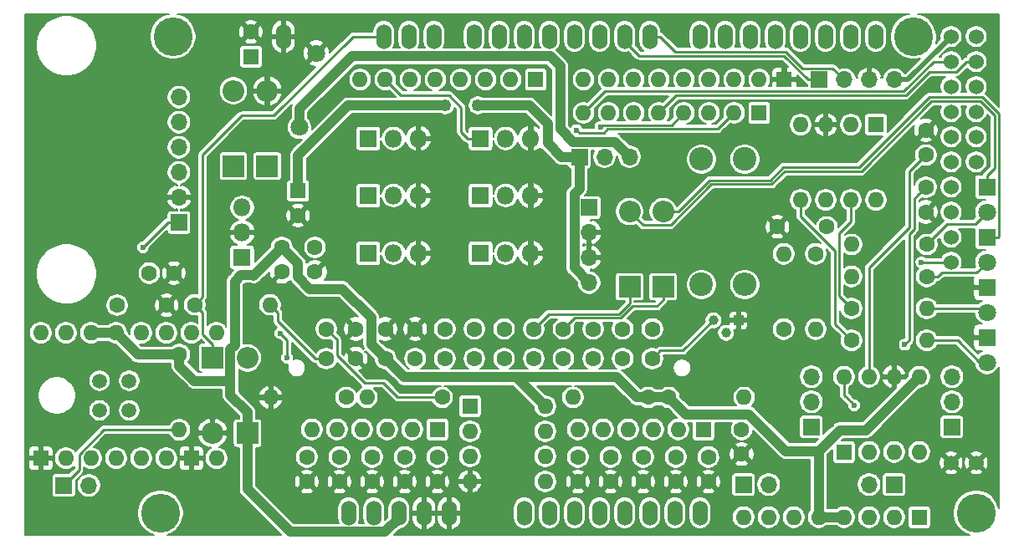
<source format=gbr>
G04 #@! TF.GenerationSoftware,KiCad,Pcbnew,(5.1.5)-3*
G04 #@! TF.CreationDate,2020-04-18T22:36:25-04:00*
G04 #@! TF.ProjectId,NO2C,4e4f3243-2e6b-4696-9361-645f70636258,vD1*
G04 #@! TF.SameCoordinates,Original*
G04 #@! TF.FileFunction,Copper,L2,Bot*
G04 #@! TF.FilePolarity,Positive*
%FSLAX46Y46*%
G04 Gerber Fmt 4.6, Leading zero omitted, Abs format (unit mm)*
G04 Created by KiCad (PCBNEW (5.1.5)-3) date 2020-04-18 22:36:25*
%MOMM*%
%LPD*%
G04 APERTURE LIST*
%ADD10O,1.600000X1.600000*%
%ADD11C,1.600000*%
%ADD12O,2.200000X2.200000*%
%ADD13R,2.200000X2.200000*%
%ADD14R,1.600000X1.600000*%
%ADD15O,1.700000X1.700000*%
%ADD16R,1.700000X1.700000*%
%ADD17C,0.600000*%
%ADD18C,2.400000*%
%ADD19O,2.400000X2.400000*%
%ADD20R,1.800000X1.800000*%
%ADD21O,1.800000X1.800000*%
%ADD22C,1.800000*%
%ADD23C,1.000000*%
%ADD24R,1.000000X1.000000*%
%ADD25C,1.500000*%
%ADD26O,1.524000X2.540000*%
%ADD27C,3.937000*%
%ADD28C,1.524000*%
%ADD29C,1.250000*%
%ADD30C,1.000000*%
%ADD31C,0.250000*%
%ADD32C,0.500000*%
%ADD33C,0.150000*%
G04 APERTURE END LIST*
D10*
X116670000Y-93800000D03*
D11*
X109050000Y-93800000D03*
D12*
X116395500Y-72136000D03*
D13*
X116395500Y-79756000D03*
D12*
X112966500Y-72136000D03*
D13*
X112966500Y-79756000D03*
D12*
X156464000Y-84359000D03*
D13*
X156464000Y-91979000D03*
D12*
X153059000Y-84359000D03*
D13*
X153059000Y-91979000D03*
D10*
X111252000Y-96647000D03*
D14*
X93472000Y-109347000D03*
D10*
X108712000Y-96647000D03*
X96012000Y-109347000D03*
X106172000Y-96647000D03*
X98552000Y-109347000D03*
X103632000Y-96647000D03*
X101092000Y-109347000D03*
X101092000Y-96647000D03*
X103632000Y-109347000D03*
X98552000Y-96647000D03*
X106172000Y-109347000D03*
X96012000Y-96647000D03*
D14*
X108712000Y-109347000D03*
D10*
X93472000Y-96647000D03*
X111252000Y-109347000D03*
D13*
X114400000Y-106800000D03*
D12*
X114400000Y-99180000D03*
X110850000Y-106770000D03*
D13*
X110850000Y-99150000D03*
D15*
X98340000Y-112100000D03*
D16*
X95800000Y-112100000D03*
D17*
X189738000Y-112268000D03*
D11*
X157035500Y-103187500D03*
D10*
X164655500Y-103187500D03*
D11*
X164401500Y-106426000D03*
X164401500Y-108926000D03*
X127000000Y-109220000D03*
X127000000Y-111720000D03*
D17*
X184350000Y-80450000D03*
X156100000Y-108400000D03*
X148000000Y-100000000D03*
X145000000Y-100000000D03*
X142000000Y-100000000D03*
X139000000Y-100000000D03*
X136000000Y-100000000D03*
X157100000Y-99200000D03*
X168400000Y-104700000D03*
X153100000Y-104100000D03*
X169800000Y-107200000D03*
X149202140Y-107998260D03*
X132000000Y-108100000D03*
X124900000Y-108100000D03*
X114900000Y-76300000D03*
X108900000Y-81500000D03*
X111000000Y-91000000D03*
X120600000Y-100800000D03*
X122400000Y-102500000D03*
X127000000Y-100300000D03*
X132300000Y-102400000D03*
X141859000Y-72300000D03*
X176911000Y-81724500D03*
X130000000Y-105300000D03*
X179300000Y-64900000D03*
X95892620Y-98826320D03*
D18*
X164719000Y-79057500D03*
D19*
X164719000Y-91757500D03*
D17*
X149300000Y-102800000D03*
X173609000Y-96774000D03*
X180350000Y-88500000D03*
X187960000Y-88442800D03*
X173990000Y-77787500D03*
X168275000Y-77025500D03*
X180450000Y-73850000D03*
X172234860Y-92356940D03*
X182232300Y-92222320D03*
X179050000Y-92050000D03*
X97500000Y-101600000D03*
X124269500Y-85915500D03*
X124100000Y-77089000D03*
X125476000Y-91376500D03*
X128270000Y-94170500D03*
X119621300Y-93151960D03*
X119634000Y-95885000D03*
X185547000Y-91440000D03*
X162560000Y-79057500D03*
X157543500Y-76962000D03*
X168592500Y-82486500D03*
X160020000Y-88455500D03*
X166306500Y-93662500D03*
X156700000Y-80200000D03*
X153543000Y-81153000D03*
X180594000Y-95100000D03*
X178500000Y-98900000D03*
X178200000Y-86800000D03*
X178200000Y-95000000D03*
X140700000Y-111300000D03*
X140700000Y-108204000D03*
X140700000Y-103441500D03*
X138049000Y-79819500D03*
X137985500Y-85471000D03*
X133667500Y-84264500D03*
X140906500Y-86106000D03*
X140843000Y-80391000D03*
X124079000Y-72263000D03*
X127889000Y-79819500D03*
X127952500Y-85915500D03*
X137922000Y-90805000D03*
X146685000Y-80899000D03*
X163400000Y-100100000D03*
X158750000Y-95694500D03*
X134620000Y-64833500D03*
X158432500Y-65151000D03*
X157543500Y-69400000D03*
X111300000Y-88600000D03*
D14*
X168719500Y-70993000D03*
D10*
X166179500Y-70993000D03*
X163639500Y-70993000D03*
X161099500Y-70993000D03*
X158559500Y-70993000D03*
X156019500Y-70993000D03*
X153479500Y-70993000D03*
X150939500Y-70993000D03*
X148399500Y-70993000D03*
D20*
X126619000Y-88582500D03*
D21*
X129159000Y-88582500D03*
X131699000Y-88582500D03*
D20*
X126619000Y-82740500D03*
D21*
X129159000Y-82740500D03*
X131699000Y-82740500D03*
D20*
X126619000Y-76962000D03*
D21*
X129159000Y-76962000D03*
X131699000Y-76962000D03*
D20*
X137985500Y-76962000D03*
D21*
X140525500Y-76962000D03*
X143065500Y-76962000D03*
D20*
X137985500Y-82740500D03*
D21*
X140525500Y-82740500D03*
X143065500Y-82740500D03*
D20*
X137985500Y-88582500D03*
D21*
X140525500Y-88582500D03*
X143065500Y-88582500D03*
D11*
X122364500Y-96250500D03*
X125364500Y-96250500D03*
X128364500Y-96250500D03*
X131364500Y-96250500D03*
X134364500Y-96250500D03*
X137364500Y-96250500D03*
X140364500Y-96250500D03*
X143364500Y-96250500D03*
X146364500Y-96250500D03*
X149364500Y-96250500D03*
X152364500Y-96250500D03*
X155364500Y-96250500D03*
X122364500Y-99250500D03*
X125364500Y-99250500D03*
X128364500Y-99250500D03*
X131364500Y-99250500D03*
X134364500Y-99250500D03*
X137364500Y-99250500D03*
X140364500Y-99250500D03*
X143364500Y-99250500D03*
X146364500Y-99250500D03*
X149364500Y-99250500D03*
X152364500Y-99250500D03*
X155364500Y-99250500D03*
D17*
X114600000Y-97300000D03*
X98200000Y-87400000D03*
X99250000Y-93750000D03*
X165862000Y-110553500D03*
X175069500Y-113411000D03*
X175641000Y-73977500D03*
X170942000Y-114236500D03*
X185420000Y-116332000D03*
X102700000Y-116300000D03*
X122000000Y-115200000D03*
X109600000Y-102800000D03*
X93700000Y-93900000D03*
X93472000Y-82804000D03*
X101300000Y-78900000D03*
X105689400Y-75641200D03*
X92989400Y-73837800D03*
X92964000Y-65024000D03*
X159702500Y-103124000D03*
X175700000Y-105300000D03*
X189900000Y-69300000D03*
X186944000Y-65278000D03*
X182689500Y-104775000D03*
X177292000Y-103314500D03*
X173482000Y-105918000D03*
X167767000Y-102108000D03*
X176750000Y-68350000D03*
D11*
X120400000Y-111720000D03*
X120400000Y-109220000D03*
D18*
X160337500Y-91757500D03*
D19*
X160337500Y-79057500D03*
D14*
X114744500Y-68667000D03*
D11*
X114744500Y-66167000D03*
D14*
X119507000Y-82272500D03*
D11*
X119507000Y-84772500D03*
D22*
X119648500Y-75826000D03*
X121348500Y-68326000D03*
D14*
X143573500Y-70993000D03*
D10*
X141033500Y-70993000D03*
X138493500Y-70993000D03*
X135953500Y-70993000D03*
X133413500Y-70993000D03*
X130873500Y-70993000D03*
X128333500Y-70993000D03*
X125793500Y-70993000D03*
D14*
X133604000Y-106426000D03*
D10*
X131064000Y-106426000D03*
X128524000Y-106426000D03*
X125984000Y-106426000D03*
X123444000Y-106426000D03*
X120904000Y-106426000D03*
D14*
X160528000Y-106426000D03*
D10*
X157988000Y-106426000D03*
X155448000Y-106426000D03*
X152908000Y-106426000D03*
X150368000Y-106426000D03*
X147828000Y-106426000D03*
D20*
X189230000Y-97113600D03*
D22*
X189230000Y-99653600D03*
D20*
X189230000Y-92033600D03*
D22*
X189230000Y-94573600D03*
D20*
X189230000Y-86953600D03*
D22*
X189230000Y-89493600D03*
D20*
X189230000Y-81873600D03*
D22*
X189230000Y-84413600D03*
D11*
X183050000Y-84400000D03*
X183050000Y-81900000D03*
X183050000Y-76136500D03*
X183050000Y-78636500D03*
X104450000Y-90600000D03*
X106950000Y-90600000D03*
X121221500Y-87987500D03*
X121221500Y-90487500D03*
X133604000Y-109220000D03*
X133604000Y-111720000D03*
X130302000Y-109220000D03*
X130302000Y-111720000D03*
X123700000Y-109220000D03*
X123700000Y-111720000D03*
X147828000Y-109220000D03*
X147828000Y-111720000D03*
X161036000Y-109220000D03*
X161036000Y-111720000D03*
X157734000Y-109220000D03*
X157734000Y-111720000D03*
X154432000Y-109220000D03*
X154432000Y-111720000D03*
D20*
X113855500Y-89027000D03*
D21*
X113855500Y-86487000D03*
X113855500Y-83947000D03*
D11*
X117856000Y-87987500D03*
X117856000Y-90487500D03*
D14*
X174752000Y-108712000D03*
D10*
X182372000Y-101092000D03*
X177292000Y-108712000D03*
X179832000Y-101092000D03*
X179832000Y-108712000D03*
X177292000Y-101092000D03*
X182372000Y-108712000D03*
X174752000Y-101092000D03*
D11*
X151130000Y-109220000D03*
X151130000Y-111720000D03*
D14*
X182372000Y-115316000D03*
D10*
X179832000Y-115316000D03*
X177292000Y-115316000D03*
X174752000Y-115316000D03*
X172212000Y-115316000D03*
X169672000Y-115316000D03*
X167132000Y-115316000D03*
X164592000Y-115316000D03*
D16*
X107458000Y-85471000D03*
D15*
X107458000Y-82931000D03*
X107458000Y-80391000D03*
X107458000Y-77851000D03*
X107458000Y-75311000D03*
X107458000Y-72771000D03*
D23*
X162814000Y-96647000D03*
X161544000Y-95377000D03*
D24*
X164084000Y-95377000D03*
D16*
X164592000Y-112014000D03*
D15*
X167132000Y-112014000D03*
D16*
X179832000Y-112014000D03*
D15*
X177292000Y-112014000D03*
D16*
X185674000Y-106172000D03*
D15*
X185674000Y-103632000D03*
X185674000Y-101092000D03*
D16*
X171450000Y-106172000D03*
D15*
X171450000Y-103632000D03*
X171450000Y-101092000D03*
D16*
X147980886Y-78811466D03*
D15*
X150520886Y-78811466D03*
X153060886Y-78811466D03*
D14*
X166179500Y-74358500D03*
D10*
X163639500Y-74358500D03*
X161099500Y-74358500D03*
X158559500Y-74358500D03*
X156019500Y-74358500D03*
X153479500Y-74358500D03*
X150939500Y-74358500D03*
X148399500Y-74358500D03*
D11*
X134100000Y-103187500D03*
D10*
X126480000Y-103187500D03*
D11*
X154940000Y-103187500D03*
D10*
X147320000Y-103187500D03*
D11*
X124375000Y-103187500D03*
D10*
X116755000Y-103187500D03*
D11*
X183134000Y-87693500D03*
D10*
X175514000Y-87693500D03*
D11*
X183134000Y-90932000D03*
D10*
X175514000Y-90932000D03*
D11*
X175514000Y-94170500D03*
D10*
X183134000Y-94170500D03*
D11*
X175514000Y-97409000D03*
D10*
X183134000Y-97409000D03*
D11*
X168656000Y-96266000D03*
D10*
X168656000Y-88646000D03*
D11*
X171894500Y-88646000D03*
D10*
X171894500Y-96266000D03*
D11*
X107500000Y-98850000D03*
D10*
X107500000Y-106470000D03*
D25*
X102420000Y-104500000D03*
X99420000Y-104500000D03*
X102420000Y-101500000D03*
X99420000Y-101500000D03*
D26*
X170361100Y-66633600D03*
X172901100Y-66633600D03*
X155121100Y-114893600D03*
X152581100Y-114893600D03*
X150041100Y-114893600D03*
X142421100Y-114893600D03*
X144961100Y-114893600D03*
X147501100Y-114893600D03*
X134801100Y-114893600D03*
X132261100Y-114893600D03*
X127181100Y-114893600D03*
X124641100Y-114893600D03*
X144961100Y-66633600D03*
X142421100Y-66633600D03*
X139881100Y-66633600D03*
X137341100Y-66633600D03*
X133277100Y-66633600D03*
X130737100Y-66633600D03*
X118037100Y-66633600D03*
X129721100Y-114893600D03*
D27*
X188141100Y-114893600D03*
X181791100Y-66633600D03*
X106861100Y-66633600D03*
X105591100Y-114893600D03*
D28*
X185601100Y-69173600D03*
X188141100Y-69173600D03*
X185601100Y-66633600D03*
X188141100Y-66633600D03*
X185601100Y-109813600D03*
X188141100Y-109813600D03*
X185601100Y-71713600D03*
X188141100Y-71713600D03*
X188141100Y-74253600D03*
X185601100Y-89493600D03*
D26*
X147501100Y-66633600D03*
X150041100Y-66633600D03*
X152581100Y-66633600D03*
X155121100Y-66633600D03*
X175441100Y-66633600D03*
X177981100Y-66633600D03*
X167821100Y-66633600D03*
X165281100Y-66633600D03*
X162741100Y-66633600D03*
X160201100Y-66633600D03*
X157661100Y-114893600D03*
X160201100Y-114893600D03*
D28*
X185601100Y-79333600D03*
X188141100Y-79333600D03*
X185601100Y-76793600D03*
X188141100Y-76793600D03*
X185601100Y-74253600D03*
X185601100Y-81873600D03*
X185601100Y-86953600D03*
X185601100Y-84413600D03*
D26*
X128197100Y-66633600D03*
D11*
X173021000Y-85915500D03*
X168021000Y-85915500D03*
X101200000Y-93850000D03*
X106200000Y-93850000D03*
D16*
X148971000Y-83947000D03*
D15*
X148971000Y-86487000D03*
X148971000Y-89027000D03*
X148971000Y-91567000D03*
D16*
X172250000Y-71000000D03*
D15*
X174790000Y-71000000D03*
X177330000Y-71000000D03*
X179870000Y-71000000D03*
D10*
X177990500Y-83185000D03*
X170370500Y-75565000D03*
X175450500Y-83185000D03*
X172910500Y-75565000D03*
X172910500Y-83185000D03*
X175450500Y-75565000D03*
X170370500Y-83185000D03*
D14*
X177990500Y-75565000D03*
X136906000Y-104076500D03*
D10*
X144526000Y-111696500D03*
X136906000Y-106616500D03*
X144526000Y-109156500D03*
X136906000Y-109156500D03*
X144526000Y-106616500D03*
X136906000Y-111696500D03*
X144526000Y-104076500D03*
D29*
X137700000Y-73600004D03*
X134400002Y-73600000D03*
D17*
X175800000Y-104000000D03*
X180911500Y-97853500D03*
X147700000Y-76100000D03*
X150100000Y-75800000D03*
X182600000Y-89500000D03*
X103800000Y-88000000D03*
X117700000Y-96700000D03*
X118388228Y-99175010D03*
D30*
X182372000Y-101092000D02*
X176964000Y-106500000D01*
X176964000Y-106500000D02*
X174328998Y-106500000D01*
X174328998Y-106500000D02*
X172212000Y-108616998D01*
X147980886Y-78811466D02*
X146130886Y-78811466D01*
X146130886Y-78811466D02*
X144770990Y-77451570D01*
X144770990Y-77451570D02*
X144770990Y-75470990D01*
X144770990Y-75470990D02*
X142900004Y-73600004D01*
X142900004Y-73600004D02*
X138583883Y-73600004D01*
X138583883Y-73600004D02*
X137700000Y-73600004D01*
X133516119Y-73600000D02*
X134400002Y-73600000D01*
X124600006Y-73600000D02*
X133516119Y-73600000D01*
X119507000Y-78693006D02*
X124600006Y-73600000D01*
X119507000Y-82272500D02*
X119507000Y-78693006D01*
X147980886Y-78811466D02*
X147980886Y-82067112D01*
X147980886Y-82067112D02*
X147470999Y-82576999D01*
X147470999Y-90066999D02*
X148971000Y-91567000D01*
X147470999Y-82576999D02*
X147470999Y-90066999D01*
X128364500Y-99250500D02*
X126914499Y-97800499D01*
X119500000Y-91000000D02*
X119500000Y-89631500D01*
X126914499Y-97800499D02*
X126914499Y-95114499D01*
X126914499Y-95114499D02*
X123993999Y-92193999D01*
X123993999Y-92193999D02*
X120693999Y-92193999D01*
X120693999Y-92193999D02*
X119500000Y-91000000D01*
X119500000Y-89631500D02*
X117856000Y-87987500D01*
X154940000Y-103187500D02*
X153808630Y-103187500D01*
X153808630Y-103187500D02*
X151768131Y-101147001D01*
X151768131Y-101147001D02*
X141596501Y-101147001D01*
X157035500Y-103187500D02*
X154940000Y-103187500D01*
X157035500Y-103187500D02*
X158750000Y-104902000D01*
X158750000Y-104902000D02*
X165163500Y-104902000D01*
X165163500Y-104902000D02*
X168878498Y-108616998D01*
X168878498Y-108616998D02*
X172212000Y-108616998D01*
X141596501Y-101147001D02*
X130261001Y-101147001D01*
X130261001Y-101147001D02*
X128364500Y-99250500D01*
X144526000Y-104076500D02*
X141596501Y-101147001D01*
X101092000Y-96647000D02*
X98552000Y-96647000D01*
X129794000Y-114820700D02*
X129721100Y-114893600D01*
X172212000Y-108616998D02*
X172212000Y-110236000D01*
X172212000Y-115316000D02*
X174752000Y-115316000D01*
X172212000Y-110236000D02*
X172212000Y-115316000D01*
X101092000Y-96647000D02*
X103295000Y-98850000D01*
X103295000Y-98850000D02*
X107500000Y-98850000D01*
X109018630Y-101500000D02*
X109750000Y-101500000D01*
X107500000Y-99981370D02*
X109018630Y-101500000D01*
X107500000Y-98850000D02*
X107500000Y-99981370D01*
X115043500Y-90800000D02*
X113750000Y-90800000D01*
X117856000Y-87987500D02*
X115043500Y-90800000D01*
X113750000Y-90800000D02*
X113106200Y-91443800D01*
X115000000Y-90843500D02*
X115043500Y-90800000D01*
X114400000Y-104700000D02*
X114400000Y-106800000D01*
X112649999Y-98339999D02*
X112649999Y-102949999D01*
X112649999Y-102949999D02*
X114400000Y-104700000D01*
X113106200Y-97883798D02*
X112649999Y-98339999D01*
X113106200Y-91443800D02*
X113106200Y-97883798D01*
X109750000Y-101500000D02*
X112649999Y-101500000D01*
X129721100Y-115401600D02*
X129721100Y-114893600D01*
X128305560Y-116817140D02*
X129721100Y-115401600D01*
X114400000Y-106800000D02*
X114400000Y-112500000D01*
X118717140Y-116817140D02*
X128305560Y-116817140D01*
X114400000Y-112500000D02*
X118717140Y-116817140D01*
X145034000Y-68643500D02*
X146045991Y-69655491D01*
X129603500Y-68643500D02*
X145034000Y-68643500D01*
X124956500Y-68643500D02*
X119648500Y-73951500D01*
X129603500Y-68643500D02*
X124956500Y-68643500D01*
X119648500Y-73951500D02*
X119648500Y-75826000D01*
X147351965Y-77311465D02*
X151560885Y-77311465D01*
X146045991Y-76005491D02*
X147351965Y-77311465D01*
X146045991Y-69655491D02*
X146045991Y-76005491D01*
X151560885Y-77311465D02*
X153060886Y-78811466D01*
D31*
X129587500Y-103187500D02*
X128150000Y-101750000D01*
X123439501Y-97325501D02*
X122364500Y-96250500D01*
X134100000Y-103187500D02*
X129587500Y-103187500D01*
X126264002Y-101750000D02*
X123439501Y-98925499D01*
X123439501Y-98925499D02*
X123439501Y-97325501D01*
X128150000Y-101750000D02*
X126264002Y-101750000D01*
X181400000Y-80286500D02*
X183050000Y-78636500D01*
X181400000Y-85950000D02*
X181400000Y-80286500D01*
X177292000Y-101092000D02*
X177292000Y-90058000D01*
X177292000Y-90058000D02*
X181400000Y-85950000D01*
X180911500Y-97853500D02*
X181350000Y-97415000D01*
X181350000Y-97415000D02*
X181350000Y-86650000D01*
X181350000Y-86650000D02*
X181900000Y-86100000D01*
X181900000Y-86100000D02*
X181900000Y-83050000D01*
X181900000Y-83050000D02*
X182250001Y-82699999D01*
X182250001Y-82699999D02*
X183050000Y-81900000D01*
X174752000Y-101092000D02*
X174752000Y-102952000D01*
X174752000Y-102952000D02*
X175500001Y-103700001D01*
X175500001Y-103700001D02*
X175800000Y-104000000D01*
X170370500Y-84856002D02*
X170370500Y-83185000D01*
X173863000Y-88348502D02*
X170370500Y-84856002D01*
X175514000Y-97409000D02*
X173863000Y-95758000D01*
X173863000Y-95758000D02*
X173863000Y-88348502D01*
X175450500Y-85407500D02*
X175450500Y-83185000D01*
X174263011Y-86594989D02*
X175450500Y-85407500D01*
X175514000Y-94170500D02*
X174263011Y-92919511D01*
X174263011Y-92919511D02*
X174263011Y-86594989D01*
X183134000Y-87693500D02*
X183134000Y-87666000D01*
X185200000Y-85600000D02*
X188043600Y-85600000D01*
X183134000Y-87666000D02*
X185200000Y-85600000D01*
X188043600Y-85600000D02*
X189230000Y-84413600D01*
X183134000Y-94170500D02*
X188826900Y-94170500D01*
X188826900Y-94170500D02*
X189230000Y-94573600D01*
X150851002Y-76000000D02*
X150451003Y-76399999D01*
X163639500Y-74358500D02*
X161998000Y-76000000D01*
X161998000Y-76000000D02*
X150851002Y-76000000D01*
X150451003Y-76399999D02*
X147999999Y-76399999D01*
X147999999Y-76399999D02*
X147700000Y-76100000D01*
X137985500Y-76962000D02*
X136662000Y-76962000D01*
X136662000Y-76962000D02*
X136000000Y-76300000D01*
X136000000Y-76300000D02*
X136000000Y-73826500D01*
X136000000Y-73826500D02*
X134773500Y-72600000D01*
X134773500Y-72600000D02*
X129940500Y-72600000D01*
X129940500Y-72600000D02*
X128333500Y-70993000D01*
X156019500Y-74358500D02*
X157797500Y-72580500D01*
X157797500Y-72580500D02*
X181019500Y-72580500D01*
X183389399Y-70210601D02*
X186139399Y-70210601D01*
X181019500Y-72580500D02*
X183389399Y-70210601D01*
X186139399Y-70210601D02*
X187176400Y-69173600D01*
X187176400Y-69173600D02*
X188141100Y-69173600D01*
X148399500Y-74358500D02*
X150582999Y-72175001D01*
X150582999Y-72175001D02*
X180824999Y-72175001D01*
X180824999Y-72175001D02*
X183826400Y-69173600D01*
X183826400Y-69173600D02*
X185601100Y-69173600D01*
X168783000Y-80264000D02*
X167449500Y-81597500D01*
X154434001Y-85734001D02*
X153214849Y-84514849D01*
X167449500Y-81597500D02*
X161353500Y-81597500D01*
X176556000Y-80264000D02*
X168783000Y-80264000D01*
X189230000Y-81873600D02*
X189230000Y-80723600D01*
X189992000Y-79961600D02*
X189992000Y-74606700D01*
X157216999Y-85734001D02*
X154434001Y-85734001D01*
X161353500Y-81597500D02*
X157216999Y-85734001D01*
X188600800Y-73215500D02*
X183604500Y-73215500D01*
X183604500Y-73215500D02*
X176556000Y-80264000D01*
X189992000Y-74606700D02*
X188600800Y-73215500D01*
X189230000Y-80723600D02*
X189992000Y-79961600D01*
X190405001Y-86928599D02*
X190380000Y-86953600D01*
X190405001Y-74454001D02*
X190405001Y-86928599D01*
X188722000Y-72771000D02*
X190405001Y-74454001D01*
X190380000Y-86953600D02*
X189230000Y-86953600D01*
X183387502Y-72771000D02*
X188722000Y-72771000D01*
X158020500Y-84359000D02*
X161182011Y-81197489D01*
X156464000Y-84359000D02*
X158020500Y-84359000D01*
X161182011Y-81197489D02*
X167283811Y-81197489D01*
X167283811Y-81197489D02*
X168617311Y-79863989D01*
X168617311Y-79863989D02*
X176294513Y-79863989D01*
X176294513Y-79863989D02*
X183387502Y-72771000D01*
X183134000Y-90932000D02*
X184265370Y-90932000D01*
X184265370Y-90932000D02*
X184666769Y-90530601D01*
X184666769Y-90530601D02*
X188192999Y-90530601D01*
X188192999Y-90530601D02*
X189230000Y-89493600D01*
X183134000Y-97409000D02*
X186258200Y-97409000D01*
X186258200Y-97409000D02*
X188502800Y-99653600D01*
X188502800Y-99653600D02*
X189230000Y-99653600D01*
X150300011Y-75599989D02*
X150100000Y-75800000D01*
X157318011Y-75599989D02*
X150300011Y-75599989D01*
X158559500Y-74358500D02*
X157318011Y-75599989D01*
X185601100Y-89493600D02*
X182606400Y-89493600D01*
X182606400Y-89493600D02*
X182600000Y-89500000D01*
X153059000Y-93702000D02*
X153059000Y-91979000D01*
X152019000Y-94742000D02*
X153059000Y-93702000D01*
X143364500Y-96250500D02*
X144873000Y-94742000D01*
X144873000Y-94742000D02*
X152019000Y-94742000D01*
X156464000Y-93329000D02*
X156464000Y-91979000D01*
X155837000Y-93956000D02*
X156464000Y-93329000D01*
X153373600Y-93956000D02*
X155837000Y-93956000D01*
X152187589Y-95142011D02*
X153373600Y-93956000D01*
X146364500Y-96250500D02*
X147472989Y-95142011D01*
X147472989Y-95142011D02*
X152187589Y-95142011D01*
X155364500Y-99250500D02*
X156164499Y-98450501D01*
X156164499Y-98450501D02*
X158470499Y-98450501D01*
X158470499Y-98450501D02*
X161544000Y-95377000D01*
X117469999Y-95487369D02*
X121233130Y-99250500D01*
X121233130Y-99250500D02*
X122364500Y-99250500D01*
X117469999Y-94599999D02*
X117469999Y-95487369D01*
X116670000Y-93800000D02*
X117469999Y-94599999D01*
X107458000Y-85471000D02*
X106329000Y-85471000D01*
X106329000Y-85471000D02*
X103800000Y-88000000D01*
X118388228Y-97388228D02*
X117700000Y-96700000D01*
X118388228Y-99175010D02*
X118388228Y-97388228D01*
X171134300Y-71000000D02*
X168712921Y-68578621D01*
X172250000Y-71000000D02*
X171134300Y-71000000D01*
X152581100Y-67141600D02*
X152581100Y-66633600D01*
X154018121Y-68578621D02*
X152581100Y-67141600D01*
X168712921Y-68578621D02*
X154018121Y-68578621D01*
X174790000Y-71000000D02*
X174750000Y-71000000D01*
X174750000Y-71000000D02*
X173600000Y-69850000D01*
X173600000Y-69850000D02*
X170550000Y-69850000D01*
X170550000Y-69850000D02*
X168878610Y-68178610D01*
X157678110Y-68178610D02*
X156133100Y-66633600D01*
X168878610Y-68178610D02*
X157678110Y-68178610D01*
X156133100Y-66633600D02*
X155121100Y-66633600D01*
D32*
X179870000Y-71000000D02*
X181234700Y-71000000D01*
X181234700Y-71000000D02*
X184839101Y-67395599D01*
X184839101Y-67395599D02*
X185601100Y-66633600D01*
D31*
X99837998Y-106470000D02*
X107500000Y-106470000D01*
X97350000Y-108957998D02*
X99837998Y-106470000D01*
X95800000Y-112100000D02*
X97350000Y-110550000D01*
X97350000Y-110550000D02*
X97350000Y-108957998D01*
X110850000Y-97800000D02*
X110850000Y-99150000D01*
X109849999Y-96799999D02*
X110850000Y-97800000D01*
X109849999Y-94599999D02*
X109849999Y-96799999D01*
X109050000Y-93800000D02*
X109849999Y-94599999D01*
X109849999Y-93000001D02*
X109849999Y-78600001D01*
X109050000Y-93800000D02*
X109849999Y-93000001D01*
X109849999Y-78600001D02*
X113800000Y-74650000D01*
X113800000Y-74650000D02*
X117050000Y-74650000D01*
X125066400Y-66633600D02*
X128197100Y-66633600D01*
X117050000Y-74650000D02*
X125066400Y-66633600D01*
D33*
G36*
X145170991Y-70017927D02*
G01*
X145170992Y-74633555D01*
X143549121Y-73011684D01*
X143521716Y-72978292D01*
X143388480Y-72868948D01*
X143236472Y-72787699D01*
X143071534Y-72737665D01*
X142942983Y-72725004D01*
X142900004Y-72720771D01*
X142857025Y-72725004D01*
X138190423Y-72725004D01*
X138173678Y-72713815D01*
X137991689Y-72638433D01*
X137798491Y-72600004D01*
X137601509Y-72600004D01*
X137408311Y-72638433D01*
X137226322Y-72713815D01*
X137062537Y-72823253D01*
X136923249Y-72962541D01*
X136813811Y-73126326D01*
X136738429Y-73308315D01*
X136700000Y-73501513D01*
X136700000Y-73698495D01*
X136738429Y-73891693D01*
X136813811Y-74073682D01*
X136923249Y-74237467D01*
X137062537Y-74376755D01*
X137226322Y-74486193D01*
X137408311Y-74561575D01*
X137601509Y-74600004D01*
X137798491Y-74600004D01*
X137991689Y-74561575D01*
X138173678Y-74486193D01*
X138190423Y-74475004D01*
X142537568Y-74475004D01*
X143895991Y-75833428D01*
X143895991Y-75870102D01*
X143701727Y-75743042D01*
X143451695Y-75642342D01*
X143240500Y-75716925D01*
X143240500Y-76787000D01*
X143260500Y-76787000D01*
X143260500Y-77137000D01*
X143240500Y-77137000D01*
X143240500Y-78207075D01*
X143451695Y-78281658D01*
X143701727Y-78180958D01*
X143927309Y-78033414D01*
X144033949Y-77928849D01*
X144039934Y-77940045D01*
X144149278Y-78073282D01*
X144182671Y-78100687D01*
X145481769Y-79399785D01*
X145509174Y-79433178D01*
X145642410Y-79542522D01*
X145794418Y-79623771D01*
X145918680Y-79661466D01*
X145959355Y-79673805D01*
X146130885Y-79690699D01*
X146173864Y-79686466D01*
X146756534Y-79686466D01*
X146761312Y-79734979D01*
X146782755Y-79805666D01*
X146817577Y-79870813D01*
X146864438Y-79927914D01*
X146921539Y-79974775D01*
X146986686Y-80009597D01*
X147057373Y-80031040D01*
X147105886Y-80035818D01*
X147105887Y-81704675D01*
X146882680Y-81927882D01*
X146849287Y-81955287D01*
X146739943Y-82088524D01*
X146664931Y-82228864D01*
X146658694Y-82240532D01*
X146608660Y-82405470D01*
X146591766Y-82576999D01*
X146595999Y-82619978D01*
X146596000Y-90024010D01*
X146591766Y-90066999D01*
X146608660Y-90238528D01*
X146658694Y-90403466D01*
X146693095Y-90467825D01*
X146739944Y-90555475D01*
X146849288Y-90688711D01*
X146882675Y-90716111D01*
X147746000Y-91579437D01*
X147746000Y-91687652D01*
X147793076Y-91924319D01*
X147885419Y-92147255D01*
X148019481Y-92347892D01*
X148190108Y-92518519D01*
X148390745Y-92652581D01*
X148613681Y-92744924D01*
X148850348Y-92792000D01*
X149091652Y-92792000D01*
X149328319Y-92744924D01*
X149551255Y-92652581D01*
X149751892Y-92518519D01*
X149922519Y-92347892D01*
X150056581Y-92147255D01*
X150148924Y-91924319D01*
X150196000Y-91687652D01*
X150196000Y-91446348D01*
X150148924Y-91209681D01*
X150056581Y-90986745D01*
X149922519Y-90786108D01*
X149751892Y-90615481D01*
X149551255Y-90481419D01*
X149328319Y-90389076D01*
X149141925Y-90352000D01*
X149146002Y-90352000D01*
X149146002Y-90221651D01*
X149349306Y-90296854D01*
X149589773Y-90198650D01*
X149806461Y-90055420D01*
X149991043Y-89872669D01*
X150136425Y-89657419D01*
X150237020Y-89417943D01*
X150240847Y-89405305D01*
X150164488Y-89202000D01*
X149146000Y-89202000D01*
X149146000Y-89222000D01*
X148796000Y-89222000D01*
X148796000Y-89202000D01*
X148776000Y-89202000D01*
X148776000Y-88852000D01*
X148796000Y-88852000D01*
X148796000Y-87832350D01*
X149146000Y-87832350D01*
X149146000Y-88852000D01*
X150164488Y-88852000D01*
X150240847Y-88648695D01*
X150237020Y-88636057D01*
X150192585Y-88530273D01*
X167481000Y-88530273D01*
X167481000Y-88761727D01*
X167526155Y-88988735D01*
X167614729Y-89202571D01*
X167743318Y-89395019D01*
X167906981Y-89558682D01*
X168099429Y-89687271D01*
X168313265Y-89775845D01*
X168540273Y-89821000D01*
X168771727Y-89821000D01*
X168998735Y-89775845D01*
X169212571Y-89687271D01*
X169405019Y-89558682D01*
X169568682Y-89395019D01*
X169697271Y-89202571D01*
X169785845Y-88988735D01*
X169831000Y-88761727D01*
X169831000Y-88530273D01*
X169785845Y-88303265D01*
X169697271Y-88089429D01*
X169568682Y-87896981D01*
X169405019Y-87733318D01*
X169212571Y-87604729D01*
X168998735Y-87516155D01*
X168771727Y-87471000D01*
X168540273Y-87471000D01*
X168313265Y-87516155D01*
X168099429Y-87604729D01*
X167906981Y-87733318D01*
X167743318Y-87896981D01*
X167614729Y-88089429D01*
X167526155Y-88303265D01*
X167481000Y-88530273D01*
X150192585Y-88530273D01*
X150136425Y-88396581D01*
X149991043Y-88181331D01*
X149806461Y-87998580D01*
X149589773Y-87855350D01*
X149349306Y-87757146D01*
X149146000Y-87832350D01*
X148796000Y-87832350D01*
X148592694Y-87757146D01*
X148352227Y-87855350D01*
X148345999Y-87859467D01*
X148345999Y-87654533D01*
X148352227Y-87658650D01*
X148592694Y-87756854D01*
X148796000Y-87681650D01*
X148796000Y-86662000D01*
X149146000Y-86662000D01*
X149146000Y-87681650D01*
X149349306Y-87756854D01*
X149589773Y-87658650D01*
X149806461Y-87515420D01*
X149991043Y-87332669D01*
X150136425Y-87117419D01*
X150237020Y-86877943D01*
X150240847Y-86865305D01*
X150235786Y-86851830D01*
X167332157Y-86851830D01*
X167416584Y-87045135D01*
X167648579Y-87141345D01*
X167894885Y-87190447D01*
X168146038Y-87190553D01*
X168392386Y-87141659D01*
X168624462Y-87045645D01*
X168625416Y-87045135D01*
X168709843Y-86851830D01*
X168021000Y-86162987D01*
X167332157Y-86851830D01*
X150235786Y-86851830D01*
X150164488Y-86662000D01*
X149146000Y-86662000D01*
X148796000Y-86662000D01*
X148776000Y-86662000D01*
X148776000Y-86312000D01*
X148796000Y-86312000D01*
X148796000Y-86292000D01*
X149146000Y-86292000D01*
X149146000Y-86312000D01*
X150164488Y-86312000D01*
X150240847Y-86108695D01*
X150237020Y-86096057D01*
X150136425Y-85856581D01*
X149991043Y-85641331D01*
X149806461Y-85458580D01*
X149589773Y-85315350D01*
X149349306Y-85217146D01*
X149146002Y-85292349D01*
X149146002Y-85173814D01*
X149821000Y-85173814D01*
X149894513Y-85166574D01*
X149965200Y-85145131D01*
X150030347Y-85110309D01*
X150087448Y-85063448D01*
X150134309Y-85006347D01*
X150169131Y-84941200D01*
X150190574Y-84870513D01*
X150197814Y-84797000D01*
X150197814Y-83097000D01*
X150190574Y-83023487D01*
X150169131Y-82952800D01*
X150134309Y-82887653D01*
X150087448Y-82830552D01*
X150030347Y-82783691D01*
X149965200Y-82748869D01*
X149894513Y-82727426D01*
X149821000Y-82720186D01*
X148565248Y-82720186D01*
X148569205Y-82716229D01*
X148602598Y-82688824D01*
X148711942Y-82555588D01*
X148793191Y-82403580D01*
X148815982Y-82328448D01*
X148843225Y-82238643D01*
X148860119Y-82067113D01*
X148855886Y-82024134D01*
X148855886Y-80035818D01*
X148904399Y-80031040D01*
X148975086Y-80009597D01*
X149040233Y-79974775D01*
X149097334Y-79927914D01*
X149144195Y-79870813D01*
X149179017Y-79805666D01*
X149200460Y-79734979D01*
X149207700Y-79661466D01*
X149207700Y-78186465D01*
X149465203Y-78186465D01*
X149435305Y-78231211D01*
X149342962Y-78454147D01*
X149295886Y-78690814D01*
X149295886Y-78932118D01*
X149342962Y-79168785D01*
X149435305Y-79391721D01*
X149569367Y-79592358D01*
X149739994Y-79762985D01*
X149940631Y-79897047D01*
X150163567Y-79989390D01*
X150400234Y-80036466D01*
X150641538Y-80036466D01*
X150878205Y-79989390D01*
X151101141Y-79897047D01*
X151301778Y-79762985D01*
X151472405Y-79592358D01*
X151606467Y-79391721D01*
X151698810Y-79168785D01*
X151745886Y-78932118D01*
X151745886Y-78733903D01*
X151835886Y-78823903D01*
X151835886Y-78932118D01*
X151882962Y-79168785D01*
X151975305Y-79391721D01*
X152109367Y-79592358D01*
X152279994Y-79762985D01*
X152480631Y-79897047D01*
X152703567Y-79989390D01*
X152940234Y-80036466D01*
X153181538Y-80036466D01*
X153418205Y-79989390D01*
X153641141Y-79897047D01*
X153841778Y-79762985D01*
X154012405Y-79592358D01*
X154146467Y-79391721D01*
X154238810Y-79168785D01*
X154285886Y-78932118D01*
X154285886Y-78902376D01*
X158762500Y-78902376D01*
X158762500Y-79212624D01*
X158823026Y-79516911D01*
X158941753Y-79803542D01*
X159114117Y-80061504D01*
X159333496Y-80280883D01*
X159591458Y-80453247D01*
X159878089Y-80571974D01*
X160182376Y-80632500D01*
X160492624Y-80632500D01*
X160796911Y-80571974D01*
X161083542Y-80453247D01*
X161341504Y-80280883D01*
X161560883Y-80061504D01*
X161733247Y-79803542D01*
X161851974Y-79516911D01*
X161912500Y-79212624D01*
X161912500Y-78902376D01*
X163144000Y-78902376D01*
X163144000Y-79212624D01*
X163204526Y-79516911D01*
X163323253Y-79803542D01*
X163495617Y-80061504D01*
X163714996Y-80280883D01*
X163972958Y-80453247D01*
X164259589Y-80571974D01*
X164563876Y-80632500D01*
X164874124Y-80632500D01*
X165178411Y-80571974D01*
X165465042Y-80453247D01*
X165723004Y-80280883D01*
X165942383Y-80061504D01*
X166114747Y-79803542D01*
X166233474Y-79516911D01*
X166294000Y-79212624D01*
X166294000Y-78902376D01*
X166233474Y-78598089D01*
X166114747Y-78311458D01*
X165942383Y-78053496D01*
X165723004Y-77834117D01*
X165465042Y-77661753D01*
X165178411Y-77543026D01*
X164874124Y-77482500D01*
X164563876Y-77482500D01*
X164259589Y-77543026D01*
X163972958Y-77661753D01*
X163714996Y-77834117D01*
X163495617Y-78053496D01*
X163323253Y-78311458D01*
X163204526Y-78598089D01*
X163144000Y-78902376D01*
X161912500Y-78902376D01*
X161851974Y-78598089D01*
X161733247Y-78311458D01*
X161560883Y-78053496D01*
X161341504Y-77834117D01*
X161083542Y-77661753D01*
X160796911Y-77543026D01*
X160492624Y-77482500D01*
X160182376Y-77482500D01*
X159878089Y-77543026D01*
X159591458Y-77661753D01*
X159333496Y-77834117D01*
X159114117Y-78053496D01*
X158941753Y-78311458D01*
X158823026Y-78598089D01*
X158762500Y-78902376D01*
X154285886Y-78902376D01*
X154285886Y-78690814D01*
X154238810Y-78454147D01*
X154146467Y-78231211D01*
X154012405Y-78030574D01*
X153841778Y-77859947D01*
X153641141Y-77725885D01*
X153418205Y-77633542D01*
X153181538Y-77586466D01*
X153073323Y-77586466D01*
X152210001Y-76723145D01*
X152182597Y-76689753D01*
X152049361Y-76580409D01*
X151898925Y-76500000D01*
X161973440Y-76500000D01*
X161998000Y-76502419D01*
X162022560Y-76500000D01*
X162096017Y-76492765D01*
X162190267Y-76464175D01*
X162277129Y-76417746D01*
X162353264Y-76355264D01*
X162368929Y-76336176D01*
X163240194Y-75464912D01*
X163296765Y-75488345D01*
X163523773Y-75533500D01*
X163755227Y-75533500D01*
X163982235Y-75488345D01*
X164196071Y-75399771D01*
X164388519Y-75271182D01*
X164552182Y-75107519D01*
X164680771Y-74915071D01*
X164769345Y-74701235D01*
X164814500Y-74474227D01*
X164814500Y-74242773D01*
X164769345Y-74015765D01*
X164680771Y-73801929D01*
X164552182Y-73609481D01*
X164501201Y-73558500D01*
X165002686Y-73558500D01*
X165002686Y-75158500D01*
X165009926Y-75232013D01*
X165031369Y-75302700D01*
X165066191Y-75367847D01*
X165113052Y-75424948D01*
X165170153Y-75471809D01*
X165235300Y-75506631D01*
X165305987Y-75528074D01*
X165379500Y-75535314D01*
X166979500Y-75535314D01*
X167053013Y-75528074D01*
X167123700Y-75506631D01*
X167188847Y-75471809D01*
X167216307Y-75449273D01*
X169195500Y-75449273D01*
X169195500Y-75680727D01*
X169240655Y-75907735D01*
X169329229Y-76121571D01*
X169457818Y-76314019D01*
X169621481Y-76477682D01*
X169813929Y-76606271D01*
X170027765Y-76694845D01*
X170254773Y-76740000D01*
X170486227Y-76740000D01*
X170713235Y-76694845D01*
X170927071Y-76606271D01*
X171119519Y-76477682D01*
X171283182Y-76314019D01*
X171411771Y-76121571D01*
X171488880Y-75935413D01*
X171690484Y-75935413D01*
X171786190Y-76166309D01*
X171925103Y-76374097D01*
X172101884Y-76550792D01*
X172309740Y-76689603D01*
X172540088Y-76785008D01*
X172735500Y-76707930D01*
X172735500Y-75740000D01*
X173085500Y-75740000D01*
X173085500Y-76707930D01*
X173280912Y-76785008D01*
X173511260Y-76689603D01*
X173719116Y-76550792D01*
X173895897Y-76374097D01*
X174034810Y-76166309D01*
X174130516Y-75935413D01*
X174054691Y-75740000D01*
X173085500Y-75740000D01*
X172735500Y-75740000D01*
X171766309Y-75740000D01*
X171690484Y-75935413D01*
X171488880Y-75935413D01*
X171500345Y-75907735D01*
X171545500Y-75680727D01*
X171545500Y-75449273D01*
X174275500Y-75449273D01*
X174275500Y-75680727D01*
X174320655Y-75907735D01*
X174409229Y-76121571D01*
X174537818Y-76314019D01*
X174701481Y-76477682D01*
X174893929Y-76606271D01*
X175107765Y-76694845D01*
X175334773Y-76740000D01*
X175566227Y-76740000D01*
X175793235Y-76694845D01*
X176007071Y-76606271D01*
X176199519Y-76477682D01*
X176363182Y-76314019D01*
X176491771Y-76121571D01*
X176580345Y-75907735D01*
X176625500Y-75680727D01*
X176625500Y-75449273D01*
X176580345Y-75222265D01*
X176491771Y-75008429D01*
X176363182Y-74815981D01*
X176199519Y-74652318D01*
X176007071Y-74523729D01*
X175793235Y-74435155D01*
X175566227Y-74390000D01*
X175334773Y-74390000D01*
X175107765Y-74435155D01*
X174893929Y-74523729D01*
X174701481Y-74652318D01*
X174537818Y-74815981D01*
X174409229Y-75008429D01*
X174320655Y-75222265D01*
X174275500Y-75449273D01*
X171545500Y-75449273D01*
X171500345Y-75222265D01*
X171488881Y-75194587D01*
X171690484Y-75194587D01*
X171766309Y-75390000D01*
X172735500Y-75390000D01*
X172735500Y-74422070D01*
X173085500Y-74422070D01*
X173085500Y-75390000D01*
X174054691Y-75390000D01*
X174130516Y-75194587D01*
X174034810Y-74963691D01*
X173895897Y-74755903D01*
X173719116Y-74579208D01*
X173511260Y-74440397D01*
X173280912Y-74344992D01*
X173085500Y-74422070D01*
X172735500Y-74422070D01*
X172540088Y-74344992D01*
X172309740Y-74440397D01*
X172101884Y-74579208D01*
X171925103Y-74755903D01*
X171786190Y-74963691D01*
X171690484Y-75194587D01*
X171488881Y-75194587D01*
X171411771Y-75008429D01*
X171283182Y-74815981D01*
X171119519Y-74652318D01*
X170927071Y-74523729D01*
X170713235Y-74435155D01*
X170486227Y-74390000D01*
X170254773Y-74390000D01*
X170027765Y-74435155D01*
X169813929Y-74523729D01*
X169621481Y-74652318D01*
X169457818Y-74815981D01*
X169329229Y-75008429D01*
X169240655Y-75222265D01*
X169195500Y-75449273D01*
X167216307Y-75449273D01*
X167245948Y-75424948D01*
X167292809Y-75367847D01*
X167327631Y-75302700D01*
X167349074Y-75232013D01*
X167356314Y-75158500D01*
X167356314Y-73558500D01*
X167349074Y-73484987D01*
X167327631Y-73414300D01*
X167292809Y-73349153D01*
X167245948Y-73292052D01*
X167188847Y-73245191D01*
X167123700Y-73210369D01*
X167053013Y-73188926D01*
X166979500Y-73181686D01*
X165379500Y-73181686D01*
X165305987Y-73188926D01*
X165235300Y-73210369D01*
X165170153Y-73245191D01*
X165113052Y-73292052D01*
X165066191Y-73349153D01*
X165031369Y-73414300D01*
X165009926Y-73484987D01*
X165002686Y-73558500D01*
X164501201Y-73558500D01*
X164388519Y-73445818D01*
X164196071Y-73317229D01*
X163982235Y-73228655D01*
X163755227Y-73183500D01*
X163523773Y-73183500D01*
X163296765Y-73228655D01*
X163082929Y-73317229D01*
X162890481Y-73445818D01*
X162726818Y-73609481D01*
X162598229Y-73801929D01*
X162509655Y-74015765D01*
X162464500Y-74242773D01*
X162464500Y-74474227D01*
X162509655Y-74701235D01*
X162533088Y-74757806D01*
X161790895Y-75500000D01*
X161383642Y-75500000D01*
X161442235Y-75488345D01*
X161656071Y-75399771D01*
X161848519Y-75271182D01*
X162012182Y-75107519D01*
X162140771Y-74915071D01*
X162229345Y-74701235D01*
X162274500Y-74474227D01*
X162274500Y-74242773D01*
X162229345Y-74015765D01*
X162140771Y-73801929D01*
X162012182Y-73609481D01*
X161848519Y-73445818D01*
X161656071Y-73317229D01*
X161442235Y-73228655D01*
X161215227Y-73183500D01*
X160983773Y-73183500D01*
X160756765Y-73228655D01*
X160542929Y-73317229D01*
X160350481Y-73445818D01*
X160186818Y-73609481D01*
X160058229Y-73801929D01*
X159969655Y-74015765D01*
X159924500Y-74242773D01*
X159924500Y-74474227D01*
X159969655Y-74701235D01*
X160058229Y-74915071D01*
X160186818Y-75107519D01*
X160350481Y-75271182D01*
X160542929Y-75399771D01*
X160756765Y-75488345D01*
X160815358Y-75500000D01*
X158843642Y-75500000D01*
X158902235Y-75488345D01*
X159116071Y-75399771D01*
X159308519Y-75271182D01*
X159472182Y-75107519D01*
X159600771Y-74915071D01*
X159689345Y-74701235D01*
X159734500Y-74474227D01*
X159734500Y-74242773D01*
X159689345Y-74015765D01*
X159600771Y-73801929D01*
X159472182Y-73609481D01*
X159308519Y-73445818D01*
X159116071Y-73317229D01*
X158902235Y-73228655D01*
X158675227Y-73183500D01*
X158443773Y-73183500D01*
X158216765Y-73228655D01*
X158002929Y-73317229D01*
X157810481Y-73445818D01*
X157646818Y-73609481D01*
X157518229Y-73801929D01*
X157429655Y-74015765D01*
X157384500Y-74242773D01*
X157384500Y-74474227D01*
X157429655Y-74701235D01*
X157453088Y-74757806D01*
X157110906Y-75099989D01*
X156937213Y-75099989D01*
X157060771Y-74915071D01*
X157149345Y-74701235D01*
X157194500Y-74474227D01*
X157194500Y-74242773D01*
X157149345Y-74015765D01*
X157125912Y-73959194D01*
X158004607Y-73080500D01*
X180994940Y-73080500D01*
X181019500Y-73082919D01*
X181044060Y-73080500D01*
X181117517Y-73073265D01*
X181211767Y-73044675D01*
X181298629Y-72998246D01*
X181374764Y-72935764D01*
X181390429Y-72916676D01*
X183596506Y-70710601D01*
X185055649Y-70710601D01*
X184876305Y-70830435D01*
X184717935Y-70988805D01*
X184593504Y-71175029D01*
X184507795Y-71381949D01*
X184464100Y-71601615D01*
X184464100Y-71825585D01*
X184507795Y-72045251D01*
X184593504Y-72252171D01*
X184606085Y-72271000D01*
X183412051Y-72271000D01*
X183387501Y-72268582D01*
X183362951Y-72271000D01*
X183362942Y-72271000D01*
X183289485Y-72278235D01*
X183195235Y-72306825D01*
X183108373Y-72353254D01*
X183032238Y-72415736D01*
X183016582Y-72434813D01*
X179167314Y-76284082D01*
X179167314Y-74765000D01*
X179160074Y-74691487D01*
X179138631Y-74620800D01*
X179103809Y-74555653D01*
X179056948Y-74498552D01*
X178999847Y-74451691D01*
X178934700Y-74416869D01*
X178864013Y-74395426D01*
X178790500Y-74388186D01*
X177190500Y-74388186D01*
X177116987Y-74395426D01*
X177046300Y-74416869D01*
X176981153Y-74451691D01*
X176924052Y-74498552D01*
X176877191Y-74555653D01*
X176842369Y-74620800D01*
X176820926Y-74691487D01*
X176813686Y-74765000D01*
X176813686Y-76365000D01*
X176820926Y-76438513D01*
X176842369Y-76509200D01*
X176877191Y-76574347D01*
X176924052Y-76631448D01*
X176981153Y-76678309D01*
X177046300Y-76713131D01*
X177116987Y-76734574D01*
X177190500Y-76741814D01*
X178709582Y-76741814D01*
X176087408Y-79363989D01*
X168641871Y-79363989D01*
X168617311Y-79361570D01*
X168592751Y-79363989D01*
X168519294Y-79371224D01*
X168425044Y-79399814D01*
X168338182Y-79446243D01*
X168262047Y-79508725D01*
X168246391Y-79527802D01*
X167076706Y-80697489D01*
X161206571Y-80697489D01*
X161182011Y-80695070D01*
X161157451Y-80697489D01*
X161083994Y-80704724D01*
X160989744Y-80733314D01*
X160902882Y-80779743D01*
X160826747Y-80842225D01*
X160811091Y-80861302D01*
X157841698Y-83830696D01*
X157771128Y-83660325D01*
X157609707Y-83418742D01*
X157404258Y-83213293D01*
X157162675Y-83051872D01*
X156894242Y-82940683D01*
X156609275Y-82884000D01*
X156318725Y-82884000D01*
X156033758Y-82940683D01*
X155765325Y-83051872D01*
X155523742Y-83213293D01*
X155318293Y-83418742D01*
X155156872Y-83660325D01*
X155045683Y-83928758D01*
X154989000Y-84213725D01*
X154989000Y-84504275D01*
X155045683Y-84789242D01*
X155156872Y-85057675D01*
X155274690Y-85234001D01*
X154641108Y-85234001D01*
X154395023Y-84987917D01*
X154477317Y-84789242D01*
X154534000Y-84504275D01*
X154534000Y-84213725D01*
X154477317Y-83928758D01*
X154366128Y-83660325D01*
X154204707Y-83418742D01*
X153999258Y-83213293D01*
X153757675Y-83051872D01*
X153489242Y-82940683D01*
X153204275Y-82884000D01*
X152913725Y-82884000D01*
X152628758Y-82940683D01*
X152360325Y-83051872D01*
X152118742Y-83213293D01*
X151913293Y-83418742D01*
X151751872Y-83660325D01*
X151640683Y-83928758D01*
X151584000Y-84213725D01*
X151584000Y-84504275D01*
X151640683Y-84789242D01*
X151751872Y-85057675D01*
X151913293Y-85299258D01*
X152118742Y-85504707D01*
X152360325Y-85666128D01*
X152628758Y-85777317D01*
X152913725Y-85834000D01*
X153204275Y-85834000D01*
X153489242Y-85777317D01*
X153687917Y-85695023D01*
X154063081Y-86070188D01*
X154078737Y-86089265D01*
X154154872Y-86151747D01*
X154218627Y-86185825D01*
X154241437Y-86198017D01*
X154241734Y-86198176D01*
X154335984Y-86226766D01*
X154409441Y-86234001D01*
X154409450Y-86234001D01*
X154434000Y-86236419D01*
X154458550Y-86234001D01*
X157192439Y-86234001D01*
X157216999Y-86236420D01*
X157241559Y-86234001D01*
X157315016Y-86226766D01*
X157409266Y-86198176D01*
X157496128Y-86151747D01*
X157572263Y-86089265D01*
X157587928Y-86070177D01*
X157617567Y-86040538D01*
X166745947Y-86040538D01*
X166794841Y-86286886D01*
X166890855Y-86518962D01*
X166891365Y-86519916D01*
X167084670Y-86604343D01*
X167773513Y-85915500D01*
X168268487Y-85915500D01*
X168957330Y-86604343D01*
X169150635Y-86519916D01*
X169246845Y-86287921D01*
X169295947Y-86041615D01*
X169296053Y-85790462D01*
X169247159Y-85544114D01*
X169151145Y-85312038D01*
X169150635Y-85311084D01*
X168957330Y-85226657D01*
X168268487Y-85915500D01*
X167773513Y-85915500D01*
X167084670Y-85226657D01*
X166891365Y-85311084D01*
X166795155Y-85543079D01*
X166746053Y-85789385D01*
X166745947Y-86040538D01*
X157617567Y-86040538D01*
X158678935Y-84979170D01*
X167332157Y-84979170D01*
X168021000Y-85668013D01*
X168709843Y-84979170D01*
X168625416Y-84785865D01*
X168393421Y-84689655D01*
X168147115Y-84640553D01*
X167895962Y-84640447D01*
X167649614Y-84689341D01*
X167417538Y-84785355D01*
X167416584Y-84785865D01*
X167332157Y-84979170D01*
X158678935Y-84979170D01*
X160588833Y-83069273D01*
X169195500Y-83069273D01*
X169195500Y-83300727D01*
X169240655Y-83527735D01*
X169329229Y-83741571D01*
X169457818Y-83934019D01*
X169621481Y-84097682D01*
X169813929Y-84226271D01*
X169870500Y-84249704D01*
X169870500Y-84831442D01*
X169868081Y-84856002D01*
X169877735Y-84954019D01*
X169882886Y-84971000D01*
X169906325Y-85048268D01*
X169952754Y-85135131D01*
X170015236Y-85211266D01*
X170034324Y-85226931D01*
X172384578Y-87577187D01*
X172237235Y-87516155D01*
X172010227Y-87471000D01*
X171778773Y-87471000D01*
X171551765Y-87516155D01*
X171337929Y-87604729D01*
X171145481Y-87733318D01*
X170981818Y-87896981D01*
X170853229Y-88089429D01*
X170764655Y-88303265D01*
X170719500Y-88530273D01*
X170719500Y-88761727D01*
X170764655Y-88988735D01*
X170853229Y-89202571D01*
X170981818Y-89395019D01*
X171145481Y-89558682D01*
X171337929Y-89687271D01*
X171551765Y-89775845D01*
X171778773Y-89821000D01*
X172010227Y-89821000D01*
X172237235Y-89775845D01*
X172451071Y-89687271D01*
X172643519Y-89558682D01*
X172807182Y-89395019D01*
X172935771Y-89202571D01*
X173024345Y-88988735D01*
X173069500Y-88761727D01*
X173069500Y-88530273D01*
X173024345Y-88303265D01*
X172963313Y-88155922D01*
X173363001Y-88555610D01*
X173363000Y-95733440D01*
X173360581Y-95758000D01*
X173370235Y-95856017D01*
X173374958Y-95871585D01*
X173398825Y-95950266D01*
X173445254Y-96037129D01*
X173507736Y-96113264D01*
X173526824Y-96128929D01*
X174407588Y-97009694D01*
X174384155Y-97066265D01*
X174339000Y-97293273D01*
X174339000Y-97524727D01*
X174384155Y-97751735D01*
X174472729Y-97965571D01*
X174601318Y-98158019D01*
X174764981Y-98321682D01*
X174957429Y-98450271D01*
X175171265Y-98538845D01*
X175398273Y-98584000D01*
X175629727Y-98584000D01*
X175856735Y-98538845D01*
X176070571Y-98450271D01*
X176263019Y-98321682D01*
X176426682Y-98158019D01*
X176555271Y-97965571D01*
X176643845Y-97751735D01*
X176689000Y-97524727D01*
X176689000Y-97293273D01*
X176643845Y-97066265D01*
X176555271Y-96852429D01*
X176426682Y-96659981D01*
X176263019Y-96496318D01*
X176070571Y-96367729D01*
X175856735Y-96279155D01*
X175629727Y-96234000D01*
X175398273Y-96234000D01*
X175171265Y-96279155D01*
X175114694Y-96302588D01*
X174363000Y-95550895D01*
X174363000Y-94406882D01*
X174384155Y-94513235D01*
X174472729Y-94727071D01*
X174601318Y-94919519D01*
X174764981Y-95083182D01*
X174957429Y-95211771D01*
X175171265Y-95300345D01*
X175398273Y-95345500D01*
X175629727Y-95345500D01*
X175856735Y-95300345D01*
X176070571Y-95211771D01*
X176263019Y-95083182D01*
X176426682Y-94919519D01*
X176555271Y-94727071D01*
X176643845Y-94513235D01*
X176689000Y-94286227D01*
X176689000Y-94054773D01*
X176643845Y-93827765D01*
X176555271Y-93613929D01*
X176426682Y-93421481D01*
X176263019Y-93257818D01*
X176070571Y-93129229D01*
X175856735Y-93040655D01*
X175629727Y-92995500D01*
X175398273Y-92995500D01*
X175171265Y-93040655D01*
X175114694Y-93064088D01*
X174763011Y-92712406D01*
X174763011Y-91842712D01*
X174764981Y-91844682D01*
X174957429Y-91973271D01*
X175171265Y-92061845D01*
X175398273Y-92107000D01*
X175629727Y-92107000D01*
X175856735Y-92061845D01*
X176070571Y-91973271D01*
X176263019Y-91844682D01*
X176426682Y-91681019D01*
X176555271Y-91488571D01*
X176643845Y-91274735D01*
X176689000Y-91047727D01*
X176689000Y-90816273D01*
X176643845Y-90589265D01*
X176555271Y-90375429D01*
X176426682Y-90182981D01*
X176263019Y-90019318D01*
X176070571Y-89890729D01*
X175856735Y-89802155D01*
X175629727Y-89757000D01*
X175398273Y-89757000D01*
X175171265Y-89802155D01*
X174957429Y-89890729D01*
X174764981Y-90019318D01*
X174763011Y-90021288D01*
X174763011Y-88604212D01*
X174764981Y-88606182D01*
X174957429Y-88734771D01*
X175171265Y-88823345D01*
X175398273Y-88868500D01*
X175629727Y-88868500D01*
X175856735Y-88823345D01*
X176070571Y-88734771D01*
X176263019Y-88606182D01*
X176426682Y-88442519D01*
X176555271Y-88250071D01*
X176643845Y-88036235D01*
X176689000Y-87809227D01*
X176689000Y-87577773D01*
X176643845Y-87350765D01*
X176555271Y-87136929D01*
X176426682Y-86944481D01*
X176263019Y-86780818D01*
X176070571Y-86652229D01*
X175856735Y-86563655D01*
X175629727Y-86518500D01*
X175398273Y-86518500D01*
X175171265Y-86563655D01*
X174957429Y-86652229D01*
X174823163Y-86741942D01*
X175786681Y-85778425D01*
X175805764Y-85762764D01*
X175868246Y-85686629D01*
X175914550Y-85600001D01*
X175914674Y-85599769D01*
X175915338Y-85597582D01*
X175943265Y-85505517D01*
X175943613Y-85501983D01*
X175952919Y-85407501D01*
X175950500Y-85382941D01*
X175950500Y-84249704D01*
X176007071Y-84226271D01*
X176199519Y-84097682D01*
X176363182Y-83934019D01*
X176491771Y-83741571D01*
X176580345Y-83527735D01*
X176625500Y-83300727D01*
X176625500Y-83069273D01*
X176815500Y-83069273D01*
X176815500Y-83300727D01*
X176860655Y-83527735D01*
X176949229Y-83741571D01*
X177077818Y-83934019D01*
X177241481Y-84097682D01*
X177433929Y-84226271D01*
X177647765Y-84314845D01*
X177874773Y-84360000D01*
X178106227Y-84360000D01*
X178333235Y-84314845D01*
X178547071Y-84226271D01*
X178739519Y-84097682D01*
X178903182Y-83934019D01*
X179031771Y-83741571D01*
X179120345Y-83527735D01*
X179165500Y-83300727D01*
X179165500Y-83069273D01*
X179120345Y-82842265D01*
X179031771Y-82628429D01*
X178903182Y-82435981D01*
X178739519Y-82272318D01*
X178547071Y-82143729D01*
X178333235Y-82055155D01*
X178106227Y-82010000D01*
X177874773Y-82010000D01*
X177647765Y-82055155D01*
X177433929Y-82143729D01*
X177241481Y-82272318D01*
X177077818Y-82435981D01*
X176949229Y-82628429D01*
X176860655Y-82842265D01*
X176815500Y-83069273D01*
X176625500Y-83069273D01*
X176580345Y-82842265D01*
X176491771Y-82628429D01*
X176363182Y-82435981D01*
X176199519Y-82272318D01*
X176007071Y-82143729D01*
X175793235Y-82055155D01*
X175566227Y-82010000D01*
X175334773Y-82010000D01*
X175107765Y-82055155D01*
X174893929Y-82143729D01*
X174701481Y-82272318D01*
X174537818Y-82435981D01*
X174409229Y-82628429D01*
X174320655Y-82842265D01*
X174275500Y-83069273D01*
X174275500Y-83300727D01*
X174320655Y-83527735D01*
X174409229Y-83741571D01*
X174537818Y-83934019D01*
X174701481Y-84097682D01*
X174893929Y-84226271D01*
X174950501Y-84249704D01*
X174950500Y-85200394D01*
X174196000Y-85954895D01*
X174196000Y-85799773D01*
X174150845Y-85572765D01*
X174062271Y-85358929D01*
X173933682Y-85166481D01*
X173770019Y-85002818D01*
X173577571Y-84874229D01*
X173363735Y-84785655D01*
X173136727Y-84740500D01*
X172905273Y-84740500D01*
X172678265Y-84785655D01*
X172464429Y-84874229D01*
X172271981Y-85002818D01*
X172108318Y-85166481D01*
X171979729Y-85358929D01*
X171891155Y-85572765D01*
X171875097Y-85653493D01*
X170870500Y-84648897D01*
X170870500Y-84249704D01*
X170927071Y-84226271D01*
X171119519Y-84097682D01*
X171283182Y-83934019D01*
X171411771Y-83741571D01*
X171500345Y-83527735D01*
X171545500Y-83300727D01*
X171545500Y-83069273D01*
X171735500Y-83069273D01*
X171735500Y-83300727D01*
X171780655Y-83527735D01*
X171869229Y-83741571D01*
X171997818Y-83934019D01*
X172161481Y-84097682D01*
X172353929Y-84226271D01*
X172567765Y-84314845D01*
X172794773Y-84360000D01*
X173026227Y-84360000D01*
X173253235Y-84314845D01*
X173467071Y-84226271D01*
X173659519Y-84097682D01*
X173823182Y-83934019D01*
X173951771Y-83741571D01*
X174040345Y-83527735D01*
X174085500Y-83300727D01*
X174085500Y-83069273D01*
X174040345Y-82842265D01*
X173951771Y-82628429D01*
X173823182Y-82435981D01*
X173659519Y-82272318D01*
X173467071Y-82143729D01*
X173253235Y-82055155D01*
X173026227Y-82010000D01*
X172794773Y-82010000D01*
X172567765Y-82055155D01*
X172353929Y-82143729D01*
X172161481Y-82272318D01*
X171997818Y-82435981D01*
X171869229Y-82628429D01*
X171780655Y-82842265D01*
X171735500Y-83069273D01*
X171545500Y-83069273D01*
X171500345Y-82842265D01*
X171411771Y-82628429D01*
X171283182Y-82435981D01*
X171119519Y-82272318D01*
X170927071Y-82143729D01*
X170713235Y-82055155D01*
X170486227Y-82010000D01*
X170254773Y-82010000D01*
X170027765Y-82055155D01*
X169813929Y-82143729D01*
X169621481Y-82272318D01*
X169457818Y-82435981D01*
X169329229Y-82628429D01*
X169240655Y-82842265D01*
X169195500Y-83069273D01*
X160588833Y-83069273D01*
X161560607Y-82097500D01*
X167424940Y-82097500D01*
X167449500Y-82099919D01*
X167474060Y-82097500D01*
X167547517Y-82090265D01*
X167641767Y-82061675D01*
X167728629Y-82015246D01*
X167804764Y-81952764D01*
X167820429Y-81933676D01*
X168990107Y-80764000D01*
X176531440Y-80764000D01*
X176556000Y-80766419D01*
X176580560Y-80764000D01*
X176654017Y-80756765D01*
X176748267Y-80728175D01*
X176835129Y-80681746D01*
X176911264Y-80619264D01*
X176926929Y-80600176D01*
X180454276Y-77072830D01*
X182361157Y-77072830D01*
X182445584Y-77266135D01*
X182677579Y-77362345D01*
X182923885Y-77411447D01*
X183175038Y-77411553D01*
X183421386Y-77362659D01*
X183653462Y-77266645D01*
X183654416Y-77266135D01*
X183738843Y-77072830D01*
X183050000Y-76383987D01*
X182361157Y-77072830D01*
X180454276Y-77072830D01*
X181867467Y-75659640D01*
X181824155Y-75764079D01*
X181775053Y-76010385D01*
X181774947Y-76261538D01*
X181823841Y-76507886D01*
X181919855Y-76739962D01*
X181920365Y-76740916D01*
X182113670Y-76825343D01*
X182802513Y-76136500D01*
X183297487Y-76136500D01*
X183986330Y-76825343D01*
X184179635Y-76740916D01*
X184204227Y-76681615D01*
X184464100Y-76681615D01*
X184464100Y-76905585D01*
X184507795Y-77125251D01*
X184593504Y-77332171D01*
X184717935Y-77518395D01*
X184876305Y-77676765D01*
X185062529Y-77801196D01*
X185269449Y-77886905D01*
X185489115Y-77930600D01*
X185713085Y-77930600D01*
X185932751Y-77886905D01*
X186139671Y-77801196D01*
X186325895Y-77676765D01*
X186484265Y-77518395D01*
X186608696Y-77332171D01*
X186694405Y-77125251D01*
X186738100Y-76905585D01*
X186738100Y-76681615D01*
X187004100Y-76681615D01*
X187004100Y-76905585D01*
X187047795Y-77125251D01*
X187133504Y-77332171D01*
X187257935Y-77518395D01*
X187416305Y-77676765D01*
X187602529Y-77801196D01*
X187809449Y-77886905D01*
X188029115Y-77930600D01*
X188253085Y-77930600D01*
X188472751Y-77886905D01*
X188679671Y-77801196D01*
X188865895Y-77676765D01*
X189024265Y-77518395D01*
X189148696Y-77332171D01*
X189234405Y-77125251D01*
X189278100Y-76905585D01*
X189278100Y-76681615D01*
X189234405Y-76461949D01*
X189148696Y-76255029D01*
X189024265Y-76068805D01*
X188865895Y-75910435D01*
X188679671Y-75786004D01*
X188472751Y-75700295D01*
X188253085Y-75656600D01*
X188029115Y-75656600D01*
X187809449Y-75700295D01*
X187602529Y-75786004D01*
X187416305Y-75910435D01*
X187257935Y-76068805D01*
X187133504Y-76255029D01*
X187047795Y-76461949D01*
X187004100Y-76681615D01*
X186738100Y-76681615D01*
X186694405Y-76461949D01*
X186608696Y-76255029D01*
X186484265Y-76068805D01*
X186325895Y-75910435D01*
X186139671Y-75786004D01*
X185932751Y-75700295D01*
X185713085Y-75656600D01*
X185489115Y-75656600D01*
X185269449Y-75700295D01*
X185062529Y-75786004D01*
X184876305Y-75910435D01*
X184717935Y-76068805D01*
X184593504Y-76255029D01*
X184507795Y-76461949D01*
X184464100Y-76681615D01*
X184204227Y-76681615D01*
X184275845Y-76508921D01*
X184324947Y-76262615D01*
X184325053Y-76011462D01*
X184276159Y-75765114D01*
X184180145Y-75533038D01*
X184179635Y-75532084D01*
X183986330Y-75447657D01*
X183297487Y-76136500D01*
X182802513Y-76136500D01*
X182788371Y-76122358D01*
X183035858Y-75874871D01*
X183050000Y-75889013D01*
X183738843Y-75200170D01*
X183654416Y-75006865D01*
X183422421Y-74910655D01*
X183176115Y-74861553D01*
X182924962Y-74861447D01*
X182678614Y-74910341D01*
X182573121Y-74953985D01*
X183811607Y-73715500D01*
X184593309Y-73715500D01*
X184507795Y-73921949D01*
X184464100Y-74141615D01*
X184464100Y-74365585D01*
X184507795Y-74585251D01*
X184593504Y-74792171D01*
X184717935Y-74978395D01*
X184876305Y-75136765D01*
X185062529Y-75261196D01*
X185269449Y-75346905D01*
X185489115Y-75390600D01*
X185713085Y-75390600D01*
X185932751Y-75346905D01*
X186139671Y-75261196D01*
X186325895Y-75136765D01*
X186484265Y-74978395D01*
X186608696Y-74792171D01*
X186694405Y-74585251D01*
X186738100Y-74365585D01*
X186738100Y-74141615D01*
X186694405Y-73921949D01*
X186608891Y-73715500D01*
X187133309Y-73715500D01*
X187047795Y-73921949D01*
X187004100Y-74141615D01*
X187004100Y-74365585D01*
X187047795Y-74585251D01*
X187133504Y-74792171D01*
X187257935Y-74978395D01*
X187416305Y-75136765D01*
X187602529Y-75261196D01*
X187809449Y-75346905D01*
X188029115Y-75390600D01*
X188253085Y-75390600D01*
X188472751Y-75346905D01*
X188679671Y-75261196D01*
X188865895Y-75136765D01*
X189024265Y-74978395D01*
X189148696Y-74792171D01*
X189234405Y-74585251D01*
X189239223Y-74561029D01*
X189492001Y-74813807D01*
X189492000Y-79754493D01*
X188893819Y-80352676D01*
X188874737Y-80368336D01*
X188812255Y-80444471D01*
X188776346Y-80511652D01*
X188765826Y-80531333D01*
X188745971Y-80596786D01*
X188330000Y-80596786D01*
X188256487Y-80604026D01*
X188185800Y-80625469D01*
X188120653Y-80660291D01*
X188063552Y-80707152D01*
X188016691Y-80764253D01*
X187981869Y-80829400D01*
X187960426Y-80900087D01*
X187953186Y-80973600D01*
X187953186Y-82773600D01*
X187960426Y-82847113D01*
X187981869Y-82917800D01*
X188016691Y-82982947D01*
X188063552Y-83040048D01*
X188120653Y-83086909D01*
X188185800Y-83121731D01*
X188256487Y-83143174D01*
X188330000Y-83150414D01*
X189045031Y-83150414D01*
X188858096Y-83187598D01*
X188626061Y-83283710D01*
X188417235Y-83423243D01*
X188239643Y-83600835D01*
X188100110Y-83809661D01*
X188003998Y-84041696D01*
X187955000Y-84288023D01*
X187955000Y-84539177D01*
X188003998Y-84785504D01*
X188047051Y-84889444D01*
X187836495Y-85100000D01*
X186509920Y-85100000D01*
X186608696Y-84952171D01*
X186694405Y-84745251D01*
X186738100Y-84525585D01*
X186738100Y-84301615D01*
X186694405Y-84081949D01*
X186608696Y-83875029D01*
X186484265Y-83688805D01*
X186325895Y-83530435D01*
X186139671Y-83406004D01*
X185932751Y-83320295D01*
X185713085Y-83276600D01*
X185489115Y-83276600D01*
X185269449Y-83320295D01*
X185062529Y-83406004D01*
X184876305Y-83530435D01*
X184717935Y-83688805D01*
X184593504Y-83875029D01*
X184507795Y-84081949D01*
X184464100Y-84301615D01*
X184464100Y-84525585D01*
X184507795Y-84745251D01*
X184593504Y-84952171D01*
X184717935Y-85138395D01*
X184835514Y-85255974D01*
X184829080Y-85263813D01*
X183513861Y-86579033D01*
X183476735Y-86563655D01*
X183249727Y-86518500D01*
X183018273Y-86518500D01*
X182791265Y-86563655D01*
X182577429Y-86652229D01*
X182384981Y-86780818D01*
X182221318Y-86944481D01*
X182092729Y-87136929D01*
X182004155Y-87350765D01*
X181959000Y-87577773D01*
X181959000Y-87809227D01*
X182004155Y-88036235D01*
X182092729Y-88250071D01*
X182221318Y-88442519D01*
X182384981Y-88606182D01*
X182577429Y-88734771D01*
X182791265Y-88823345D01*
X183018273Y-88868500D01*
X183249727Y-88868500D01*
X183476735Y-88823345D01*
X183690571Y-88734771D01*
X183883019Y-88606182D01*
X184046682Y-88442519D01*
X184175271Y-88250071D01*
X184263845Y-88036235D01*
X184309000Y-87809227D01*
X184309000Y-87577773D01*
X184263845Y-87350765D01*
X184232358Y-87274748D01*
X184464100Y-87043006D01*
X184464100Y-87065585D01*
X184507795Y-87285251D01*
X184593504Y-87492171D01*
X184717935Y-87678395D01*
X184876305Y-87836765D01*
X185062529Y-87961196D01*
X185269449Y-88046905D01*
X185489115Y-88090600D01*
X185713085Y-88090600D01*
X185932751Y-88046905D01*
X186139671Y-87961196D01*
X186325895Y-87836765D01*
X186484265Y-87678395D01*
X186608696Y-87492171D01*
X186694405Y-87285251D01*
X186738100Y-87065585D01*
X186738100Y-86841615D01*
X186694405Y-86621949D01*
X186608696Y-86415029D01*
X186484265Y-86228805D01*
X186355460Y-86100000D01*
X187953186Y-86100000D01*
X187953186Y-87853600D01*
X187960426Y-87927113D01*
X187981869Y-87997800D01*
X188016691Y-88062947D01*
X188063552Y-88120048D01*
X188120653Y-88166909D01*
X188185800Y-88201731D01*
X188256487Y-88223174D01*
X188330000Y-88230414D01*
X189045031Y-88230414D01*
X188858096Y-88267598D01*
X188626061Y-88363710D01*
X188417235Y-88503243D01*
X188239643Y-88680835D01*
X188100110Y-88889661D01*
X188003998Y-89121696D01*
X187955000Y-89368023D01*
X187955000Y-89619177D01*
X188003998Y-89865504D01*
X188047051Y-89969443D01*
X187985894Y-90030601D01*
X186609346Y-90030601D01*
X186694405Y-89825251D01*
X186738100Y-89605585D01*
X186738100Y-89381615D01*
X186694405Y-89161949D01*
X186608696Y-88955029D01*
X186484265Y-88768805D01*
X186325895Y-88610435D01*
X186139671Y-88486004D01*
X185932751Y-88400295D01*
X185713085Y-88356600D01*
X185489115Y-88356600D01*
X185269449Y-88400295D01*
X185062529Y-88486004D01*
X184876305Y-88610435D01*
X184717935Y-88768805D01*
X184593504Y-88955029D01*
X184577527Y-88993600D01*
X183048194Y-88993600D01*
X183030287Y-88975693D01*
X182919732Y-88901823D01*
X182796890Y-88850940D01*
X182666482Y-88825000D01*
X182533518Y-88825000D01*
X182403110Y-88850940D01*
X182280268Y-88901823D01*
X182169713Y-88975693D01*
X182075693Y-89069713D01*
X182001823Y-89180268D01*
X181950940Y-89303110D01*
X181925000Y-89433518D01*
X181925000Y-89566482D01*
X181950940Y-89696890D01*
X182001823Y-89819732D01*
X182075693Y-89930287D01*
X182169713Y-90024307D01*
X182280268Y-90098177D01*
X182298550Y-90105749D01*
X182221318Y-90182981D01*
X182092729Y-90375429D01*
X182004155Y-90589265D01*
X181959000Y-90816273D01*
X181959000Y-91047727D01*
X182004155Y-91274735D01*
X182092729Y-91488571D01*
X182221318Y-91681019D01*
X182384981Y-91844682D01*
X182577429Y-91973271D01*
X182791265Y-92061845D01*
X183018273Y-92107000D01*
X183249727Y-92107000D01*
X183476735Y-92061845D01*
X183690571Y-91973271D01*
X183883019Y-91844682D01*
X184046682Y-91681019D01*
X184175271Y-91488571D01*
X184198704Y-91432000D01*
X184240810Y-91432000D01*
X184265370Y-91434419D01*
X184289930Y-91432000D01*
X184363387Y-91424765D01*
X184457637Y-91396175D01*
X184544499Y-91349746D01*
X184620634Y-91287264D01*
X184636299Y-91268176D01*
X184873875Y-91030601D01*
X187864871Y-91030601D01*
X187861873Y-91040484D01*
X187852702Y-91133600D01*
X187855000Y-91739850D01*
X187973750Y-91858600D01*
X189055000Y-91858600D01*
X189055000Y-91838600D01*
X189405000Y-91838600D01*
X189405000Y-91858600D01*
X189425000Y-91858600D01*
X189425000Y-92208600D01*
X189405000Y-92208600D01*
X189405000Y-92228600D01*
X189055000Y-92228600D01*
X189055000Y-92208600D01*
X187973750Y-92208600D01*
X187855000Y-92327350D01*
X187852702Y-92933600D01*
X187861873Y-93026716D01*
X187889034Y-93116254D01*
X187933141Y-93198773D01*
X187992499Y-93271101D01*
X188064827Y-93330459D01*
X188147346Y-93374566D01*
X188236884Y-93401727D01*
X188330000Y-93410898D01*
X188708742Y-93409462D01*
X188626061Y-93443710D01*
X188417235Y-93583243D01*
X188329978Y-93670500D01*
X184198704Y-93670500D01*
X184175271Y-93613929D01*
X184046682Y-93421481D01*
X183883019Y-93257818D01*
X183690571Y-93129229D01*
X183476735Y-93040655D01*
X183249727Y-92995500D01*
X183018273Y-92995500D01*
X182791265Y-93040655D01*
X182577429Y-93129229D01*
X182384981Y-93257818D01*
X182221318Y-93421481D01*
X182092729Y-93613929D01*
X182004155Y-93827765D01*
X181959000Y-94054773D01*
X181959000Y-94286227D01*
X182004155Y-94513235D01*
X182092729Y-94727071D01*
X182221318Y-94919519D01*
X182384981Y-95083182D01*
X182577429Y-95211771D01*
X182791265Y-95300345D01*
X183018273Y-95345500D01*
X183249727Y-95345500D01*
X183476735Y-95300345D01*
X183690571Y-95211771D01*
X183883019Y-95083182D01*
X184046682Y-94919519D01*
X184175271Y-94727071D01*
X184198704Y-94670500D01*
X187955000Y-94670500D01*
X187955000Y-94699177D01*
X188003998Y-94945504D01*
X188100110Y-95177539D01*
X188239643Y-95386365D01*
X188417235Y-95563957D01*
X188626061Y-95703490D01*
X188708742Y-95737738D01*
X188330000Y-95736302D01*
X188236884Y-95745473D01*
X188147346Y-95772634D01*
X188064827Y-95816741D01*
X187992499Y-95876099D01*
X187933141Y-95948427D01*
X187889034Y-96030946D01*
X187861873Y-96120484D01*
X187852702Y-96213600D01*
X187855000Y-96819850D01*
X187973750Y-96938600D01*
X189055000Y-96938600D01*
X189055000Y-96918600D01*
X189405000Y-96918600D01*
X189405000Y-96938600D01*
X189425000Y-96938600D01*
X189425000Y-97288600D01*
X189405000Y-97288600D01*
X189405000Y-97308600D01*
X189055000Y-97308600D01*
X189055000Y-97288600D01*
X187973750Y-97288600D01*
X187855000Y-97407350D01*
X187852702Y-98013600D01*
X187861873Y-98106716D01*
X187889034Y-98196254D01*
X187933141Y-98278773D01*
X187992499Y-98351101D01*
X188064827Y-98410459D01*
X188147346Y-98454566D01*
X188236884Y-98481727D01*
X188330000Y-98490898D01*
X188708742Y-98489462D01*
X188626061Y-98523710D01*
X188417235Y-98663243D01*
X188318392Y-98762086D01*
X186629129Y-97072824D01*
X186613464Y-97053736D01*
X186537329Y-96991254D01*
X186450467Y-96944825D01*
X186356217Y-96916235D01*
X186282760Y-96909000D01*
X186258200Y-96906581D01*
X186233640Y-96909000D01*
X184198704Y-96909000D01*
X184175271Y-96852429D01*
X184046682Y-96659981D01*
X183883019Y-96496318D01*
X183690571Y-96367729D01*
X183476735Y-96279155D01*
X183249727Y-96234000D01*
X183018273Y-96234000D01*
X182791265Y-96279155D01*
X182577429Y-96367729D01*
X182384981Y-96496318D01*
X182221318Y-96659981D01*
X182092729Y-96852429D01*
X182004155Y-97066265D01*
X181959000Y-97293273D01*
X181959000Y-97524727D01*
X182004155Y-97751735D01*
X182092729Y-97965571D01*
X182221318Y-98158019D01*
X182384981Y-98321682D01*
X182577429Y-98450271D01*
X182791265Y-98538845D01*
X183018273Y-98584000D01*
X183249727Y-98584000D01*
X183476735Y-98538845D01*
X183690571Y-98450271D01*
X183883019Y-98321682D01*
X184046682Y-98158019D01*
X184175271Y-97965571D01*
X184198704Y-97909000D01*
X186051095Y-97909000D01*
X187963375Y-99821282D01*
X188003998Y-100025504D01*
X188100110Y-100257539D01*
X188239643Y-100466365D01*
X188417235Y-100643957D01*
X188626061Y-100783490D01*
X188858096Y-100879602D01*
X189104423Y-100928600D01*
X189355577Y-100928600D01*
X189601904Y-100879602D01*
X189833939Y-100783490D01*
X190042765Y-100643957D01*
X190220357Y-100466365D01*
X190359890Y-100257539D01*
X190431000Y-100085863D01*
X190431000Y-114393322D01*
X190394540Y-114210026D01*
X190217883Y-113783537D01*
X189961415Y-113399706D01*
X189634994Y-113073285D01*
X189251163Y-112816817D01*
X188824674Y-112640160D01*
X188371915Y-112550100D01*
X187910285Y-112550100D01*
X187457526Y-112640160D01*
X187031037Y-112816817D01*
X186647206Y-113073285D01*
X186320785Y-113399706D01*
X186064317Y-113783537D01*
X185887660Y-114210026D01*
X185797600Y-114662785D01*
X185797600Y-115124415D01*
X185887660Y-115577174D01*
X186064317Y-116003663D01*
X186320785Y-116387494D01*
X186647206Y-116713915D01*
X187031037Y-116970383D01*
X187457526Y-117147040D01*
X187482461Y-117152000D01*
X129208136Y-117152000D01*
X129826408Y-116533729D01*
X129943991Y-116522148D01*
X130158316Y-116457133D01*
X130355840Y-116351555D01*
X130528970Y-116209470D01*
X130671055Y-116036340D01*
X130776633Y-115838816D01*
X130841648Y-115624491D01*
X130858100Y-115457452D01*
X130858100Y-115068600D01*
X131024100Y-115068600D01*
X131024100Y-115576600D01*
X131082009Y-115814564D01*
X131185230Y-116036658D01*
X131329796Y-116234347D01*
X131510152Y-116400034D01*
X131719366Y-116527352D01*
X131896691Y-116583707D01*
X132086100Y-116506072D01*
X132086100Y-115068600D01*
X132436100Y-115068600D01*
X132436100Y-116506072D01*
X132625509Y-116583707D01*
X132802834Y-116527352D01*
X133012048Y-116400034D01*
X133192404Y-116234347D01*
X133336970Y-116036658D01*
X133440191Y-115814564D01*
X133498100Y-115576600D01*
X133498100Y-115068600D01*
X133564100Y-115068600D01*
X133564100Y-115576600D01*
X133622009Y-115814564D01*
X133725230Y-116036658D01*
X133869796Y-116234347D01*
X134050152Y-116400034D01*
X134259366Y-116527352D01*
X134436691Y-116583707D01*
X134626100Y-116506072D01*
X134626100Y-115068600D01*
X134976100Y-115068600D01*
X134976100Y-116506072D01*
X135165509Y-116583707D01*
X135342834Y-116527352D01*
X135552048Y-116400034D01*
X135732404Y-116234347D01*
X135876970Y-116036658D01*
X135980191Y-115814564D01*
X136038100Y-115576600D01*
X136038100Y-115068600D01*
X134976100Y-115068600D01*
X134626100Y-115068600D01*
X133564100Y-115068600D01*
X133498100Y-115068600D01*
X132436100Y-115068600D01*
X132086100Y-115068600D01*
X131024100Y-115068600D01*
X130858100Y-115068600D01*
X130858100Y-114329748D01*
X130846365Y-114210600D01*
X131024100Y-114210600D01*
X131024100Y-114718600D01*
X132086100Y-114718600D01*
X132086100Y-113281128D01*
X132436100Y-113281128D01*
X132436100Y-114718600D01*
X133498100Y-114718600D01*
X133498100Y-114210600D01*
X133564100Y-114210600D01*
X133564100Y-114718600D01*
X134626100Y-114718600D01*
X134626100Y-113281128D01*
X134976100Y-113281128D01*
X134976100Y-114718600D01*
X136038100Y-114718600D01*
X136038100Y-114329749D01*
X141284100Y-114329749D01*
X141284100Y-115457452D01*
X141300552Y-115624491D01*
X141365567Y-115838816D01*
X141471146Y-116036340D01*
X141613231Y-116209470D01*
X141786361Y-116351555D01*
X141983885Y-116457133D01*
X142198210Y-116522148D01*
X142421100Y-116544101D01*
X142643991Y-116522148D01*
X142858316Y-116457133D01*
X143055840Y-116351555D01*
X143228970Y-116209470D01*
X143371055Y-116036340D01*
X143476633Y-115838816D01*
X143541648Y-115624491D01*
X143558100Y-115457452D01*
X143558100Y-114329749D01*
X143824100Y-114329749D01*
X143824100Y-115457452D01*
X143840552Y-115624491D01*
X143905567Y-115838816D01*
X144011146Y-116036340D01*
X144153231Y-116209470D01*
X144326361Y-116351555D01*
X144523885Y-116457133D01*
X144738210Y-116522148D01*
X144961100Y-116544101D01*
X145183991Y-116522148D01*
X145398316Y-116457133D01*
X145595840Y-116351555D01*
X145768970Y-116209470D01*
X145911055Y-116036340D01*
X146016633Y-115838816D01*
X146081648Y-115624491D01*
X146098100Y-115457452D01*
X146098100Y-114329749D01*
X146364100Y-114329749D01*
X146364100Y-115457452D01*
X146380552Y-115624491D01*
X146445567Y-115838816D01*
X146551146Y-116036340D01*
X146693231Y-116209470D01*
X146866361Y-116351555D01*
X147063885Y-116457133D01*
X147278210Y-116522148D01*
X147501100Y-116544101D01*
X147723991Y-116522148D01*
X147938316Y-116457133D01*
X148135840Y-116351555D01*
X148308970Y-116209470D01*
X148451055Y-116036340D01*
X148556633Y-115838816D01*
X148621648Y-115624491D01*
X148638100Y-115457452D01*
X148638100Y-114329749D01*
X148904100Y-114329749D01*
X148904100Y-115457452D01*
X148920552Y-115624491D01*
X148985567Y-115838816D01*
X149091146Y-116036340D01*
X149233231Y-116209470D01*
X149406361Y-116351555D01*
X149603885Y-116457133D01*
X149818210Y-116522148D01*
X150041100Y-116544101D01*
X150263991Y-116522148D01*
X150478316Y-116457133D01*
X150675840Y-116351555D01*
X150848970Y-116209470D01*
X150991055Y-116036340D01*
X151096633Y-115838816D01*
X151161648Y-115624491D01*
X151178100Y-115457452D01*
X151178100Y-114329749D01*
X151444100Y-114329749D01*
X151444100Y-115457452D01*
X151460552Y-115624491D01*
X151525567Y-115838816D01*
X151631146Y-116036340D01*
X151773231Y-116209470D01*
X151946361Y-116351555D01*
X152143885Y-116457133D01*
X152358210Y-116522148D01*
X152581100Y-116544101D01*
X152803991Y-116522148D01*
X153018316Y-116457133D01*
X153215840Y-116351555D01*
X153388970Y-116209470D01*
X153531055Y-116036340D01*
X153636633Y-115838816D01*
X153701648Y-115624491D01*
X153718100Y-115457452D01*
X153718100Y-114329749D01*
X153984100Y-114329749D01*
X153984100Y-115457452D01*
X154000552Y-115624491D01*
X154065567Y-115838816D01*
X154171146Y-116036340D01*
X154313231Y-116209470D01*
X154486361Y-116351555D01*
X154683885Y-116457133D01*
X154898210Y-116522148D01*
X155121100Y-116544101D01*
X155343991Y-116522148D01*
X155558316Y-116457133D01*
X155755840Y-116351555D01*
X155928970Y-116209470D01*
X156071055Y-116036340D01*
X156176633Y-115838816D01*
X156241648Y-115624491D01*
X156258100Y-115457452D01*
X156258100Y-114329749D01*
X156524100Y-114329749D01*
X156524100Y-115457452D01*
X156540552Y-115624491D01*
X156605567Y-115838816D01*
X156711146Y-116036340D01*
X156853231Y-116209470D01*
X157026361Y-116351555D01*
X157223885Y-116457133D01*
X157438210Y-116522148D01*
X157661100Y-116544101D01*
X157883991Y-116522148D01*
X158098316Y-116457133D01*
X158295840Y-116351555D01*
X158468970Y-116209470D01*
X158611055Y-116036340D01*
X158716633Y-115838816D01*
X158781648Y-115624491D01*
X158798100Y-115457452D01*
X158798100Y-114329749D01*
X159064100Y-114329749D01*
X159064100Y-115457452D01*
X159080552Y-115624491D01*
X159145567Y-115838816D01*
X159251146Y-116036340D01*
X159393231Y-116209470D01*
X159566361Y-116351555D01*
X159763885Y-116457133D01*
X159978210Y-116522148D01*
X160201100Y-116544101D01*
X160423991Y-116522148D01*
X160638316Y-116457133D01*
X160835840Y-116351555D01*
X161008970Y-116209470D01*
X161151055Y-116036340D01*
X161256633Y-115838816D01*
X161321648Y-115624491D01*
X161338100Y-115457452D01*
X161338100Y-115200273D01*
X163417000Y-115200273D01*
X163417000Y-115431727D01*
X163462155Y-115658735D01*
X163550729Y-115872571D01*
X163679318Y-116065019D01*
X163842981Y-116228682D01*
X164035429Y-116357271D01*
X164249265Y-116445845D01*
X164476273Y-116491000D01*
X164707727Y-116491000D01*
X164934735Y-116445845D01*
X165148571Y-116357271D01*
X165341019Y-116228682D01*
X165504682Y-116065019D01*
X165633271Y-115872571D01*
X165721845Y-115658735D01*
X165767000Y-115431727D01*
X165767000Y-115200273D01*
X165957000Y-115200273D01*
X165957000Y-115431727D01*
X166002155Y-115658735D01*
X166090729Y-115872571D01*
X166219318Y-116065019D01*
X166382981Y-116228682D01*
X166575429Y-116357271D01*
X166789265Y-116445845D01*
X167016273Y-116491000D01*
X167247727Y-116491000D01*
X167474735Y-116445845D01*
X167688571Y-116357271D01*
X167881019Y-116228682D01*
X168044682Y-116065019D01*
X168173271Y-115872571D01*
X168261845Y-115658735D01*
X168307000Y-115431727D01*
X168307000Y-115200273D01*
X168497000Y-115200273D01*
X168497000Y-115431727D01*
X168542155Y-115658735D01*
X168630729Y-115872571D01*
X168759318Y-116065019D01*
X168922981Y-116228682D01*
X169115429Y-116357271D01*
X169329265Y-116445845D01*
X169556273Y-116491000D01*
X169787727Y-116491000D01*
X170014735Y-116445845D01*
X170228571Y-116357271D01*
X170421019Y-116228682D01*
X170584682Y-116065019D01*
X170713271Y-115872571D01*
X170801845Y-115658735D01*
X170847000Y-115431727D01*
X170847000Y-115200273D01*
X170801845Y-114973265D01*
X170713271Y-114759429D01*
X170584682Y-114566981D01*
X170421019Y-114403318D01*
X170228571Y-114274729D01*
X170014735Y-114186155D01*
X169787727Y-114141000D01*
X169556273Y-114141000D01*
X169329265Y-114186155D01*
X169115429Y-114274729D01*
X168922981Y-114403318D01*
X168759318Y-114566981D01*
X168630729Y-114759429D01*
X168542155Y-114973265D01*
X168497000Y-115200273D01*
X168307000Y-115200273D01*
X168261845Y-114973265D01*
X168173271Y-114759429D01*
X168044682Y-114566981D01*
X167881019Y-114403318D01*
X167688571Y-114274729D01*
X167474735Y-114186155D01*
X167247727Y-114141000D01*
X167016273Y-114141000D01*
X166789265Y-114186155D01*
X166575429Y-114274729D01*
X166382981Y-114403318D01*
X166219318Y-114566981D01*
X166090729Y-114759429D01*
X166002155Y-114973265D01*
X165957000Y-115200273D01*
X165767000Y-115200273D01*
X165721845Y-114973265D01*
X165633271Y-114759429D01*
X165504682Y-114566981D01*
X165341019Y-114403318D01*
X165148571Y-114274729D01*
X164934735Y-114186155D01*
X164707727Y-114141000D01*
X164476273Y-114141000D01*
X164249265Y-114186155D01*
X164035429Y-114274729D01*
X163842981Y-114403318D01*
X163679318Y-114566981D01*
X163550729Y-114759429D01*
X163462155Y-114973265D01*
X163417000Y-115200273D01*
X161338100Y-115200273D01*
X161338100Y-114329748D01*
X161321648Y-114162709D01*
X161256633Y-113948384D01*
X161151055Y-113750860D01*
X161008970Y-113577730D01*
X160835840Y-113435645D01*
X160638315Y-113330067D01*
X160423990Y-113265052D01*
X160201100Y-113243099D01*
X159978209Y-113265052D01*
X159763884Y-113330067D01*
X159566360Y-113435645D01*
X159393230Y-113577730D01*
X159251145Y-113750860D01*
X159145567Y-113948385D01*
X159080552Y-114162710D01*
X159064100Y-114329749D01*
X158798100Y-114329749D01*
X158798100Y-114329748D01*
X158781648Y-114162709D01*
X158716633Y-113948384D01*
X158611055Y-113750860D01*
X158468970Y-113577730D01*
X158295840Y-113435645D01*
X158098315Y-113330067D01*
X157883990Y-113265052D01*
X157661100Y-113243099D01*
X157438209Y-113265052D01*
X157223884Y-113330067D01*
X157026360Y-113435645D01*
X156853230Y-113577730D01*
X156711145Y-113750860D01*
X156605567Y-113948385D01*
X156540552Y-114162710D01*
X156524100Y-114329749D01*
X156258100Y-114329749D01*
X156258100Y-114329748D01*
X156241648Y-114162709D01*
X156176633Y-113948384D01*
X156071055Y-113750860D01*
X155928970Y-113577730D01*
X155755840Y-113435645D01*
X155558315Y-113330067D01*
X155343990Y-113265052D01*
X155121100Y-113243099D01*
X154898209Y-113265052D01*
X154683884Y-113330067D01*
X154486360Y-113435645D01*
X154313230Y-113577730D01*
X154171145Y-113750860D01*
X154065567Y-113948385D01*
X154000552Y-114162710D01*
X153984100Y-114329749D01*
X153718100Y-114329749D01*
X153718100Y-114329748D01*
X153701648Y-114162709D01*
X153636633Y-113948384D01*
X153531055Y-113750860D01*
X153388970Y-113577730D01*
X153215840Y-113435645D01*
X153018315Y-113330067D01*
X152803990Y-113265052D01*
X152581100Y-113243099D01*
X152358209Y-113265052D01*
X152143884Y-113330067D01*
X151946360Y-113435645D01*
X151773230Y-113577730D01*
X151631145Y-113750860D01*
X151525567Y-113948385D01*
X151460552Y-114162710D01*
X151444100Y-114329749D01*
X151178100Y-114329749D01*
X151178100Y-114329748D01*
X151161648Y-114162709D01*
X151096633Y-113948384D01*
X150991055Y-113750860D01*
X150848970Y-113577730D01*
X150675840Y-113435645D01*
X150478315Y-113330067D01*
X150263990Y-113265052D01*
X150041100Y-113243099D01*
X149818209Y-113265052D01*
X149603884Y-113330067D01*
X149406360Y-113435645D01*
X149233230Y-113577730D01*
X149091145Y-113750860D01*
X148985567Y-113948385D01*
X148920552Y-114162710D01*
X148904100Y-114329749D01*
X148638100Y-114329749D01*
X148638100Y-114329748D01*
X148621648Y-114162709D01*
X148556633Y-113948384D01*
X148451055Y-113750860D01*
X148308970Y-113577730D01*
X148135840Y-113435645D01*
X147938315Y-113330067D01*
X147723990Y-113265052D01*
X147501100Y-113243099D01*
X147278209Y-113265052D01*
X147063884Y-113330067D01*
X146866360Y-113435645D01*
X146693230Y-113577730D01*
X146551145Y-113750860D01*
X146445567Y-113948385D01*
X146380552Y-114162710D01*
X146364100Y-114329749D01*
X146098100Y-114329749D01*
X146098100Y-114329748D01*
X146081648Y-114162709D01*
X146016633Y-113948384D01*
X145911055Y-113750860D01*
X145768970Y-113577730D01*
X145595840Y-113435645D01*
X145398315Y-113330067D01*
X145183990Y-113265052D01*
X144961100Y-113243099D01*
X144738209Y-113265052D01*
X144523884Y-113330067D01*
X144326360Y-113435645D01*
X144153230Y-113577730D01*
X144011145Y-113750860D01*
X143905567Y-113948385D01*
X143840552Y-114162710D01*
X143824100Y-114329749D01*
X143558100Y-114329749D01*
X143558100Y-114329748D01*
X143541648Y-114162709D01*
X143476633Y-113948384D01*
X143371055Y-113750860D01*
X143228970Y-113577730D01*
X143055840Y-113435645D01*
X142858315Y-113330067D01*
X142643990Y-113265052D01*
X142421100Y-113243099D01*
X142198209Y-113265052D01*
X141983884Y-113330067D01*
X141786360Y-113435645D01*
X141613230Y-113577730D01*
X141471145Y-113750860D01*
X141365567Y-113948385D01*
X141300552Y-114162710D01*
X141284100Y-114329749D01*
X136038100Y-114329749D01*
X136038100Y-114210600D01*
X135980191Y-113972636D01*
X135876970Y-113750542D01*
X135732404Y-113552853D01*
X135552048Y-113387166D01*
X135342834Y-113259848D01*
X135165509Y-113203493D01*
X134976100Y-113281128D01*
X134626100Y-113281128D01*
X134436691Y-113203493D01*
X134259366Y-113259848D01*
X134050152Y-113387166D01*
X133869796Y-113552853D01*
X133725230Y-113750542D01*
X133622009Y-113972636D01*
X133564100Y-114210600D01*
X133498100Y-114210600D01*
X133440191Y-113972636D01*
X133336970Y-113750542D01*
X133192404Y-113552853D01*
X133012048Y-113387166D01*
X132802834Y-113259848D01*
X132625509Y-113203493D01*
X132436100Y-113281128D01*
X132086100Y-113281128D01*
X131896691Y-113203493D01*
X131719366Y-113259848D01*
X131510152Y-113387166D01*
X131329796Y-113552853D01*
X131185230Y-113750542D01*
X131082009Y-113972636D01*
X131024100Y-114210600D01*
X130846365Y-114210600D01*
X130841648Y-114162709D01*
X130776633Y-113948384D01*
X130671055Y-113750860D01*
X130528970Y-113577730D01*
X130355840Y-113435645D01*
X130158315Y-113330067D01*
X129943990Y-113265052D01*
X129721100Y-113243099D01*
X129498209Y-113265052D01*
X129283884Y-113330067D01*
X129086360Y-113435645D01*
X128913230Y-113577730D01*
X128771145Y-113750860D01*
X128665567Y-113948385D01*
X128600552Y-114162710D01*
X128584100Y-114329749D01*
X128584100Y-115301163D01*
X128306114Y-115579150D01*
X128318100Y-115457452D01*
X128318100Y-114329748D01*
X128301648Y-114162709D01*
X128236633Y-113948384D01*
X128131055Y-113750860D01*
X127988970Y-113577730D01*
X127815840Y-113435645D01*
X127618315Y-113330067D01*
X127403990Y-113265052D01*
X127181100Y-113243099D01*
X126958209Y-113265052D01*
X126743884Y-113330067D01*
X126546360Y-113435645D01*
X126373230Y-113577730D01*
X126231145Y-113750860D01*
X126125567Y-113948385D01*
X126060552Y-114162710D01*
X126044100Y-114329749D01*
X126044100Y-115457452D01*
X126060552Y-115624491D01*
X126125567Y-115838816D01*
X126180795Y-115942140D01*
X125641406Y-115942140D01*
X125696633Y-115838816D01*
X125761648Y-115624491D01*
X125778100Y-115457452D01*
X125778100Y-114329748D01*
X125761648Y-114162709D01*
X125696633Y-113948384D01*
X125591055Y-113750860D01*
X125448970Y-113577730D01*
X125275840Y-113435645D01*
X125078315Y-113330067D01*
X124863990Y-113265052D01*
X124641100Y-113243099D01*
X124418209Y-113265052D01*
X124203884Y-113330067D01*
X124006360Y-113435645D01*
X123833230Y-113577730D01*
X123691145Y-113750860D01*
X123585567Y-113948385D01*
X123520552Y-114162710D01*
X123504100Y-114329749D01*
X123504100Y-115457452D01*
X123520552Y-115624491D01*
X123585567Y-115838816D01*
X123640795Y-115942140D01*
X119079577Y-115942140D01*
X115793767Y-112656330D01*
X119711157Y-112656330D01*
X119795584Y-112849635D01*
X120027579Y-112945845D01*
X120273885Y-112994947D01*
X120525038Y-112995053D01*
X120771386Y-112946159D01*
X121003462Y-112850145D01*
X121004416Y-112849635D01*
X121088843Y-112656330D01*
X123011157Y-112656330D01*
X123095584Y-112849635D01*
X123327579Y-112945845D01*
X123573885Y-112994947D01*
X123825038Y-112995053D01*
X124071386Y-112946159D01*
X124303462Y-112850145D01*
X124304416Y-112849635D01*
X124388843Y-112656330D01*
X126311157Y-112656330D01*
X126395584Y-112849635D01*
X126627579Y-112945845D01*
X126873885Y-112994947D01*
X127125038Y-112995053D01*
X127371386Y-112946159D01*
X127603462Y-112850145D01*
X127604416Y-112849635D01*
X127688843Y-112656330D01*
X129613157Y-112656330D01*
X129697584Y-112849635D01*
X129929579Y-112945845D01*
X130175885Y-112994947D01*
X130427038Y-112995053D01*
X130673386Y-112946159D01*
X130905462Y-112850145D01*
X130906416Y-112849635D01*
X130990843Y-112656330D01*
X132915157Y-112656330D01*
X132999584Y-112849635D01*
X133231579Y-112945845D01*
X133477885Y-112994947D01*
X133729038Y-112995053D01*
X133975386Y-112946159D01*
X134207462Y-112850145D01*
X134208416Y-112849635D01*
X134292843Y-112656330D01*
X133604000Y-111967487D01*
X132915157Y-112656330D01*
X130990843Y-112656330D01*
X130302000Y-111967487D01*
X129613157Y-112656330D01*
X127688843Y-112656330D01*
X127000000Y-111967487D01*
X126311157Y-112656330D01*
X124388843Y-112656330D01*
X123700000Y-111967487D01*
X123011157Y-112656330D01*
X121088843Y-112656330D01*
X120400000Y-111967487D01*
X119711157Y-112656330D01*
X115793767Y-112656330D01*
X115275000Y-112137564D01*
X115275000Y-111845038D01*
X119124947Y-111845038D01*
X119173841Y-112091386D01*
X119269855Y-112323462D01*
X119270365Y-112324416D01*
X119463670Y-112408843D01*
X120152513Y-111720000D01*
X120647487Y-111720000D01*
X121336330Y-112408843D01*
X121529635Y-112324416D01*
X121625845Y-112092421D01*
X121674947Y-111846115D01*
X121674947Y-111845038D01*
X122424947Y-111845038D01*
X122473841Y-112091386D01*
X122569855Y-112323462D01*
X122570365Y-112324416D01*
X122763670Y-112408843D01*
X123452513Y-111720000D01*
X123947487Y-111720000D01*
X124636330Y-112408843D01*
X124829635Y-112324416D01*
X124925845Y-112092421D01*
X124974947Y-111846115D01*
X124974947Y-111845038D01*
X125724947Y-111845038D01*
X125773841Y-112091386D01*
X125869855Y-112323462D01*
X125870365Y-112324416D01*
X126063670Y-112408843D01*
X126752513Y-111720000D01*
X127247487Y-111720000D01*
X127936330Y-112408843D01*
X128129635Y-112324416D01*
X128225845Y-112092421D01*
X128274947Y-111846115D01*
X128274947Y-111845038D01*
X129026947Y-111845038D01*
X129075841Y-112091386D01*
X129171855Y-112323462D01*
X129172365Y-112324416D01*
X129365670Y-112408843D01*
X130054513Y-111720000D01*
X130549487Y-111720000D01*
X131238330Y-112408843D01*
X131431635Y-112324416D01*
X131527845Y-112092421D01*
X131576947Y-111846115D01*
X131576947Y-111845038D01*
X132328947Y-111845038D01*
X132377841Y-112091386D01*
X132473855Y-112323462D01*
X132474365Y-112324416D01*
X132667670Y-112408843D01*
X133356513Y-111720000D01*
X133851487Y-111720000D01*
X134540330Y-112408843D01*
X134733635Y-112324416D01*
X134829845Y-112092421D01*
X134834930Y-112066912D01*
X135685992Y-112066912D01*
X135781397Y-112297260D01*
X135920208Y-112505116D01*
X136096903Y-112681897D01*
X136304691Y-112820810D01*
X136535587Y-112916516D01*
X136731000Y-112840691D01*
X136731000Y-111871500D01*
X137081000Y-111871500D01*
X137081000Y-112840691D01*
X137276413Y-112916516D01*
X137507309Y-112820810D01*
X137715097Y-112681897D01*
X137891792Y-112505116D01*
X138030603Y-112297260D01*
X138126008Y-112066912D01*
X138048930Y-111871500D01*
X137081000Y-111871500D01*
X136731000Y-111871500D01*
X135763070Y-111871500D01*
X135685992Y-112066912D01*
X134834930Y-112066912D01*
X134878947Y-111846115D01*
X134879053Y-111594962D01*
X134876237Y-111580773D01*
X143351000Y-111580773D01*
X143351000Y-111812227D01*
X143396155Y-112039235D01*
X143484729Y-112253071D01*
X143613318Y-112445519D01*
X143776981Y-112609182D01*
X143969429Y-112737771D01*
X144183265Y-112826345D01*
X144410273Y-112871500D01*
X144641727Y-112871500D01*
X144868735Y-112826345D01*
X145082571Y-112737771D01*
X145204456Y-112656330D01*
X147139157Y-112656330D01*
X147223584Y-112849635D01*
X147455579Y-112945845D01*
X147701885Y-112994947D01*
X147953038Y-112995053D01*
X148199386Y-112946159D01*
X148431462Y-112850145D01*
X148432416Y-112849635D01*
X148516843Y-112656330D01*
X150441157Y-112656330D01*
X150525584Y-112849635D01*
X150757579Y-112945845D01*
X151003885Y-112994947D01*
X151255038Y-112995053D01*
X151501386Y-112946159D01*
X151733462Y-112850145D01*
X151734416Y-112849635D01*
X151818843Y-112656330D01*
X153743157Y-112656330D01*
X153827584Y-112849635D01*
X154059579Y-112945845D01*
X154305885Y-112994947D01*
X154557038Y-112995053D01*
X154803386Y-112946159D01*
X155035462Y-112850145D01*
X155036416Y-112849635D01*
X155120843Y-112656330D01*
X157045157Y-112656330D01*
X157129584Y-112849635D01*
X157361579Y-112945845D01*
X157607885Y-112994947D01*
X157859038Y-112995053D01*
X158105386Y-112946159D01*
X158337462Y-112850145D01*
X158338416Y-112849635D01*
X158422843Y-112656330D01*
X160347157Y-112656330D01*
X160431584Y-112849635D01*
X160663579Y-112945845D01*
X160909885Y-112994947D01*
X161161038Y-112995053D01*
X161407386Y-112946159D01*
X161639462Y-112850145D01*
X161640416Y-112849635D01*
X161724843Y-112656330D01*
X161036000Y-111967487D01*
X160347157Y-112656330D01*
X158422843Y-112656330D01*
X157734000Y-111967487D01*
X157045157Y-112656330D01*
X155120843Y-112656330D01*
X154432000Y-111967487D01*
X153743157Y-112656330D01*
X151818843Y-112656330D01*
X151130000Y-111967487D01*
X150441157Y-112656330D01*
X148516843Y-112656330D01*
X147828000Y-111967487D01*
X147139157Y-112656330D01*
X145204456Y-112656330D01*
X145275019Y-112609182D01*
X145438682Y-112445519D01*
X145567271Y-112253071D01*
X145655845Y-112039235D01*
X145694473Y-111845038D01*
X146552947Y-111845038D01*
X146601841Y-112091386D01*
X146697855Y-112323462D01*
X146698365Y-112324416D01*
X146891670Y-112408843D01*
X147580513Y-111720000D01*
X148075487Y-111720000D01*
X148764330Y-112408843D01*
X148957635Y-112324416D01*
X149053845Y-112092421D01*
X149102947Y-111846115D01*
X149102947Y-111845038D01*
X149854947Y-111845038D01*
X149903841Y-112091386D01*
X149999855Y-112323462D01*
X150000365Y-112324416D01*
X150193670Y-112408843D01*
X150882513Y-111720000D01*
X151377487Y-111720000D01*
X152066330Y-112408843D01*
X152259635Y-112324416D01*
X152355845Y-112092421D01*
X152404947Y-111846115D01*
X152404947Y-111845038D01*
X153156947Y-111845038D01*
X153205841Y-112091386D01*
X153301855Y-112323462D01*
X153302365Y-112324416D01*
X153495670Y-112408843D01*
X154184513Y-111720000D01*
X154679487Y-111720000D01*
X155368330Y-112408843D01*
X155561635Y-112324416D01*
X155657845Y-112092421D01*
X155706947Y-111846115D01*
X155706947Y-111845038D01*
X156458947Y-111845038D01*
X156507841Y-112091386D01*
X156603855Y-112323462D01*
X156604365Y-112324416D01*
X156797670Y-112408843D01*
X157486513Y-111720000D01*
X157981487Y-111720000D01*
X158670330Y-112408843D01*
X158863635Y-112324416D01*
X158959845Y-112092421D01*
X159008947Y-111846115D01*
X159008947Y-111845038D01*
X159760947Y-111845038D01*
X159809841Y-112091386D01*
X159905855Y-112323462D01*
X159906365Y-112324416D01*
X160099670Y-112408843D01*
X160788513Y-111720000D01*
X161283487Y-111720000D01*
X161972330Y-112408843D01*
X162165635Y-112324416D01*
X162261845Y-112092421D01*
X162310947Y-111846115D01*
X162311053Y-111594962D01*
X162262159Y-111348614D01*
X162185781Y-111164000D01*
X163365186Y-111164000D01*
X163365186Y-112864000D01*
X163372426Y-112937513D01*
X163393869Y-113008200D01*
X163428691Y-113073347D01*
X163475552Y-113130448D01*
X163532653Y-113177309D01*
X163597800Y-113212131D01*
X163668487Y-113233574D01*
X163742000Y-113240814D01*
X165442000Y-113240814D01*
X165515513Y-113233574D01*
X165586200Y-113212131D01*
X165651347Y-113177309D01*
X165708448Y-113130448D01*
X165755309Y-113073347D01*
X165790131Y-113008200D01*
X165811574Y-112937513D01*
X165818814Y-112864000D01*
X165818814Y-111893348D01*
X165907000Y-111893348D01*
X165907000Y-112134652D01*
X165954076Y-112371319D01*
X166046419Y-112594255D01*
X166180481Y-112794892D01*
X166351108Y-112965519D01*
X166551745Y-113099581D01*
X166774681Y-113191924D01*
X167011348Y-113239000D01*
X167252652Y-113239000D01*
X167489319Y-113191924D01*
X167712255Y-113099581D01*
X167912892Y-112965519D01*
X168083519Y-112794892D01*
X168217581Y-112594255D01*
X168309924Y-112371319D01*
X168357000Y-112134652D01*
X168357000Y-111893348D01*
X168309924Y-111656681D01*
X168217581Y-111433745D01*
X168083519Y-111233108D01*
X167912892Y-111062481D01*
X167712255Y-110928419D01*
X167489319Y-110836076D01*
X167252652Y-110789000D01*
X167011348Y-110789000D01*
X166774681Y-110836076D01*
X166551745Y-110928419D01*
X166351108Y-111062481D01*
X166180481Y-111233108D01*
X166046419Y-111433745D01*
X165954076Y-111656681D01*
X165907000Y-111893348D01*
X165818814Y-111893348D01*
X165818814Y-111164000D01*
X165811574Y-111090487D01*
X165790131Y-111019800D01*
X165755309Y-110954653D01*
X165708448Y-110897552D01*
X165651347Y-110850691D01*
X165586200Y-110815869D01*
X165515513Y-110794426D01*
X165442000Y-110787186D01*
X163742000Y-110787186D01*
X163668487Y-110794426D01*
X163597800Y-110815869D01*
X163532653Y-110850691D01*
X163475552Y-110897552D01*
X163428691Y-110954653D01*
X163393869Y-111019800D01*
X163372426Y-111090487D01*
X163365186Y-111164000D01*
X162185781Y-111164000D01*
X162166145Y-111116538D01*
X162165635Y-111115584D01*
X161972330Y-111031157D01*
X161283487Y-111720000D01*
X160788513Y-111720000D01*
X160099670Y-111031157D01*
X159906365Y-111115584D01*
X159810155Y-111347579D01*
X159761053Y-111593885D01*
X159760947Y-111845038D01*
X159008947Y-111845038D01*
X159009053Y-111594962D01*
X158960159Y-111348614D01*
X158864145Y-111116538D01*
X158863635Y-111115584D01*
X158670330Y-111031157D01*
X157981487Y-111720000D01*
X157486513Y-111720000D01*
X156797670Y-111031157D01*
X156604365Y-111115584D01*
X156508155Y-111347579D01*
X156459053Y-111593885D01*
X156458947Y-111845038D01*
X155706947Y-111845038D01*
X155707053Y-111594962D01*
X155658159Y-111348614D01*
X155562145Y-111116538D01*
X155561635Y-111115584D01*
X155368330Y-111031157D01*
X154679487Y-111720000D01*
X154184513Y-111720000D01*
X153495670Y-111031157D01*
X153302365Y-111115584D01*
X153206155Y-111347579D01*
X153157053Y-111593885D01*
X153156947Y-111845038D01*
X152404947Y-111845038D01*
X152405053Y-111594962D01*
X152356159Y-111348614D01*
X152260145Y-111116538D01*
X152259635Y-111115584D01*
X152066330Y-111031157D01*
X151377487Y-111720000D01*
X150882513Y-111720000D01*
X150193670Y-111031157D01*
X150000365Y-111115584D01*
X149904155Y-111347579D01*
X149855053Y-111593885D01*
X149854947Y-111845038D01*
X149102947Y-111845038D01*
X149103053Y-111594962D01*
X149054159Y-111348614D01*
X148958145Y-111116538D01*
X148957635Y-111115584D01*
X148764330Y-111031157D01*
X148075487Y-111720000D01*
X147580513Y-111720000D01*
X146891670Y-111031157D01*
X146698365Y-111115584D01*
X146602155Y-111347579D01*
X146553053Y-111593885D01*
X146552947Y-111845038D01*
X145694473Y-111845038D01*
X145701000Y-111812227D01*
X145701000Y-111580773D01*
X145655845Y-111353765D01*
X145567271Y-111139929D01*
X145438682Y-110947481D01*
X145275019Y-110783818D01*
X145274798Y-110783670D01*
X147139157Y-110783670D01*
X147828000Y-111472513D01*
X148516843Y-110783670D01*
X150441157Y-110783670D01*
X151130000Y-111472513D01*
X151818843Y-110783670D01*
X153743157Y-110783670D01*
X154432000Y-111472513D01*
X155120843Y-110783670D01*
X157045157Y-110783670D01*
X157734000Y-111472513D01*
X158422843Y-110783670D01*
X160347157Y-110783670D01*
X161036000Y-111472513D01*
X161724843Y-110783670D01*
X161640416Y-110590365D01*
X161408421Y-110494155D01*
X161162115Y-110445053D01*
X160910962Y-110444947D01*
X160664614Y-110493841D01*
X160432538Y-110589855D01*
X160431584Y-110590365D01*
X160347157Y-110783670D01*
X158422843Y-110783670D01*
X158338416Y-110590365D01*
X158106421Y-110494155D01*
X157860115Y-110445053D01*
X157608962Y-110444947D01*
X157362614Y-110493841D01*
X157130538Y-110589855D01*
X157129584Y-110590365D01*
X157045157Y-110783670D01*
X155120843Y-110783670D01*
X155036416Y-110590365D01*
X154804421Y-110494155D01*
X154558115Y-110445053D01*
X154306962Y-110444947D01*
X154060614Y-110493841D01*
X153828538Y-110589855D01*
X153827584Y-110590365D01*
X153743157Y-110783670D01*
X151818843Y-110783670D01*
X151734416Y-110590365D01*
X151502421Y-110494155D01*
X151256115Y-110445053D01*
X151004962Y-110444947D01*
X150758614Y-110493841D01*
X150526538Y-110589855D01*
X150525584Y-110590365D01*
X150441157Y-110783670D01*
X148516843Y-110783670D01*
X148432416Y-110590365D01*
X148200421Y-110494155D01*
X147954115Y-110445053D01*
X147702962Y-110444947D01*
X147456614Y-110493841D01*
X147224538Y-110589855D01*
X147223584Y-110590365D01*
X147139157Y-110783670D01*
X145274798Y-110783670D01*
X145082571Y-110655229D01*
X144868735Y-110566655D01*
X144641727Y-110521500D01*
X144410273Y-110521500D01*
X144183265Y-110566655D01*
X143969429Y-110655229D01*
X143776981Y-110783818D01*
X143613318Y-110947481D01*
X143484729Y-111139929D01*
X143396155Y-111353765D01*
X143351000Y-111580773D01*
X134876237Y-111580773D01*
X134830159Y-111348614D01*
X134820840Y-111326088D01*
X135685992Y-111326088D01*
X135763070Y-111521500D01*
X136731000Y-111521500D01*
X136731000Y-110552309D01*
X137081000Y-110552309D01*
X137081000Y-111521500D01*
X138048930Y-111521500D01*
X138126008Y-111326088D01*
X138030603Y-111095740D01*
X137891792Y-110887884D01*
X137715097Y-110711103D01*
X137507309Y-110572190D01*
X137276413Y-110476484D01*
X137081000Y-110552309D01*
X136731000Y-110552309D01*
X136535587Y-110476484D01*
X136304691Y-110572190D01*
X136096903Y-110711103D01*
X135920208Y-110887884D01*
X135781397Y-111095740D01*
X135685992Y-111326088D01*
X134820840Y-111326088D01*
X134734145Y-111116538D01*
X134733635Y-111115584D01*
X134540330Y-111031157D01*
X133851487Y-111720000D01*
X133356513Y-111720000D01*
X132667670Y-111031157D01*
X132474365Y-111115584D01*
X132378155Y-111347579D01*
X132329053Y-111593885D01*
X132328947Y-111845038D01*
X131576947Y-111845038D01*
X131577053Y-111594962D01*
X131528159Y-111348614D01*
X131432145Y-111116538D01*
X131431635Y-111115584D01*
X131238330Y-111031157D01*
X130549487Y-111720000D01*
X130054513Y-111720000D01*
X129365670Y-111031157D01*
X129172365Y-111115584D01*
X129076155Y-111347579D01*
X129027053Y-111593885D01*
X129026947Y-111845038D01*
X128274947Y-111845038D01*
X128275053Y-111594962D01*
X128226159Y-111348614D01*
X128130145Y-111116538D01*
X128129635Y-111115584D01*
X127936330Y-111031157D01*
X127247487Y-111720000D01*
X126752513Y-111720000D01*
X126063670Y-111031157D01*
X125870365Y-111115584D01*
X125774155Y-111347579D01*
X125725053Y-111593885D01*
X125724947Y-111845038D01*
X124974947Y-111845038D01*
X124975053Y-111594962D01*
X124926159Y-111348614D01*
X124830145Y-111116538D01*
X124829635Y-111115584D01*
X124636330Y-111031157D01*
X123947487Y-111720000D01*
X123452513Y-111720000D01*
X122763670Y-111031157D01*
X122570365Y-111115584D01*
X122474155Y-111347579D01*
X122425053Y-111593885D01*
X122424947Y-111845038D01*
X121674947Y-111845038D01*
X121675053Y-111594962D01*
X121626159Y-111348614D01*
X121530145Y-111116538D01*
X121529635Y-111115584D01*
X121336330Y-111031157D01*
X120647487Y-111720000D01*
X120152513Y-111720000D01*
X119463670Y-111031157D01*
X119270365Y-111115584D01*
X119174155Y-111347579D01*
X119125053Y-111593885D01*
X119124947Y-111845038D01*
X115275000Y-111845038D01*
X115275000Y-110783670D01*
X119711157Y-110783670D01*
X120400000Y-111472513D01*
X121088843Y-110783670D01*
X123011157Y-110783670D01*
X123700000Y-111472513D01*
X124388843Y-110783670D01*
X126311157Y-110783670D01*
X127000000Y-111472513D01*
X127688843Y-110783670D01*
X129613157Y-110783670D01*
X130302000Y-111472513D01*
X130990843Y-110783670D01*
X132915157Y-110783670D01*
X133604000Y-111472513D01*
X134292843Y-110783670D01*
X134208416Y-110590365D01*
X133976421Y-110494155D01*
X133730115Y-110445053D01*
X133478962Y-110444947D01*
X133232614Y-110493841D01*
X133000538Y-110589855D01*
X132999584Y-110590365D01*
X132915157Y-110783670D01*
X130990843Y-110783670D01*
X130906416Y-110590365D01*
X130674421Y-110494155D01*
X130428115Y-110445053D01*
X130176962Y-110444947D01*
X129930614Y-110493841D01*
X129698538Y-110589855D01*
X129697584Y-110590365D01*
X129613157Y-110783670D01*
X127688843Y-110783670D01*
X127604416Y-110590365D01*
X127372421Y-110494155D01*
X127126115Y-110445053D01*
X126874962Y-110444947D01*
X126628614Y-110493841D01*
X126396538Y-110589855D01*
X126395584Y-110590365D01*
X126311157Y-110783670D01*
X124388843Y-110783670D01*
X124304416Y-110590365D01*
X124072421Y-110494155D01*
X123826115Y-110445053D01*
X123574962Y-110444947D01*
X123328614Y-110493841D01*
X123096538Y-110589855D01*
X123095584Y-110590365D01*
X123011157Y-110783670D01*
X121088843Y-110783670D01*
X121004416Y-110590365D01*
X120772421Y-110494155D01*
X120526115Y-110445053D01*
X120274962Y-110444947D01*
X120028614Y-110493841D01*
X119796538Y-110589855D01*
X119795584Y-110590365D01*
X119711157Y-110783670D01*
X115275000Y-110783670D01*
X115275000Y-109104273D01*
X119225000Y-109104273D01*
X119225000Y-109335727D01*
X119270155Y-109562735D01*
X119358729Y-109776571D01*
X119487318Y-109969019D01*
X119650981Y-110132682D01*
X119843429Y-110261271D01*
X120057265Y-110349845D01*
X120284273Y-110395000D01*
X120515727Y-110395000D01*
X120742735Y-110349845D01*
X120956571Y-110261271D01*
X121149019Y-110132682D01*
X121312682Y-109969019D01*
X121441271Y-109776571D01*
X121529845Y-109562735D01*
X121575000Y-109335727D01*
X121575000Y-109104273D01*
X122525000Y-109104273D01*
X122525000Y-109335727D01*
X122570155Y-109562735D01*
X122658729Y-109776571D01*
X122787318Y-109969019D01*
X122950981Y-110132682D01*
X123143429Y-110261271D01*
X123357265Y-110349845D01*
X123584273Y-110395000D01*
X123815727Y-110395000D01*
X124042735Y-110349845D01*
X124256571Y-110261271D01*
X124449019Y-110132682D01*
X124612682Y-109969019D01*
X124741271Y-109776571D01*
X124829845Y-109562735D01*
X124875000Y-109335727D01*
X124875000Y-109104273D01*
X125825000Y-109104273D01*
X125825000Y-109335727D01*
X125870155Y-109562735D01*
X125958729Y-109776571D01*
X126087318Y-109969019D01*
X126250981Y-110132682D01*
X126443429Y-110261271D01*
X126657265Y-110349845D01*
X126884273Y-110395000D01*
X127115727Y-110395000D01*
X127342735Y-110349845D01*
X127556571Y-110261271D01*
X127749019Y-110132682D01*
X127912682Y-109969019D01*
X128041271Y-109776571D01*
X128129845Y-109562735D01*
X128175000Y-109335727D01*
X128175000Y-109104273D01*
X129127000Y-109104273D01*
X129127000Y-109335727D01*
X129172155Y-109562735D01*
X129260729Y-109776571D01*
X129389318Y-109969019D01*
X129552981Y-110132682D01*
X129745429Y-110261271D01*
X129959265Y-110349845D01*
X130186273Y-110395000D01*
X130417727Y-110395000D01*
X130644735Y-110349845D01*
X130858571Y-110261271D01*
X131051019Y-110132682D01*
X131214682Y-109969019D01*
X131343271Y-109776571D01*
X131431845Y-109562735D01*
X131477000Y-109335727D01*
X131477000Y-109104273D01*
X132429000Y-109104273D01*
X132429000Y-109335727D01*
X132474155Y-109562735D01*
X132562729Y-109776571D01*
X132691318Y-109969019D01*
X132854981Y-110132682D01*
X133047429Y-110261271D01*
X133261265Y-110349845D01*
X133488273Y-110395000D01*
X133719727Y-110395000D01*
X133946735Y-110349845D01*
X134160571Y-110261271D01*
X134353019Y-110132682D01*
X134516682Y-109969019D01*
X134645271Y-109776571D01*
X134733845Y-109562735D01*
X134779000Y-109335727D01*
X134779000Y-109104273D01*
X134766369Y-109040773D01*
X135731000Y-109040773D01*
X135731000Y-109272227D01*
X135776155Y-109499235D01*
X135864729Y-109713071D01*
X135993318Y-109905519D01*
X136156981Y-110069182D01*
X136349429Y-110197771D01*
X136563265Y-110286345D01*
X136790273Y-110331500D01*
X137021727Y-110331500D01*
X137248735Y-110286345D01*
X137462571Y-110197771D01*
X137655019Y-110069182D01*
X137818682Y-109905519D01*
X137947271Y-109713071D01*
X138035845Y-109499235D01*
X138081000Y-109272227D01*
X138081000Y-109040773D01*
X143351000Y-109040773D01*
X143351000Y-109272227D01*
X143396155Y-109499235D01*
X143484729Y-109713071D01*
X143613318Y-109905519D01*
X143776981Y-110069182D01*
X143969429Y-110197771D01*
X144183265Y-110286345D01*
X144410273Y-110331500D01*
X144641727Y-110331500D01*
X144868735Y-110286345D01*
X145082571Y-110197771D01*
X145275019Y-110069182D01*
X145438682Y-109905519D01*
X145567271Y-109713071D01*
X145655845Y-109499235D01*
X145701000Y-109272227D01*
X145701000Y-109104273D01*
X146653000Y-109104273D01*
X146653000Y-109335727D01*
X146698155Y-109562735D01*
X146786729Y-109776571D01*
X146915318Y-109969019D01*
X147078981Y-110132682D01*
X147271429Y-110261271D01*
X147485265Y-110349845D01*
X147712273Y-110395000D01*
X147943727Y-110395000D01*
X148170735Y-110349845D01*
X148384571Y-110261271D01*
X148577019Y-110132682D01*
X148740682Y-109969019D01*
X148869271Y-109776571D01*
X148957845Y-109562735D01*
X149003000Y-109335727D01*
X149003000Y-109104273D01*
X149955000Y-109104273D01*
X149955000Y-109335727D01*
X150000155Y-109562735D01*
X150088729Y-109776571D01*
X150217318Y-109969019D01*
X150380981Y-110132682D01*
X150573429Y-110261271D01*
X150787265Y-110349845D01*
X151014273Y-110395000D01*
X151245727Y-110395000D01*
X151472735Y-110349845D01*
X151686571Y-110261271D01*
X151879019Y-110132682D01*
X152042682Y-109969019D01*
X152171271Y-109776571D01*
X152259845Y-109562735D01*
X152305000Y-109335727D01*
X152305000Y-109104273D01*
X153257000Y-109104273D01*
X153257000Y-109335727D01*
X153302155Y-109562735D01*
X153390729Y-109776571D01*
X153519318Y-109969019D01*
X153682981Y-110132682D01*
X153875429Y-110261271D01*
X154089265Y-110349845D01*
X154316273Y-110395000D01*
X154547727Y-110395000D01*
X154774735Y-110349845D01*
X154988571Y-110261271D01*
X155181019Y-110132682D01*
X155344682Y-109969019D01*
X155473271Y-109776571D01*
X155561845Y-109562735D01*
X155607000Y-109335727D01*
X155607000Y-109104273D01*
X156559000Y-109104273D01*
X156559000Y-109335727D01*
X156604155Y-109562735D01*
X156692729Y-109776571D01*
X156821318Y-109969019D01*
X156984981Y-110132682D01*
X157177429Y-110261271D01*
X157391265Y-110349845D01*
X157618273Y-110395000D01*
X157849727Y-110395000D01*
X158076735Y-110349845D01*
X158290571Y-110261271D01*
X158483019Y-110132682D01*
X158646682Y-109969019D01*
X158775271Y-109776571D01*
X158863845Y-109562735D01*
X158909000Y-109335727D01*
X158909000Y-109104273D01*
X159861000Y-109104273D01*
X159861000Y-109335727D01*
X159906155Y-109562735D01*
X159994729Y-109776571D01*
X160123318Y-109969019D01*
X160286981Y-110132682D01*
X160479429Y-110261271D01*
X160693265Y-110349845D01*
X160920273Y-110395000D01*
X161151727Y-110395000D01*
X161378735Y-110349845D01*
X161592571Y-110261271D01*
X161785019Y-110132682D01*
X161948682Y-109969019D01*
X162019968Y-109862330D01*
X163712657Y-109862330D01*
X163797084Y-110055635D01*
X164029079Y-110151845D01*
X164275385Y-110200947D01*
X164526538Y-110201053D01*
X164772886Y-110152159D01*
X165004962Y-110056145D01*
X165005916Y-110055635D01*
X165090343Y-109862330D01*
X164401500Y-109173487D01*
X163712657Y-109862330D01*
X162019968Y-109862330D01*
X162077271Y-109776571D01*
X162165845Y-109562735D01*
X162211000Y-109335727D01*
X162211000Y-109104273D01*
X162200411Y-109051038D01*
X163126447Y-109051038D01*
X163175341Y-109297386D01*
X163271355Y-109529462D01*
X163271865Y-109530416D01*
X163465170Y-109614843D01*
X164154013Y-108926000D01*
X164648987Y-108926000D01*
X165337830Y-109614843D01*
X165531135Y-109530416D01*
X165627345Y-109298421D01*
X165676447Y-109052115D01*
X165676553Y-108800962D01*
X165627659Y-108554614D01*
X165531645Y-108322538D01*
X165531135Y-108321584D01*
X165337830Y-108237157D01*
X164648987Y-108926000D01*
X164154013Y-108926000D01*
X163465170Y-108237157D01*
X163271865Y-108321584D01*
X163175655Y-108553579D01*
X163126553Y-108799885D01*
X163126447Y-109051038D01*
X162200411Y-109051038D01*
X162165845Y-108877265D01*
X162077271Y-108663429D01*
X161948682Y-108470981D01*
X161785019Y-108307318D01*
X161592571Y-108178729D01*
X161378735Y-108090155D01*
X161151727Y-108045000D01*
X160920273Y-108045000D01*
X160693265Y-108090155D01*
X160479429Y-108178729D01*
X160286981Y-108307318D01*
X160123318Y-108470981D01*
X159994729Y-108663429D01*
X159906155Y-108877265D01*
X159861000Y-109104273D01*
X158909000Y-109104273D01*
X158863845Y-108877265D01*
X158775271Y-108663429D01*
X158646682Y-108470981D01*
X158483019Y-108307318D01*
X158290571Y-108178729D01*
X158076735Y-108090155D01*
X157849727Y-108045000D01*
X157618273Y-108045000D01*
X157391265Y-108090155D01*
X157177429Y-108178729D01*
X156984981Y-108307318D01*
X156821318Y-108470981D01*
X156692729Y-108663429D01*
X156604155Y-108877265D01*
X156559000Y-109104273D01*
X155607000Y-109104273D01*
X155561845Y-108877265D01*
X155473271Y-108663429D01*
X155344682Y-108470981D01*
X155181019Y-108307318D01*
X154988571Y-108178729D01*
X154774735Y-108090155D01*
X154547727Y-108045000D01*
X154316273Y-108045000D01*
X154089265Y-108090155D01*
X153875429Y-108178729D01*
X153682981Y-108307318D01*
X153519318Y-108470981D01*
X153390729Y-108663429D01*
X153302155Y-108877265D01*
X153257000Y-109104273D01*
X152305000Y-109104273D01*
X152259845Y-108877265D01*
X152171271Y-108663429D01*
X152042682Y-108470981D01*
X151879019Y-108307318D01*
X151686571Y-108178729D01*
X151472735Y-108090155D01*
X151245727Y-108045000D01*
X151014273Y-108045000D01*
X150787265Y-108090155D01*
X150573429Y-108178729D01*
X150380981Y-108307318D01*
X150217318Y-108470981D01*
X150088729Y-108663429D01*
X150000155Y-108877265D01*
X149955000Y-109104273D01*
X149003000Y-109104273D01*
X148957845Y-108877265D01*
X148869271Y-108663429D01*
X148740682Y-108470981D01*
X148577019Y-108307318D01*
X148384571Y-108178729D01*
X148170735Y-108090155D01*
X147943727Y-108045000D01*
X147712273Y-108045000D01*
X147485265Y-108090155D01*
X147271429Y-108178729D01*
X147078981Y-108307318D01*
X146915318Y-108470981D01*
X146786729Y-108663429D01*
X146698155Y-108877265D01*
X146653000Y-109104273D01*
X145701000Y-109104273D01*
X145701000Y-109040773D01*
X145655845Y-108813765D01*
X145567271Y-108599929D01*
X145438682Y-108407481D01*
X145275019Y-108243818D01*
X145082571Y-108115229D01*
X144868735Y-108026655D01*
X144682801Y-107989670D01*
X163712657Y-107989670D01*
X164401500Y-108678513D01*
X165090343Y-107989670D01*
X165005916Y-107796365D01*
X164773921Y-107700155D01*
X164527615Y-107651053D01*
X164276462Y-107650947D01*
X164030114Y-107699841D01*
X163798038Y-107795855D01*
X163797084Y-107796365D01*
X163712657Y-107989670D01*
X144682801Y-107989670D01*
X144641727Y-107981500D01*
X144410273Y-107981500D01*
X144183265Y-108026655D01*
X143969429Y-108115229D01*
X143776981Y-108243818D01*
X143613318Y-108407481D01*
X143484729Y-108599929D01*
X143396155Y-108813765D01*
X143351000Y-109040773D01*
X138081000Y-109040773D01*
X138035845Y-108813765D01*
X137947271Y-108599929D01*
X137818682Y-108407481D01*
X137655019Y-108243818D01*
X137462571Y-108115229D01*
X137248735Y-108026655D01*
X137021727Y-107981500D01*
X136790273Y-107981500D01*
X136563265Y-108026655D01*
X136349429Y-108115229D01*
X136156981Y-108243818D01*
X135993318Y-108407481D01*
X135864729Y-108599929D01*
X135776155Y-108813765D01*
X135731000Y-109040773D01*
X134766369Y-109040773D01*
X134733845Y-108877265D01*
X134645271Y-108663429D01*
X134516682Y-108470981D01*
X134353019Y-108307318D01*
X134160571Y-108178729D01*
X133946735Y-108090155D01*
X133719727Y-108045000D01*
X133488273Y-108045000D01*
X133261265Y-108090155D01*
X133047429Y-108178729D01*
X132854981Y-108307318D01*
X132691318Y-108470981D01*
X132562729Y-108663429D01*
X132474155Y-108877265D01*
X132429000Y-109104273D01*
X131477000Y-109104273D01*
X131431845Y-108877265D01*
X131343271Y-108663429D01*
X131214682Y-108470981D01*
X131051019Y-108307318D01*
X130858571Y-108178729D01*
X130644735Y-108090155D01*
X130417727Y-108045000D01*
X130186273Y-108045000D01*
X129959265Y-108090155D01*
X129745429Y-108178729D01*
X129552981Y-108307318D01*
X129389318Y-108470981D01*
X129260729Y-108663429D01*
X129172155Y-108877265D01*
X129127000Y-109104273D01*
X128175000Y-109104273D01*
X128129845Y-108877265D01*
X128041271Y-108663429D01*
X127912682Y-108470981D01*
X127749019Y-108307318D01*
X127556571Y-108178729D01*
X127342735Y-108090155D01*
X127115727Y-108045000D01*
X126884273Y-108045000D01*
X126657265Y-108090155D01*
X126443429Y-108178729D01*
X126250981Y-108307318D01*
X126087318Y-108470981D01*
X125958729Y-108663429D01*
X125870155Y-108877265D01*
X125825000Y-109104273D01*
X124875000Y-109104273D01*
X124829845Y-108877265D01*
X124741271Y-108663429D01*
X124612682Y-108470981D01*
X124449019Y-108307318D01*
X124256571Y-108178729D01*
X124042735Y-108090155D01*
X123815727Y-108045000D01*
X123584273Y-108045000D01*
X123357265Y-108090155D01*
X123143429Y-108178729D01*
X122950981Y-108307318D01*
X122787318Y-108470981D01*
X122658729Y-108663429D01*
X122570155Y-108877265D01*
X122525000Y-109104273D01*
X121575000Y-109104273D01*
X121529845Y-108877265D01*
X121441271Y-108663429D01*
X121312682Y-108470981D01*
X121149019Y-108307318D01*
X120956571Y-108178729D01*
X120742735Y-108090155D01*
X120515727Y-108045000D01*
X120284273Y-108045000D01*
X120057265Y-108090155D01*
X119843429Y-108178729D01*
X119650981Y-108307318D01*
X119487318Y-108470981D01*
X119358729Y-108663429D01*
X119270155Y-108877265D01*
X119225000Y-109104273D01*
X115275000Y-109104273D01*
X115275000Y-108276814D01*
X115500000Y-108276814D01*
X115573513Y-108269574D01*
X115644200Y-108248131D01*
X115709347Y-108213309D01*
X115766448Y-108166448D01*
X115813309Y-108109347D01*
X115848131Y-108044200D01*
X115869574Y-107973513D01*
X115876814Y-107900000D01*
X115876814Y-106310273D01*
X119729000Y-106310273D01*
X119729000Y-106541727D01*
X119774155Y-106768735D01*
X119862729Y-106982571D01*
X119991318Y-107175019D01*
X120154981Y-107338682D01*
X120347429Y-107467271D01*
X120561265Y-107555845D01*
X120788273Y-107601000D01*
X121019727Y-107601000D01*
X121246735Y-107555845D01*
X121460571Y-107467271D01*
X121653019Y-107338682D01*
X121816682Y-107175019D01*
X121945271Y-106982571D01*
X122033845Y-106768735D01*
X122079000Y-106541727D01*
X122079000Y-106310273D01*
X122269000Y-106310273D01*
X122269000Y-106541727D01*
X122314155Y-106768735D01*
X122402729Y-106982571D01*
X122531318Y-107175019D01*
X122694981Y-107338682D01*
X122887429Y-107467271D01*
X123101265Y-107555845D01*
X123328273Y-107601000D01*
X123559727Y-107601000D01*
X123786735Y-107555845D01*
X124000571Y-107467271D01*
X124193019Y-107338682D01*
X124356682Y-107175019D01*
X124485271Y-106982571D01*
X124573845Y-106768735D01*
X124619000Y-106541727D01*
X124619000Y-106310273D01*
X124809000Y-106310273D01*
X124809000Y-106541727D01*
X124854155Y-106768735D01*
X124942729Y-106982571D01*
X125071318Y-107175019D01*
X125234981Y-107338682D01*
X125427429Y-107467271D01*
X125641265Y-107555845D01*
X125868273Y-107601000D01*
X126099727Y-107601000D01*
X126326735Y-107555845D01*
X126540571Y-107467271D01*
X126733019Y-107338682D01*
X126896682Y-107175019D01*
X127025271Y-106982571D01*
X127113845Y-106768735D01*
X127159000Y-106541727D01*
X127159000Y-106310273D01*
X127349000Y-106310273D01*
X127349000Y-106541727D01*
X127394155Y-106768735D01*
X127482729Y-106982571D01*
X127611318Y-107175019D01*
X127774981Y-107338682D01*
X127967429Y-107467271D01*
X128181265Y-107555845D01*
X128408273Y-107601000D01*
X128639727Y-107601000D01*
X128866735Y-107555845D01*
X129080571Y-107467271D01*
X129273019Y-107338682D01*
X129436682Y-107175019D01*
X129565271Y-106982571D01*
X129653845Y-106768735D01*
X129699000Y-106541727D01*
X129699000Y-106310273D01*
X129889000Y-106310273D01*
X129889000Y-106541727D01*
X129934155Y-106768735D01*
X130022729Y-106982571D01*
X130151318Y-107175019D01*
X130314981Y-107338682D01*
X130507429Y-107467271D01*
X130721265Y-107555845D01*
X130948273Y-107601000D01*
X131179727Y-107601000D01*
X131406735Y-107555845D01*
X131620571Y-107467271D01*
X131813019Y-107338682D01*
X131976682Y-107175019D01*
X132105271Y-106982571D01*
X132193845Y-106768735D01*
X132239000Y-106541727D01*
X132239000Y-106310273D01*
X132193845Y-106083265D01*
X132105271Y-105869429D01*
X131976682Y-105676981D01*
X131925701Y-105626000D01*
X132427186Y-105626000D01*
X132427186Y-107226000D01*
X132434426Y-107299513D01*
X132455869Y-107370200D01*
X132490691Y-107435347D01*
X132537552Y-107492448D01*
X132594653Y-107539309D01*
X132659800Y-107574131D01*
X132730487Y-107595574D01*
X132804000Y-107602814D01*
X134404000Y-107602814D01*
X134477513Y-107595574D01*
X134548200Y-107574131D01*
X134613347Y-107539309D01*
X134670448Y-107492448D01*
X134717309Y-107435347D01*
X134752131Y-107370200D01*
X134773574Y-107299513D01*
X134780814Y-107226000D01*
X134780814Y-106500773D01*
X135731000Y-106500773D01*
X135731000Y-106732227D01*
X135776155Y-106959235D01*
X135864729Y-107173071D01*
X135993318Y-107365519D01*
X136156981Y-107529182D01*
X136349429Y-107657771D01*
X136563265Y-107746345D01*
X136790273Y-107791500D01*
X137021727Y-107791500D01*
X137248735Y-107746345D01*
X137462571Y-107657771D01*
X137655019Y-107529182D01*
X137818682Y-107365519D01*
X137947271Y-107173071D01*
X138035845Y-106959235D01*
X138081000Y-106732227D01*
X138081000Y-106500773D01*
X143351000Y-106500773D01*
X143351000Y-106732227D01*
X143396155Y-106959235D01*
X143484729Y-107173071D01*
X143613318Y-107365519D01*
X143776981Y-107529182D01*
X143969429Y-107657771D01*
X144183265Y-107746345D01*
X144410273Y-107791500D01*
X144641727Y-107791500D01*
X144868735Y-107746345D01*
X145082571Y-107657771D01*
X145275019Y-107529182D01*
X145438682Y-107365519D01*
X145567271Y-107173071D01*
X145655845Y-106959235D01*
X145701000Y-106732227D01*
X145701000Y-106500773D01*
X145663107Y-106310273D01*
X146653000Y-106310273D01*
X146653000Y-106541727D01*
X146698155Y-106768735D01*
X146786729Y-106982571D01*
X146915318Y-107175019D01*
X147078981Y-107338682D01*
X147271429Y-107467271D01*
X147485265Y-107555845D01*
X147712273Y-107601000D01*
X147943727Y-107601000D01*
X148170735Y-107555845D01*
X148384571Y-107467271D01*
X148577019Y-107338682D01*
X148740682Y-107175019D01*
X148869271Y-106982571D01*
X148957845Y-106768735D01*
X149003000Y-106541727D01*
X149003000Y-106310273D01*
X149193000Y-106310273D01*
X149193000Y-106541727D01*
X149238155Y-106768735D01*
X149326729Y-106982571D01*
X149455318Y-107175019D01*
X149618981Y-107338682D01*
X149811429Y-107467271D01*
X150025265Y-107555845D01*
X150252273Y-107601000D01*
X150483727Y-107601000D01*
X150710735Y-107555845D01*
X150924571Y-107467271D01*
X151117019Y-107338682D01*
X151280682Y-107175019D01*
X151409271Y-106982571D01*
X151497845Y-106768735D01*
X151543000Y-106541727D01*
X151543000Y-106310273D01*
X151733000Y-106310273D01*
X151733000Y-106541727D01*
X151778155Y-106768735D01*
X151866729Y-106982571D01*
X151995318Y-107175019D01*
X152158981Y-107338682D01*
X152351429Y-107467271D01*
X152565265Y-107555845D01*
X152792273Y-107601000D01*
X153023727Y-107601000D01*
X153250735Y-107555845D01*
X153464571Y-107467271D01*
X153657019Y-107338682D01*
X153820682Y-107175019D01*
X153949271Y-106982571D01*
X154037845Y-106768735D01*
X154083000Y-106541727D01*
X154083000Y-106310273D01*
X154273000Y-106310273D01*
X154273000Y-106541727D01*
X154318155Y-106768735D01*
X154406729Y-106982571D01*
X154535318Y-107175019D01*
X154698981Y-107338682D01*
X154891429Y-107467271D01*
X155105265Y-107555845D01*
X155332273Y-107601000D01*
X155563727Y-107601000D01*
X155790735Y-107555845D01*
X156004571Y-107467271D01*
X156197019Y-107338682D01*
X156360682Y-107175019D01*
X156489271Y-106982571D01*
X156577845Y-106768735D01*
X156623000Y-106541727D01*
X156623000Y-106310273D01*
X156577845Y-106083265D01*
X156489271Y-105869429D01*
X156360682Y-105676981D01*
X156197019Y-105513318D01*
X156004571Y-105384729D01*
X155790735Y-105296155D01*
X155563727Y-105251000D01*
X155332273Y-105251000D01*
X155105265Y-105296155D01*
X154891429Y-105384729D01*
X154698981Y-105513318D01*
X154535318Y-105676981D01*
X154406729Y-105869429D01*
X154318155Y-106083265D01*
X154273000Y-106310273D01*
X154083000Y-106310273D01*
X154037845Y-106083265D01*
X153949271Y-105869429D01*
X153820682Y-105676981D01*
X153657019Y-105513318D01*
X153464571Y-105384729D01*
X153250735Y-105296155D01*
X153023727Y-105251000D01*
X152792273Y-105251000D01*
X152565265Y-105296155D01*
X152351429Y-105384729D01*
X152158981Y-105513318D01*
X151995318Y-105676981D01*
X151866729Y-105869429D01*
X151778155Y-106083265D01*
X151733000Y-106310273D01*
X151543000Y-106310273D01*
X151497845Y-106083265D01*
X151409271Y-105869429D01*
X151280682Y-105676981D01*
X151117019Y-105513318D01*
X150924571Y-105384729D01*
X150710735Y-105296155D01*
X150483727Y-105251000D01*
X150252273Y-105251000D01*
X150025265Y-105296155D01*
X149811429Y-105384729D01*
X149618981Y-105513318D01*
X149455318Y-105676981D01*
X149326729Y-105869429D01*
X149238155Y-106083265D01*
X149193000Y-106310273D01*
X149003000Y-106310273D01*
X148957845Y-106083265D01*
X148869271Y-105869429D01*
X148740682Y-105676981D01*
X148577019Y-105513318D01*
X148384571Y-105384729D01*
X148170735Y-105296155D01*
X147943727Y-105251000D01*
X147712273Y-105251000D01*
X147485265Y-105296155D01*
X147271429Y-105384729D01*
X147078981Y-105513318D01*
X146915318Y-105676981D01*
X146786729Y-105869429D01*
X146698155Y-106083265D01*
X146653000Y-106310273D01*
X145663107Y-106310273D01*
X145655845Y-106273765D01*
X145567271Y-106059929D01*
X145438682Y-105867481D01*
X145275019Y-105703818D01*
X145082571Y-105575229D01*
X144868735Y-105486655D01*
X144641727Y-105441500D01*
X144410273Y-105441500D01*
X144183265Y-105486655D01*
X143969429Y-105575229D01*
X143776981Y-105703818D01*
X143613318Y-105867481D01*
X143484729Y-106059929D01*
X143396155Y-106273765D01*
X143351000Y-106500773D01*
X138081000Y-106500773D01*
X138035845Y-106273765D01*
X137947271Y-106059929D01*
X137818682Y-105867481D01*
X137655019Y-105703818D01*
X137462571Y-105575229D01*
X137248735Y-105486655D01*
X137021727Y-105441500D01*
X136790273Y-105441500D01*
X136563265Y-105486655D01*
X136349429Y-105575229D01*
X136156981Y-105703818D01*
X135993318Y-105867481D01*
X135864729Y-106059929D01*
X135776155Y-106273765D01*
X135731000Y-106500773D01*
X134780814Y-106500773D01*
X134780814Y-105626000D01*
X134773574Y-105552487D01*
X134752131Y-105481800D01*
X134717309Y-105416653D01*
X134670448Y-105359552D01*
X134613347Y-105312691D01*
X134548200Y-105277869D01*
X134477513Y-105256426D01*
X134404000Y-105249186D01*
X132804000Y-105249186D01*
X132730487Y-105256426D01*
X132659800Y-105277869D01*
X132594653Y-105312691D01*
X132537552Y-105359552D01*
X132490691Y-105416653D01*
X132455869Y-105481800D01*
X132434426Y-105552487D01*
X132427186Y-105626000D01*
X131925701Y-105626000D01*
X131813019Y-105513318D01*
X131620571Y-105384729D01*
X131406735Y-105296155D01*
X131179727Y-105251000D01*
X130948273Y-105251000D01*
X130721265Y-105296155D01*
X130507429Y-105384729D01*
X130314981Y-105513318D01*
X130151318Y-105676981D01*
X130022729Y-105869429D01*
X129934155Y-106083265D01*
X129889000Y-106310273D01*
X129699000Y-106310273D01*
X129653845Y-106083265D01*
X129565271Y-105869429D01*
X129436682Y-105676981D01*
X129273019Y-105513318D01*
X129080571Y-105384729D01*
X128866735Y-105296155D01*
X128639727Y-105251000D01*
X128408273Y-105251000D01*
X128181265Y-105296155D01*
X127967429Y-105384729D01*
X127774981Y-105513318D01*
X127611318Y-105676981D01*
X127482729Y-105869429D01*
X127394155Y-106083265D01*
X127349000Y-106310273D01*
X127159000Y-106310273D01*
X127113845Y-106083265D01*
X127025271Y-105869429D01*
X126896682Y-105676981D01*
X126733019Y-105513318D01*
X126540571Y-105384729D01*
X126326735Y-105296155D01*
X126099727Y-105251000D01*
X125868273Y-105251000D01*
X125641265Y-105296155D01*
X125427429Y-105384729D01*
X125234981Y-105513318D01*
X125071318Y-105676981D01*
X124942729Y-105869429D01*
X124854155Y-106083265D01*
X124809000Y-106310273D01*
X124619000Y-106310273D01*
X124573845Y-106083265D01*
X124485271Y-105869429D01*
X124356682Y-105676981D01*
X124193019Y-105513318D01*
X124000571Y-105384729D01*
X123786735Y-105296155D01*
X123559727Y-105251000D01*
X123328273Y-105251000D01*
X123101265Y-105296155D01*
X122887429Y-105384729D01*
X122694981Y-105513318D01*
X122531318Y-105676981D01*
X122402729Y-105869429D01*
X122314155Y-106083265D01*
X122269000Y-106310273D01*
X122079000Y-106310273D01*
X122033845Y-106083265D01*
X121945271Y-105869429D01*
X121816682Y-105676981D01*
X121653019Y-105513318D01*
X121460571Y-105384729D01*
X121246735Y-105296155D01*
X121019727Y-105251000D01*
X120788273Y-105251000D01*
X120561265Y-105296155D01*
X120347429Y-105384729D01*
X120154981Y-105513318D01*
X119991318Y-105676981D01*
X119862729Y-105869429D01*
X119774155Y-106083265D01*
X119729000Y-106310273D01*
X115876814Y-106310273D01*
X115876814Y-105700000D01*
X115869574Y-105626487D01*
X115848131Y-105555800D01*
X115813309Y-105490653D01*
X115766448Y-105433552D01*
X115709347Y-105386691D01*
X115644200Y-105351869D01*
X115573513Y-105330426D01*
X115500000Y-105323186D01*
X115275000Y-105323186D01*
X115275000Y-104742978D01*
X115279233Y-104699999D01*
X115262339Y-104528469D01*
X115212305Y-104363532D01*
X115195286Y-104331691D01*
X115131056Y-104211524D01*
X115021712Y-104078288D01*
X114988326Y-104050889D01*
X114495349Y-103557912D01*
X115534992Y-103557912D01*
X115630397Y-103788260D01*
X115769208Y-103996116D01*
X115945903Y-104172897D01*
X116153691Y-104311810D01*
X116384587Y-104407516D01*
X116580000Y-104331691D01*
X116580000Y-103362500D01*
X116930000Y-103362500D01*
X116930000Y-104331691D01*
X117125413Y-104407516D01*
X117356309Y-104311810D01*
X117564097Y-104172897D01*
X117740792Y-103996116D01*
X117879603Y-103788260D01*
X117975008Y-103557912D01*
X117897930Y-103362500D01*
X116930000Y-103362500D01*
X116580000Y-103362500D01*
X115612070Y-103362500D01*
X115534992Y-103557912D01*
X114495349Y-103557912D01*
X113754525Y-102817088D01*
X115534992Y-102817088D01*
X115612070Y-103012500D01*
X116580000Y-103012500D01*
X116580000Y-102043309D01*
X116930000Y-102043309D01*
X116930000Y-103012500D01*
X117897930Y-103012500D01*
X117975008Y-102817088D01*
X117879603Y-102586740D01*
X117740792Y-102378884D01*
X117564097Y-102202103D01*
X117356309Y-102063190D01*
X117125413Y-101967484D01*
X116930000Y-102043309D01*
X116580000Y-102043309D01*
X116384587Y-101967484D01*
X116153691Y-102063190D01*
X115945903Y-102202103D01*
X115769208Y-102378884D01*
X115630397Y-102586740D01*
X115534992Y-102817088D01*
X113754525Y-102817088D01*
X113524999Y-102587563D01*
X113524999Y-101542979D01*
X113529232Y-101500000D01*
X113524999Y-101457021D01*
X113524999Y-100369310D01*
X113701325Y-100487128D01*
X113969758Y-100598317D01*
X114254725Y-100655000D01*
X114545275Y-100655000D01*
X114830242Y-100598317D01*
X115098675Y-100487128D01*
X115340258Y-100325707D01*
X115545707Y-100120258D01*
X115707128Y-99878675D01*
X115818317Y-99610242D01*
X115875000Y-99325275D01*
X115875000Y-99034725D01*
X115818317Y-98749758D01*
X115707128Y-98481325D01*
X115545707Y-98239742D01*
X115340258Y-98034293D01*
X115098675Y-97872872D01*
X114830242Y-97761683D01*
X114545275Y-97705000D01*
X114254725Y-97705000D01*
X113981200Y-97759407D01*
X113981200Y-91806236D01*
X114112437Y-91675000D01*
X114726810Y-91675000D01*
X114828471Y-91705839D01*
X115000000Y-91722733D01*
X115171529Y-91705839D01*
X115336467Y-91655805D01*
X115488475Y-91574555D01*
X115588327Y-91492609D01*
X115631817Y-91449119D01*
X115665212Y-91421712D01*
X115692617Y-91388319D01*
X116580995Y-90499942D01*
X116580947Y-90612538D01*
X116629841Y-90858886D01*
X116725855Y-91090962D01*
X116726365Y-91091916D01*
X116919670Y-91176343D01*
X117608513Y-90487500D01*
X117594371Y-90473358D01*
X117841858Y-90225871D01*
X117856000Y-90240013D01*
X117870143Y-90225871D01*
X118117630Y-90473358D01*
X118103487Y-90487500D01*
X118117630Y-90501643D01*
X117870143Y-90749130D01*
X117856000Y-90734987D01*
X117167157Y-91423830D01*
X117251584Y-91617135D01*
X117483579Y-91713345D01*
X117729885Y-91762447D01*
X117981038Y-91762553D01*
X118227386Y-91713659D01*
X118459462Y-91617645D01*
X118460416Y-91617135D01*
X118544842Y-91423832D01*
X118637922Y-91516912D01*
X118733211Y-91421623D01*
X118768944Y-91488475D01*
X118878288Y-91621712D01*
X118911680Y-91649116D01*
X120044887Y-92782324D01*
X120072287Y-92815711D01*
X120191650Y-92913670D01*
X120205523Y-92925055D01*
X120357531Y-93006304D01*
X120522469Y-93056338D01*
X120693999Y-93073232D01*
X120736978Y-93068999D01*
X123631563Y-93068999D01*
X125549944Y-94987380D01*
X125490615Y-94975553D01*
X125239462Y-94975447D01*
X124993114Y-95024341D01*
X124761038Y-95120355D01*
X124760084Y-95120865D01*
X124675657Y-95314170D01*
X125364500Y-96003013D01*
X125378643Y-95988871D01*
X125626130Y-96236358D01*
X125611987Y-96250500D01*
X125626130Y-96264643D01*
X125378643Y-96512130D01*
X125364500Y-96497987D01*
X124675657Y-97186830D01*
X124760084Y-97380135D01*
X124992079Y-97476345D01*
X125238385Y-97525447D01*
X125489538Y-97525553D01*
X125735886Y-97476659D01*
X125967962Y-97380645D01*
X125968916Y-97380135D01*
X126039499Y-97218527D01*
X126039499Y-97757520D01*
X126035266Y-97800499D01*
X126040378Y-97852402D01*
X126052160Y-97972028D01*
X126102194Y-98136966D01*
X126148002Y-98222668D01*
X126146422Y-98221088D01*
X126053342Y-98314168D01*
X125968916Y-98120865D01*
X125736921Y-98024655D01*
X125490615Y-97975553D01*
X125239462Y-97975447D01*
X124993114Y-98024341D01*
X124761038Y-98120355D01*
X124760084Y-98120865D01*
X124675657Y-98314170D01*
X125364500Y-99003013D01*
X125378643Y-98988871D01*
X125626130Y-99236358D01*
X125611987Y-99250500D01*
X126300830Y-99939343D01*
X126494135Y-99854916D01*
X126590345Y-99622921D01*
X126639447Y-99376615D01*
X126639553Y-99125462D01*
X126590659Y-98879114D01*
X126494645Y-98647038D01*
X126494135Y-98646084D01*
X126300832Y-98561658D01*
X126369527Y-98492963D01*
X127189500Y-99312937D01*
X127189500Y-99366227D01*
X127234655Y-99593235D01*
X127323229Y-99807071D01*
X127451818Y-99999519D01*
X127615481Y-100163182D01*
X127807929Y-100291771D01*
X128021765Y-100380345D01*
X128248773Y-100425500D01*
X128302064Y-100425500D01*
X129611884Y-101735320D01*
X129639289Y-101768713D01*
X129772525Y-101878057D01*
X129924533Y-101959306D01*
X130051081Y-101997695D01*
X130089470Y-102009340D01*
X130261000Y-102026234D01*
X130303979Y-102022001D01*
X133936509Y-102022001D01*
X133757265Y-102057655D01*
X133543429Y-102146229D01*
X133350981Y-102274818D01*
X133187318Y-102438481D01*
X133058729Y-102630929D01*
X133035296Y-102687500D01*
X129794606Y-102687500D01*
X128520929Y-101413824D01*
X128505264Y-101394736D01*
X128429129Y-101332254D01*
X128342267Y-101285825D01*
X128248017Y-101257235D01*
X128174560Y-101250000D01*
X128150000Y-101247581D01*
X128125440Y-101250000D01*
X126471109Y-101250000D01*
X125704080Y-100482972D01*
X125735886Y-100476659D01*
X125967962Y-100380645D01*
X125968916Y-100380135D01*
X126053343Y-100186830D01*
X125364500Y-99497987D01*
X125350358Y-99512130D01*
X125102871Y-99264643D01*
X125117013Y-99250500D01*
X124428170Y-98561657D01*
X124234865Y-98646084D01*
X124138655Y-98878079D01*
X124132095Y-98910987D01*
X123939501Y-98718394D01*
X123939501Y-97350061D01*
X123941920Y-97325501D01*
X123932266Y-97227483D01*
X123910358Y-97155263D01*
X123903676Y-97133234D01*
X123857247Y-97046372D01*
X123794765Y-96970237D01*
X123775682Y-96954576D01*
X123470912Y-96649807D01*
X123494345Y-96593235D01*
X123537647Y-96375538D01*
X124089447Y-96375538D01*
X124138341Y-96621886D01*
X124234355Y-96853962D01*
X124234865Y-96854916D01*
X124428170Y-96939343D01*
X125117013Y-96250500D01*
X124428170Y-95561657D01*
X124234865Y-95646084D01*
X124138655Y-95878079D01*
X124089553Y-96124385D01*
X124089447Y-96375538D01*
X123537647Y-96375538D01*
X123539500Y-96366227D01*
X123539500Y-96134773D01*
X123494345Y-95907765D01*
X123405771Y-95693929D01*
X123277182Y-95501481D01*
X123113519Y-95337818D01*
X122921071Y-95209229D01*
X122707235Y-95120655D01*
X122480227Y-95075500D01*
X122248773Y-95075500D01*
X122021765Y-95120655D01*
X121807929Y-95209229D01*
X121615481Y-95337818D01*
X121451818Y-95501481D01*
X121323229Y-95693929D01*
X121234655Y-95907765D01*
X121189500Y-96134773D01*
X121189500Y-96366227D01*
X121234655Y-96593235D01*
X121323229Y-96807071D01*
X121451818Y-96999519D01*
X121615481Y-97163182D01*
X121807929Y-97291771D01*
X122021765Y-97380345D01*
X122248773Y-97425500D01*
X122480227Y-97425500D01*
X122707235Y-97380345D01*
X122763807Y-97356912D01*
X122939502Y-97532608D01*
X122939501Y-98221544D01*
X122921071Y-98209229D01*
X122707235Y-98120655D01*
X122480227Y-98075500D01*
X122248773Y-98075500D01*
X122021765Y-98120655D01*
X121807929Y-98209229D01*
X121615481Y-98337818D01*
X121451818Y-98501481D01*
X121347437Y-98657700D01*
X117969999Y-95280264D01*
X117969999Y-94624548D01*
X117972417Y-94599998D01*
X117969999Y-94575448D01*
X117969999Y-94575439D01*
X117962764Y-94501982D01*
X117934174Y-94407732D01*
X117887745Y-94320870D01*
X117825263Y-94244735D01*
X117806186Y-94229079D01*
X117776413Y-94199306D01*
X117799845Y-94142735D01*
X117845000Y-93915727D01*
X117845000Y-93684273D01*
X117799845Y-93457265D01*
X117711271Y-93243429D01*
X117582682Y-93050981D01*
X117419019Y-92887318D01*
X117226571Y-92758729D01*
X117012735Y-92670155D01*
X116785727Y-92625000D01*
X116554273Y-92625000D01*
X116327265Y-92670155D01*
X116113429Y-92758729D01*
X115920981Y-92887318D01*
X115757318Y-93050981D01*
X115628729Y-93243429D01*
X115540155Y-93457265D01*
X115495000Y-93684273D01*
X115495000Y-93915727D01*
X115540155Y-94142735D01*
X115628729Y-94356571D01*
X115757318Y-94549019D01*
X115920981Y-94712682D01*
X116113429Y-94841271D01*
X116327265Y-94929845D01*
X116554273Y-94975000D01*
X116785727Y-94975000D01*
X116969999Y-94938346D01*
X116970000Y-95462799D01*
X116967580Y-95487369D01*
X116977234Y-95585386D01*
X117005825Y-95679636D01*
X117052254Y-95766498D01*
X117114736Y-95842633D01*
X117133818Y-95858293D01*
X117378517Y-96102993D01*
X117269713Y-96175693D01*
X117175693Y-96269713D01*
X117101823Y-96380268D01*
X117050940Y-96503110D01*
X117025000Y-96633518D01*
X117025000Y-96766482D01*
X117050940Y-96896890D01*
X117101823Y-97019732D01*
X117175693Y-97130287D01*
X117269713Y-97224307D01*
X117380268Y-97298177D01*
X117503110Y-97349060D01*
X117633518Y-97375000D01*
X117667894Y-97375000D01*
X117888229Y-97595335D01*
X117888228Y-98720416D01*
X117863921Y-98744723D01*
X117790051Y-98855278D01*
X117739168Y-98978120D01*
X117713228Y-99108528D01*
X117713228Y-99241492D01*
X117739168Y-99371900D01*
X117790051Y-99494742D01*
X117863921Y-99605297D01*
X117957941Y-99699317D01*
X118068496Y-99773187D01*
X118191338Y-99824070D01*
X118321746Y-99850010D01*
X118454710Y-99850010D01*
X118508777Y-99839255D01*
X118475047Y-99920687D01*
X118439500Y-100099395D01*
X118439500Y-100281605D01*
X118475047Y-100460313D01*
X118544775Y-100628652D01*
X118646005Y-100780153D01*
X118774847Y-100908995D01*
X118926348Y-101010225D01*
X119094687Y-101079953D01*
X119273395Y-101115500D01*
X119455605Y-101115500D01*
X119634313Y-101079953D01*
X119802652Y-101010225D01*
X119954153Y-100908995D01*
X120082995Y-100780153D01*
X120184225Y-100628652D01*
X120253953Y-100460313D01*
X120289500Y-100281605D01*
X120289500Y-100099395D01*
X120253953Y-99920687D01*
X120184225Y-99752348D01*
X120082995Y-99600847D01*
X119954153Y-99472005D01*
X119802652Y-99370775D01*
X119634313Y-99301047D01*
X119455605Y-99265500D01*
X119273395Y-99265500D01*
X119094687Y-99301047D01*
X119047493Y-99320595D01*
X119063228Y-99241492D01*
X119063228Y-99108528D01*
X119037288Y-98978120D01*
X118986405Y-98855278D01*
X118912535Y-98744723D01*
X118888228Y-98720416D01*
X118888228Y-97612704D01*
X120862210Y-99586687D01*
X120877866Y-99605764D01*
X120954001Y-99668246D01*
X121040863Y-99714675D01*
X121120971Y-99738975D01*
X121135113Y-99743265D01*
X121233130Y-99752919D01*
X121257690Y-99750500D01*
X121299796Y-99750500D01*
X121323229Y-99807071D01*
X121451818Y-99999519D01*
X121615481Y-100163182D01*
X121807929Y-100291771D01*
X122021765Y-100380345D01*
X122248773Y-100425500D01*
X122480227Y-100425500D01*
X122707235Y-100380345D01*
X122921071Y-100291771D01*
X123113519Y-100163182D01*
X123277182Y-99999519D01*
X123405771Y-99807071D01*
X123466751Y-99659854D01*
X125893081Y-102086186D01*
X125908738Y-102105264D01*
X125946839Y-102136532D01*
X125923429Y-102146229D01*
X125730981Y-102274818D01*
X125567318Y-102438481D01*
X125438729Y-102630929D01*
X125427500Y-102658038D01*
X125416271Y-102630929D01*
X125287682Y-102438481D01*
X125124019Y-102274818D01*
X124931571Y-102146229D01*
X124717735Y-102057655D01*
X124490727Y-102012500D01*
X124259273Y-102012500D01*
X124032265Y-102057655D01*
X123818429Y-102146229D01*
X123625981Y-102274818D01*
X123462318Y-102438481D01*
X123333729Y-102630929D01*
X123245155Y-102844765D01*
X123200000Y-103071773D01*
X123200000Y-103303227D01*
X123245155Y-103530235D01*
X123333729Y-103744071D01*
X123462318Y-103936519D01*
X123625981Y-104100182D01*
X123818429Y-104228771D01*
X124032265Y-104317345D01*
X124259273Y-104362500D01*
X124490727Y-104362500D01*
X124717735Y-104317345D01*
X124931571Y-104228771D01*
X125124019Y-104100182D01*
X125287682Y-103936519D01*
X125416271Y-103744071D01*
X125427500Y-103716962D01*
X125438729Y-103744071D01*
X125567318Y-103936519D01*
X125730981Y-104100182D01*
X125923429Y-104228771D01*
X126137265Y-104317345D01*
X126364273Y-104362500D01*
X126595727Y-104362500D01*
X126822735Y-104317345D01*
X127036571Y-104228771D01*
X127229019Y-104100182D01*
X127392682Y-103936519D01*
X127521271Y-103744071D01*
X127609845Y-103530235D01*
X127655000Y-103303227D01*
X127655000Y-103071773D01*
X127609845Y-102844765D01*
X127521271Y-102630929D01*
X127392682Y-102438481D01*
X127229019Y-102274818D01*
X127191876Y-102250000D01*
X127942895Y-102250000D01*
X129216575Y-103523681D01*
X129232236Y-103542764D01*
X129308371Y-103605246D01*
X129395233Y-103651675D01*
X129435251Y-103663814D01*
X129489482Y-103680265D01*
X129587500Y-103689919D01*
X129612060Y-103687500D01*
X133035296Y-103687500D01*
X133058729Y-103744071D01*
X133187318Y-103936519D01*
X133350981Y-104100182D01*
X133543429Y-104228771D01*
X133757265Y-104317345D01*
X133984273Y-104362500D01*
X134215727Y-104362500D01*
X134442735Y-104317345D01*
X134656571Y-104228771D01*
X134849019Y-104100182D01*
X135012682Y-103936519D01*
X135141271Y-103744071D01*
X135229845Y-103530235D01*
X135275000Y-103303227D01*
X135275000Y-103276500D01*
X135729186Y-103276500D01*
X135729186Y-104876500D01*
X135736426Y-104950013D01*
X135757869Y-105020700D01*
X135792691Y-105085847D01*
X135839552Y-105142948D01*
X135896653Y-105189809D01*
X135961800Y-105224631D01*
X136032487Y-105246074D01*
X136106000Y-105253314D01*
X137706000Y-105253314D01*
X137779513Y-105246074D01*
X137850200Y-105224631D01*
X137915347Y-105189809D01*
X137972448Y-105142948D01*
X138019309Y-105085847D01*
X138054131Y-105020700D01*
X138075574Y-104950013D01*
X138082814Y-104876500D01*
X138082814Y-103276500D01*
X138075574Y-103202987D01*
X138054131Y-103132300D01*
X138019309Y-103067153D01*
X137972448Y-103010052D01*
X137915347Y-102963191D01*
X137850200Y-102928369D01*
X137779513Y-102906926D01*
X137706000Y-102899686D01*
X136106000Y-102899686D01*
X136032487Y-102906926D01*
X135961800Y-102928369D01*
X135896653Y-102963191D01*
X135839552Y-103010052D01*
X135792691Y-103067153D01*
X135757869Y-103132300D01*
X135736426Y-103202987D01*
X135729186Y-103276500D01*
X135275000Y-103276500D01*
X135275000Y-103071773D01*
X135229845Y-102844765D01*
X135141271Y-102630929D01*
X135012682Y-102438481D01*
X134849019Y-102274818D01*
X134656571Y-102146229D01*
X134442735Y-102057655D01*
X134263491Y-102022001D01*
X141234065Y-102022001D01*
X143351000Y-104138937D01*
X143351000Y-104192227D01*
X143396155Y-104419235D01*
X143484729Y-104633071D01*
X143613318Y-104825519D01*
X143776981Y-104989182D01*
X143969429Y-105117771D01*
X144183265Y-105206345D01*
X144410273Y-105251500D01*
X144641727Y-105251500D01*
X144868735Y-105206345D01*
X145082571Y-105117771D01*
X145275019Y-104989182D01*
X145438682Y-104825519D01*
X145567271Y-104633071D01*
X145655845Y-104419235D01*
X145701000Y-104192227D01*
X145701000Y-103960773D01*
X145655845Y-103733765D01*
X145567271Y-103519929D01*
X145438682Y-103327481D01*
X145275019Y-103163818D01*
X145082571Y-103035229D01*
X144868735Y-102946655D01*
X144641727Y-102901500D01*
X144588437Y-102901500D01*
X143708938Y-102022001D01*
X147156509Y-102022001D01*
X146977265Y-102057655D01*
X146763429Y-102146229D01*
X146570981Y-102274818D01*
X146407318Y-102438481D01*
X146278729Y-102630929D01*
X146190155Y-102844765D01*
X146145000Y-103071773D01*
X146145000Y-103303227D01*
X146190155Y-103530235D01*
X146278729Y-103744071D01*
X146407318Y-103936519D01*
X146570981Y-104100182D01*
X146763429Y-104228771D01*
X146977265Y-104317345D01*
X147204273Y-104362500D01*
X147435727Y-104362500D01*
X147662735Y-104317345D01*
X147876571Y-104228771D01*
X148069019Y-104100182D01*
X148232682Y-103936519D01*
X148361271Y-103744071D01*
X148449845Y-103530235D01*
X148495000Y-103303227D01*
X148495000Y-103071773D01*
X148449845Y-102844765D01*
X148361271Y-102630929D01*
X148232682Y-102438481D01*
X148069019Y-102274818D01*
X147876571Y-102146229D01*
X147662735Y-102057655D01*
X147483491Y-102022001D01*
X151405695Y-102022001D01*
X153159513Y-103775819D01*
X153186918Y-103809212D01*
X153320154Y-103918556D01*
X153472162Y-103999805D01*
X153592096Y-104036187D01*
X153637099Y-104049839D01*
X153808629Y-104066733D01*
X153851608Y-104062500D01*
X154153299Y-104062500D01*
X154190981Y-104100182D01*
X154383429Y-104228771D01*
X154597265Y-104317345D01*
X154824273Y-104362500D01*
X155055727Y-104362500D01*
X155282735Y-104317345D01*
X155496571Y-104228771D01*
X155689019Y-104100182D01*
X155726701Y-104062500D01*
X156248799Y-104062500D01*
X156286481Y-104100182D01*
X156478929Y-104228771D01*
X156692765Y-104317345D01*
X156919773Y-104362500D01*
X156973064Y-104362500D01*
X157863340Y-105252777D01*
X157645265Y-105296155D01*
X157431429Y-105384729D01*
X157238981Y-105513318D01*
X157075318Y-105676981D01*
X156946729Y-105869429D01*
X156858155Y-106083265D01*
X156813000Y-106310273D01*
X156813000Y-106541727D01*
X156858155Y-106768735D01*
X156946729Y-106982571D01*
X157075318Y-107175019D01*
X157238981Y-107338682D01*
X157431429Y-107467271D01*
X157645265Y-107555845D01*
X157872273Y-107601000D01*
X158103727Y-107601000D01*
X158330735Y-107555845D01*
X158544571Y-107467271D01*
X158737019Y-107338682D01*
X158900682Y-107175019D01*
X159029271Y-106982571D01*
X159117845Y-106768735D01*
X159163000Y-106541727D01*
X159163000Y-106310273D01*
X159117845Y-106083265D01*
X159029271Y-105869429D01*
X158967512Y-105777000D01*
X159351186Y-105777000D01*
X159351186Y-107226000D01*
X159358426Y-107299513D01*
X159379869Y-107370200D01*
X159414691Y-107435347D01*
X159461552Y-107492448D01*
X159518653Y-107539309D01*
X159583800Y-107574131D01*
X159654487Y-107595574D01*
X159728000Y-107602814D01*
X161328000Y-107602814D01*
X161401513Y-107595574D01*
X161472200Y-107574131D01*
X161537347Y-107539309D01*
X161594448Y-107492448D01*
X161641309Y-107435347D01*
X161676131Y-107370200D01*
X161697574Y-107299513D01*
X161704814Y-107226000D01*
X161704814Y-105777000D01*
X163421988Y-105777000D01*
X163360229Y-105869429D01*
X163271655Y-106083265D01*
X163226500Y-106310273D01*
X163226500Y-106541727D01*
X163271655Y-106768735D01*
X163360229Y-106982571D01*
X163488818Y-107175019D01*
X163652481Y-107338682D01*
X163844929Y-107467271D01*
X164058765Y-107555845D01*
X164285773Y-107601000D01*
X164517227Y-107601000D01*
X164744235Y-107555845D01*
X164958071Y-107467271D01*
X165150519Y-107338682D01*
X165314182Y-107175019D01*
X165442771Y-106982571D01*
X165531345Y-106768735D01*
X165574723Y-106550659D01*
X168229386Y-109205323D01*
X168256786Y-109238710D01*
X168293172Y-109268571D01*
X168390022Y-109348054D01*
X168542030Y-109429303D01*
X168706968Y-109479337D01*
X168878498Y-109496231D01*
X168921477Y-109491998D01*
X171337001Y-109491998D01*
X171337001Y-110193012D01*
X171337000Y-110193022D01*
X171337001Y-114529298D01*
X171299318Y-114566981D01*
X171170729Y-114759429D01*
X171082155Y-114973265D01*
X171037000Y-115200273D01*
X171037000Y-115431727D01*
X171082155Y-115658735D01*
X171170729Y-115872571D01*
X171299318Y-116065019D01*
X171462981Y-116228682D01*
X171655429Y-116357271D01*
X171869265Y-116445845D01*
X172096273Y-116491000D01*
X172327727Y-116491000D01*
X172554735Y-116445845D01*
X172768571Y-116357271D01*
X172961019Y-116228682D01*
X172998701Y-116191000D01*
X173965299Y-116191000D01*
X174002981Y-116228682D01*
X174195429Y-116357271D01*
X174409265Y-116445845D01*
X174636273Y-116491000D01*
X174867727Y-116491000D01*
X175094735Y-116445845D01*
X175308571Y-116357271D01*
X175501019Y-116228682D01*
X175664682Y-116065019D01*
X175793271Y-115872571D01*
X175881845Y-115658735D01*
X175927000Y-115431727D01*
X175927000Y-115200273D01*
X176117000Y-115200273D01*
X176117000Y-115431727D01*
X176162155Y-115658735D01*
X176250729Y-115872571D01*
X176379318Y-116065019D01*
X176542981Y-116228682D01*
X176735429Y-116357271D01*
X176949265Y-116445845D01*
X177176273Y-116491000D01*
X177407727Y-116491000D01*
X177634735Y-116445845D01*
X177848571Y-116357271D01*
X178041019Y-116228682D01*
X178204682Y-116065019D01*
X178333271Y-115872571D01*
X178421845Y-115658735D01*
X178467000Y-115431727D01*
X178467000Y-115200273D01*
X178657000Y-115200273D01*
X178657000Y-115431727D01*
X178702155Y-115658735D01*
X178790729Y-115872571D01*
X178919318Y-116065019D01*
X179082981Y-116228682D01*
X179275429Y-116357271D01*
X179489265Y-116445845D01*
X179716273Y-116491000D01*
X179947727Y-116491000D01*
X180174735Y-116445845D01*
X180388571Y-116357271D01*
X180581019Y-116228682D01*
X180744682Y-116065019D01*
X180873271Y-115872571D01*
X180961845Y-115658735D01*
X181007000Y-115431727D01*
X181007000Y-115200273D01*
X180961845Y-114973265D01*
X180873271Y-114759429D01*
X180744682Y-114566981D01*
X180693701Y-114516000D01*
X181195186Y-114516000D01*
X181195186Y-116116000D01*
X181202426Y-116189513D01*
X181223869Y-116260200D01*
X181258691Y-116325347D01*
X181305552Y-116382448D01*
X181362653Y-116429309D01*
X181427800Y-116464131D01*
X181498487Y-116485574D01*
X181572000Y-116492814D01*
X183172000Y-116492814D01*
X183245513Y-116485574D01*
X183316200Y-116464131D01*
X183381347Y-116429309D01*
X183438448Y-116382448D01*
X183485309Y-116325347D01*
X183520131Y-116260200D01*
X183541574Y-116189513D01*
X183548814Y-116116000D01*
X183548814Y-114516000D01*
X183541574Y-114442487D01*
X183520131Y-114371800D01*
X183485309Y-114306653D01*
X183438448Y-114249552D01*
X183381347Y-114202691D01*
X183316200Y-114167869D01*
X183245513Y-114146426D01*
X183172000Y-114139186D01*
X181572000Y-114139186D01*
X181498487Y-114146426D01*
X181427800Y-114167869D01*
X181362653Y-114202691D01*
X181305552Y-114249552D01*
X181258691Y-114306653D01*
X181223869Y-114371800D01*
X181202426Y-114442487D01*
X181195186Y-114516000D01*
X180693701Y-114516000D01*
X180581019Y-114403318D01*
X180388571Y-114274729D01*
X180174735Y-114186155D01*
X179947727Y-114141000D01*
X179716273Y-114141000D01*
X179489265Y-114186155D01*
X179275429Y-114274729D01*
X179082981Y-114403318D01*
X178919318Y-114566981D01*
X178790729Y-114759429D01*
X178702155Y-114973265D01*
X178657000Y-115200273D01*
X178467000Y-115200273D01*
X178421845Y-114973265D01*
X178333271Y-114759429D01*
X178204682Y-114566981D01*
X178041019Y-114403318D01*
X177848571Y-114274729D01*
X177634735Y-114186155D01*
X177407727Y-114141000D01*
X177176273Y-114141000D01*
X176949265Y-114186155D01*
X176735429Y-114274729D01*
X176542981Y-114403318D01*
X176379318Y-114566981D01*
X176250729Y-114759429D01*
X176162155Y-114973265D01*
X176117000Y-115200273D01*
X175927000Y-115200273D01*
X175881845Y-114973265D01*
X175793271Y-114759429D01*
X175664682Y-114566981D01*
X175501019Y-114403318D01*
X175308571Y-114274729D01*
X175094735Y-114186155D01*
X174867727Y-114141000D01*
X174636273Y-114141000D01*
X174409265Y-114186155D01*
X174195429Y-114274729D01*
X174002981Y-114403318D01*
X173965299Y-114441000D01*
X173087000Y-114441000D01*
X173087000Y-111893348D01*
X176067000Y-111893348D01*
X176067000Y-112134652D01*
X176114076Y-112371319D01*
X176206419Y-112594255D01*
X176340481Y-112794892D01*
X176511108Y-112965519D01*
X176711745Y-113099581D01*
X176934681Y-113191924D01*
X177171348Y-113239000D01*
X177412652Y-113239000D01*
X177649319Y-113191924D01*
X177872255Y-113099581D01*
X178072892Y-112965519D01*
X178243519Y-112794892D01*
X178377581Y-112594255D01*
X178469924Y-112371319D01*
X178517000Y-112134652D01*
X178517000Y-111893348D01*
X178469924Y-111656681D01*
X178377581Y-111433745D01*
X178243519Y-111233108D01*
X178174411Y-111164000D01*
X178605186Y-111164000D01*
X178605186Y-112864000D01*
X178612426Y-112937513D01*
X178633869Y-113008200D01*
X178668691Y-113073347D01*
X178715552Y-113130448D01*
X178772653Y-113177309D01*
X178837800Y-113212131D01*
X178908487Y-113233574D01*
X178982000Y-113240814D01*
X180682000Y-113240814D01*
X180755513Y-113233574D01*
X180826200Y-113212131D01*
X180891347Y-113177309D01*
X180948448Y-113130448D01*
X180995309Y-113073347D01*
X181030131Y-113008200D01*
X181051574Y-112937513D01*
X181058814Y-112864000D01*
X181058814Y-111164000D01*
X181051574Y-111090487D01*
X181030131Y-111019800D01*
X180995309Y-110954653D01*
X180948448Y-110897552D01*
X180891347Y-110850691D01*
X180826200Y-110815869D01*
X180755513Y-110794426D01*
X180682000Y-110787186D01*
X178982000Y-110787186D01*
X178908487Y-110794426D01*
X178837800Y-110815869D01*
X178772653Y-110850691D01*
X178715552Y-110897552D01*
X178668691Y-110954653D01*
X178633869Y-111019800D01*
X178612426Y-111090487D01*
X178605186Y-111164000D01*
X178174411Y-111164000D01*
X178072892Y-111062481D01*
X177872255Y-110928419D01*
X177649319Y-110836076D01*
X177412652Y-110789000D01*
X177171348Y-110789000D01*
X176934681Y-110836076D01*
X176711745Y-110928419D01*
X176511108Y-111062481D01*
X176340481Y-111233108D01*
X176206419Y-111433745D01*
X176114076Y-111656681D01*
X176067000Y-111893348D01*
X173087000Y-111893348D01*
X173087000Y-110722608D01*
X184939580Y-110722608D01*
X185019347Y-110912042D01*
X185244821Y-111004429D01*
X185483985Y-111051055D01*
X185727651Y-111050125D01*
X185966454Y-111001677D01*
X186182853Y-110912042D01*
X186262620Y-110722608D01*
X187479580Y-110722608D01*
X187559347Y-110912042D01*
X187784821Y-111004429D01*
X188023985Y-111051055D01*
X188267651Y-111050125D01*
X188506454Y-111001677D01*
X188722853Y-110912042D01*
X188802620Y-110722608D01*
X188141100Y-110061087D01*
X187479580Y-110722608D01*
X186262620Y-110722608D01*
X185601100Y-110061087D01*
X184939580Y-110722608D01*
X173087000Y-110722608D01*
X173087000Y-108979434D01*
X173575186Y-108491248D01*
X173575186Y-109512000D01*
X173582426Y-109585513D01*
X173603869Y-109656200D01*
X173638691Y-109721347D01*
X173685552Y-109778448D01*
X173742653Y-109825309D01*
X173807800Y-109860131D01*
X173878487Y-109881574D01*
X173952000Y-109888814D01*
X175552000Y-109888814D01*
X175625513Y-109881574D01*
X175696200Y-109860131D01*
X175761347Y-109825309D01*
X175818448Y-109778448D01*
X175865309Y-109721347D01*
X175900131Y-109656200D01*
X175921574Y-109585513D01*
X175928814Y-109512000D01*
X175928814Y-108596273D01*
X176117000Y-108596273D01*
X176117000Y-108827727D01*
X176162155Y-109054735D01*
X176250729Y-109268571D01*
X176379318Y-109461019D01*
X176542981Y-109624682D01*
X176735429Y-109753271D01*
X176949265Y-109841845D01*
X177176273Y-109887000D01*
X177407727Y-109887000D01*
X177634735Y-109841845D01*
X177848571Y-109753271D01*
X178041019Y-109624682D01*
X178204682Y-109461019D01*
X178333271Y-109268571D01*
X178421845Y-109054735D01*
X178467000Y-108827727D01*
X178467000Y-108596273D01*
X178657000Y-108596273D01*
X178657000Y-108827727D01*
X178702155Y-109054735D01*
X178790729Y-109268571D01*
X178919318Y-109461019D01*
X179082981Y-109624682D01*
X179275429Y-109753271D01*
X179489265Y-109841845D01*
X179716273Y-109887000D01*
X179947727Y-109887000D01*
X180174735Y-109841845D01*
X180388571Y-109753271D01*
X180581019Y-109624682D01*
X180744682Y-109461019D01*
X180873271Y-109268571D01*
X180961845Y-109054735D01*
X181007000Y-108827727D01*
X181007000Y-108596273D01*
X181197000Y-108596273D01*
X181197000Y-108827727D01*
X181242155Y-109054735D01*
X181330729Y-109268571D01*
X181459318Y-109461019D01*
X181622981Y-109624682D01*
X181815429Y-109753271D01*
X182029265Y-109841845D01*
X182256273Y-109887000D01*
X182487727Y-109887000D01*
X182714735Y-109841845D01*
X182928571Y-109753271D01*
X183013557Y-109696485D01*
X184363645Y-109696485D01*
X184364575Y-109940151D01*
X184413023Y-110178954D01*
X184502658Y-110395353D01*
X184692092Y-110475120D01*
X185353613Y-109813600D01*
X185848587Y-109813600D01*
X186510108Y-110475120D01*
X186699542Y-110395353D01*
X186791929Y-110169879D01*
X186838555Y-109930715D01*
X186837662Y-109696485D01*
X186903645Y-109696485D01*
X186904575Y-109940151D01*
X186953023Y-110178954D01*
X187042658Y-110395353D01*
X187232092Y-110475120D01*
X187893613Y-109813600D01*
X188388587Y-109813600D01*
X189050108Y-110475120D01*
X189239542Y-110395353D01*
X189331929Y-110169879D01*
X189378555Y-109930715D01*
X189377625Y-109687049D01*
X189329177Y-109448246D01*
X189239542Y-109231847D01*
X189050108Y-109152080D01*
X188388587Y-109813600D01*
X187893613Y-109813600D01*
X187232092Y-109152080D01*
X187042658Y-109231847D01*
X186950271Y-109457321D01*
X186903645Y-109696485D01*
X186837662Y-109696485D01*
X186837625Y-109687049D01*
X186789177Y-109448246D01*
X186699542Y-109231847D01*
X186510108Y-109152080D01*
X185848587Y-109813600D01*
X185353613Y-109813600D01*
X184692092Y-109152080D01*
X184502658Y-109231847D01*
X184410271Y-109457321D01*
X184363645Y-109696485D01*
X183013557Y-109696485D01*
X183121019Y-109624682D01*
X183284682Y-109461019D01*
X183413271Y-109268571D01*
X183501845Y-109054735D01*
X183531710Y-108904592D01*
X184939580Y-108904592D01*
X185601100Y-109566113D01*
X186262620Y-108904592D01*
X187479580Y-108904592D01*
X188141100Y-109566113D01*
X188802620Y-108904592D01*
X188722853Y-108715158D01*
X188497379Y-108622771D01*
X188258215Y-108576145D01*
X188014549Y-108577075D01*
X187775746Y-108625523D01*
X187559347Y-108715158D01*
X187479580Y-108904592D01*
X186262620Y-108904592D01*
X186182853Y-108715158D01*
X185957379Y-108622771D01*
X185718215Y-108576145D01*
X185474549Y-108577075D01*
X185235746Y-108625523D01*
X185019347Y-108715158D01*
X184939580Y-108904592D01*
X183531710Y-108904592D01*
X183547000Y-108827727D01*
X183547000Y-108596273D01*
X183501845Y-108369265D01*
X183413271Y-108155429D01*
X183284682Y-107962981D01*
X183121019Y-107799318D01*
X182928571Y-107670729D01*
X182714735Y-107582155D01*
X182487727Y-107537000D01*
X182256273Y-107537000D01*
X182029265Y-107582155D01*
X181815429Y-107670729D01*
X181622981Y-107799318D01*
X181459318Y-107962981D01*
X181330729Y-108155429D01*
X181242155Y-108369265D01*
X181197000Y-108596273D01*
X181007000Y-108596273D01*
X180961845Y-108369265D01*
X180873271Y-108155429D01*
X180744682Y-107962981D01*
X180581019Y-107799318D01*
X180388571Y-107670729D01*
X180174735Y-107582155D01*
X179947727Y-107537000D01*
X179716273Y-107537000D01*
X179489265Y-107582155D01*
X179275429Y-107670729D01*
X179082981Y-107799318D01*
X178919318Y-107962981D01*
X178790729Y-108155429D01*
X178702155Y-108369265D01*
X178657000Y-108596273D01*
X178467000Y-108596273D01*
X178421845Y-108369265D01*
X178333271Y-108155429D01*
X178204682Y-107962981D01*
X178041019Y-107799318D01*
X177848571Y-107670729D01*
X177634735Y-107582155D01*
X177407727Y-107537000D01*
X177176273Y-107537000D01*
X176949265Y-107582155D01*
X176735429Y-107670729D01*
X176542981Y-107799318D01*
X176379318Y-107962981D01*
X176250729Y-108155429D01*
X176162155Y-108369265D01*
X176117000Y-108596273D01*
X175928814Y-108596273D01*
X175928814Y-107912000D01*
X175921574Y-107838487D01*
X175900131Y-107767800D01*
X175865309Y-107702653D01*
X175818448Y-107645552D01*
X175761347Y-107598691D01*
X175696200Y-107563869D01*
X175625513Y-107542426D01*
X175552000Y-107535186D01*
X174531248Y-107535186D01*
X174691434Y-107375000D01*
X176921021Y-107375000D01*
X176964000Y-107379233D01*
X177006979Y-107375000D01*
X177135530Y-107362339D01*
X177300468Y-107312305D01*
X177452476Y-107231056D01*
X177585712Y-107121712D01*
X177613117Y-107088319D01*
X179379436Y-105322000D01*
X184447186Y-105322000D01*
X184447186Y-107022000D01*
X184454426Y-107095513D01*
X184475869Y-107166200D01*
X184510691Y-107231347D01*
X184557552Y-107288448D01*
X184614653Y-107335309D01*
X184679800Y-107370131D01*
X184750487Y-107391574D01*
X184824000Y-107398814D01*
X186524000Y-107398814D01*
X186597513Y-107391574D01*
X186668200Y-107370131D01*
X186733347Y-107335309D01*
X186790448Y-107288448D01*
X186837309Y-107231347D01*
X186872131Y-107166200D01*
X186893574Y-107095513D01*
X186900814Y-107022000D01*
X186900814Y-105322000D01*
X186893574Y-105248487D01*
X186872131Y-105177800D01*
X186837309Y-105112653D01*
X186790448Y-105055552D01*
X186733347Y-105008691D01*
X186668200Y-104973869D01*
X186597513Y-104952426D01*
X186524000Y-104945186D01*
X184824000Y-104945186D01*
X184750487Y-104952426D01*
X184679800Y-104973869D01*
X184614653Y-105008691D01*
X184557552Y-105055552D01*
X184510691Y-105112653D01*
X184475869Y-105177800D01*
X184454426Y-105248487D01*
X184447186Y-105322000D01*
X179379436Y-105322000D01*
X181190088Y-103511348D01*
X184449000Y-103511348D01*
X184449000Y-103752652D01*
X184496076Y-103989319D01*
X184588419Y-104212255D01*
X184722481Y-104412892D01*
X184893108Y-104583519D01*
X185093745Y-104717581D01*
X185316681Y-104809924D01*
X185553348Y-104857000D01*
X185794652Y-104857000D01*
X186031319Y-104809924D01*
X186254255Y-104717581D01*
X186454892Y-104583519D01*
X186625519Y-104412892D01*
X186759581Y-104212255D01*
X186851924Y-103989319D01*
X186899000Y-103752652D01*
X186899000Y-103511348D01*
X186851924Y-103274681D01*
X186759581Y-103051745D01*
X186625519Y-102851108D01*
X186454892Y-102680481D01*
X186254255Y-102546419D01*
X186031319Y-102454076D01*
X185794652Y-102407000D01*
X185553348Y-102407000D01*
X185316681Y-102454076D01*
X185093745Y-102546419D01*
X184893108Y-102680481D01*
X184722481Y-102851108D01*
X184588419Y-103051745D01*
X184496076Y-103274681D01*
X184449000Y-103511348D01*
X181190088Y-103511348D01*
X182434437Y-102267000D01*
X182487727Y-102267000D01*
X182714735Y-102221845D01*
X182928571Y-102133271D01*
X183121019Y-102004682D01*
X183284682Y-101841019D01*
X183413271Y-101648571D01*
X183501845Y-101434735D01*
X183547000Y-101207727D01*
X183547000Y-100976273D01*
X183546021Y-100971348D01*
X184449000Y-100971348D01*
X184449000Y-101212652D01*
X184496076Y-101449319D01*
X184588419Y-101672255D01*
X184722481Y-101872892D01*
X184893108Y-102043519D01*
X185093745Y-102177581D01*
X185316681Y-102269924D01*
X185553348Y-102317000D01*
X185794652Y-102317000D01*
X186031319Y-102269924D01*
X186254255Y-102177581D01*
X186454892Y-102043519D01*
X186625519Y-101872892D01*
X186759581Y-101672255D01*
X186851924Y-101449319D01*
X186899000Y-101212652D01*
X186899000Y-100971348D01*
X186851924Y-100734681D01*
X186759581Y-100511745D01*
X186625519Y-100311108D01*
X186454892Y-100140481D01*
X186254255Y-100006419D01*
X186031319Y-99914076D01*
X185794652Y-99867000D01*
X185553348Y-99867000D01*
X185316681Y-99914076D01*
X185093745Y-100006419D01*
X184893108Y-100140481D01*
X184722481Y-100311108D01*
X184588419Y-100511745D01*
X184496076Y-100734681D01*
X184449000Y-100971348D01*
X183546021Y-100971348D01*
X183501845Y-100749265D01*
X183413271Y-100535429D01*
X183284682Y-100342981D01*
X183121019Y-100179318D01*
X182928571Y-100050729D01*
X182714735Y-99962155D01*
X182487727Y-99917000D01*
X182256273Y-99917000D01*
X182029265Y-99962155D01*
X181815429Y-100050729D01*
X181622981Y-100179318D01*
X181459318Y-100342981D01*
X181330729Y-100535429D01*
X181242155Y-100749265D01*
X181197000Y-100976273D01*
X181197000Y-101029563D01*
X180959563Y-101267000D01*
X180007000Y-101267000D01*
X180007000Y-102219563D01*
X176601564Y-105625000D01*
X174371976Y-105625000D01*
X174328997Y-105620767D01*
X174157467Y-105637661D01*
X174119078Y-105649306D01*
X173992530Y-105687695D01*
X173840522Y-105768944D01*
X173707286Y-105878288D01*
X173679881Y-105911681D01*
X172676814Y-106914748D01*
X172676814Y-105322000D01*
X172669574Y-105248487D01*
X172648131Y-105177800D01*
X172613309Y-105112653D01*
X172566448Y-105055552D01*
X172509347Y-105008691D01*
X172444200Y-104973869D01*
X172373513Y-104952426D01*
X172300000Y-104945186D01*
X170600000Y-104945186D01*
X170526487Y-104952426D01*
X170455800Y-104973869D01*
X170390653Y-105008691D01*
X170333552Y-105055552D01*
X170286691Y-105112653D01*
X170251869Y-105177800D01*
X170230426Y-105248487D01*
X170223186Y-105322000D01*
X170223186Y-107022000D01*
X170230426Y-107095513D01*
X170251869Y-107166200D01*
X170286691Y-107231347D01*
X170333552Y-107288448D01*
X170390653Y-107335309D01*
X170455800Y-107370131D01*
X170526487Y-107391574D01*
X170600000Y-107398814D01*
X172192748Y-107398814D01*
X171849564Y-107741998D01*
X169240935Y-107741998D01*
X165812617Y-104313681D01*
X165785212Y-104280288D01*
X165651976Y-104170944D01*
X165499968Y-104089695D01*
X165434781Y-104069920D01*
X165568182Y-103936519D01*
X165696771Y-103744071D01*
X165785345Y-103530235D01*
X165789101Y-103511348D01*
X170225000Y-103511348D01*
X170225000Y-103752652D01*
X170272076Y-103989319D01*
X170364419Y-104212255D01*
X170498481Y-104412892D01*
X170669108Y-104583519D01*
X170869745Y-104717581D01*
X171092681Y-104809924D01*
X171329348Y-104857000D01*
X171570652Y-104857000D01*
X171807319Y-104809924D01*
X172030255Y-104717581D01*
X172230892Y-104583519D01*
X172401519Y-104412892D01*
X172535581Y-104212255D01*
X172627924Y-103989319D01*
X172675000Y-103752652D01*
X172675000Y-103511348D01*
X172627924Y-103274681D01*
X172535581Y-103051745D01*
X172401519Y-102851108D01*
X172230892Y-102680481D01*
X172030255Y-102546419D01*
X171807319Y-102454076D01*
X171570652Y-102407000D01*
X171329348Y-102407000D01*
X171092681Y-102454076D01*
X170869745Y-102546419D01*
X170669108Y-102680481D01*
X170498481Y-102851108D01*
X170364419Y-103051745D01*
X170272076Y-103274681D01*
X170225000Y-103511348D01*
X165789101Y-103511348D01*
X165830500Y-103303227D01*
X165830500Y-103071773D01*
X165785345Y-102844765D01*
X165696771Y-102630929D01*
X165568182Y-102438481D01*
X165404519Y-102274818D01*
X165212071Y-102146229D01*
X164998235Y-102057655D01*
X164771227Y-102012500D01*
X164539773Y-102012500D01*
X164312765Y-102057655D01*
X164098929Y-102146229D01*
X163906481Y-102274818D01*
X163742818Y-102438481D01*
X163614229Y-102630929D01*
X163525655Y-102844765D01*
X163480500Y-103071773D01*
X163480500Y-103303227D01*
X163525655Y-103530235D01*
X163614229Y-103744071D01*
X163742818Y-103936519D01*
X163833299Y-104027000D01*
X159112437Y-104027000D01*
X158210500Y-103125064D01*
X158210500Y-103071773D01*
X158165345Y-102844765D01*
X158076771Y-102630929D01*
X157948182Y-102438481D01*
X157784519Y-102274818D01*
X157592071Y-102146229D01*
X157378235Y-102057655D01*
X157151227Y-102012500D01*
X156919773Y-102012500D01*
X156692765Y-102057655D01*
X156478929Y-102146229D01*
X156286481Y-102274818D01*
X156248799Y-102312500D01*
X155726701Y-102312500D01*
X155689019Y-102274818D01*
X155496571Y-102146229D01*
X155282735Y-102057655D01*
X155055727Y-102012500D01*
X154824273Y-102012500D01*
X154597265Y-102057655D01*
X154383429Y-102146229D01*
X154190981Y-102274818D01*
X154162183Y-102303617D01*
X152417248Y-100558682D01*
X152389843Y-100525289D01*
X152268250Y-100425500D01*
X152480227Y-100425500D01*
X152707235Y-100380345D01*
X152921071Y-100291771D01*
X153113519Y-100163182D01*
X153277182Y-99999519D01*
X153405771Y-99807071D01*
X153494345Y-99593235D01*
X153539500Y-99366227D01*
X153539500Y-99134773D01*
X154189500Y-99134773D01*
X154189500Y-99366227D01*
X154234655Y-99593235D01*
X154323229Y-99807071D01*
X154451818Y-99999519D01*
X154615481Y-100163182D01*
X154807929Y-100291771D01*
X155021765Y-100380345D01*
X155248773Y-100425500D01*
X155480227Y-100425500D01*
X155707235Y-100380345D01*
X155921071Y-100291771D01*
X156113519Y-100163182D01*
X156177306Y-100099395D01*
X157439500Y-100099395D01*
X157439500Y-100281605D01*
X157475047Y-100460313D01*
X157544775Y-100628652D01*
X157646005Y-100780153D01*
X157774847Y-100908995D01*
X157926348Y-101010225D01*
X158094687Y-101079953D01*
X158273395Y-101115500D01*
X158455605Y-101115500D01*
X158634313Y-101079953D01*
X158802652Y-101010225D01*
X158860835Y-100971348D01*
X170225000Y-100971348D01*
X170225000Y-101212652D01*
X170272076Y-101449319D01*
X170364419Y-101672255D01*
X170498481Y-101872892D01*
X170669108Y-102043519D01*
X170869745Y-102177581D01*
X171092681Y-102269924D01*
X171329348Y-102317000D01*
X171570652Y-102317000D01*
X171807319Y-102269924D01*
X172030255Y-102177581D01*
X172230892Y-102043519D01*
X172401519Y-101872892D01*
X172535581Y-101672255D01*
X172627924Y-101449319D01*
X172675000Y-101212652D01*
X172675000Y-100976273D01*
X173577000Y-100976273D01*
X173577000Y-101207727D01*
X173622155Y-101434735D01*
X173710729Y-101648571D01*
X173839318Y-101841019D01*
X174002981Y-102004682D01*
X174195429Y-102133271D01*
X174252001Y-102156704D01*
X174252001Y-102927430D01*
X174249581Y-102952000D01*
X174259235Y-103050017D01*
X174284196Y-103132300D01*
X174287826Y-103144267D01*
X174334255Y-103231129D01*
X174396737Y-103307264D01*
X174415819Y-103322924D01*
X175125000Y-104032106D01*
X175125000Y-104066482D01*
X175150940Y-104196890D01*
X175201823Y-104319732D01*
X175275693Y-104430287D01*
X175369713Y-104524307D01*
X175480268Y-104598177D01*
X175603110Y-104649060D01*
X175733518Y-104675000D01*
X175866482Y-104675000D01*
X175996890Y-104649060D01*
X176119732Y-104598177D01*
X176230287Y-104524307D01*
X176324307Y-104430287D01*
X176398177Y-104319732D01*
X176449060Y-104196890D01*
X176475000Y-104066482D01*
X176475000Y-103933518D01*
X176449060Y-103803110D01*
X176398177Y-103680268D01*
X176324307Y-103569713D01*
X176230287Y-103475693D01*
X176119732Y-103401823D01*
X175996890Y-103350940D01*
X175866482Y-103325000D01*
X175832106Y-103325000D01*
X175252000Y-102744895D01*
X175252000Y-102156704D01*
X175308571Y-102133271D01*
X175501019Y-102004682D01*
X175664682Y-101841019D01*
X175793271Y-101648571D01*
X175881845Y-101434735D01*
X175927000Y-101207727D01*
X175927000Y-100976273D01*
X176117000Y-100976273D01*
X176117000Y-101207727D01*
X176162155Y-101434735D01*
X176250729Y-101648571D01*
X176379318Y-101841019D01*
X176542981Y-102004682D01*
X176735429Y-102133271D01*
X176949265Y-102221845D01*
X177176273Y-102267000D01*
X177407727Y-102267000D01*
X177634735Y-102221845D01*
X177848571Y-102133271D01*
X178041019Y-102004682D01*
X178204682Y-101841019D01*
X178333271Y-101648571D01*
X178410380Y-101462413D01*
X178611984Y-101462413D01*
X178707690Y-101693309D01*
X178846603Y-101901097D01*
X179023384Y-102077792D01*
X179231240Y-102216603D01*
X179461588Y-102312008D01*
X179657000Y-102234930D01*
X179657000Y-101267000D01*
X178687809Y-101267000D01*
X178611984Y-101462413D01*
X178410380Y-101462413D01*
X178421845Y-101434735D01*
X178467000Y-101207727D01*
X178467000Y-100976273D01*
X178421845Y-100749265D01*
X178410381Y-100721587D01*
X178611984Y-100721587D01*
X178687809Y-100917000D01*
X179657000Y-100917000D01*
X179657000Y-99949070D01*
X180007000Y-99949070D01*
X180007000Y-100917000D01*
X180976191Y-100917000D01*
X181052016Y-100721587D01*
X180956310Y-100490691D01*
X180817397Y-100282903D01*
X180640616Y-100106208D01*
X180432760Y-99967397D01*
X180202412Y-99871992D01*
X180007000Y-99949070D01*
X179657000Y-99949070D01*
X179461588Y-99871992D01*
X179231240Y-99967397D01*
X179023384Y-100106208D01*
X178846603Y-100282903D01*
X178707690Y-100490691D01*
X178611984Y-100721587D01*
X178410381Y-100721587D01*
X178333271Y-100535429D01*
X178204682Y-100342981D01*
X178041019Y-100179318D01*
X177848571Y-100050729D01*
X177792000Y-100027296D01*
X177792000Y-90265105D01*
X180850001Y-87207106D01*
X180850000Y-97178500D01*
X180845018Y-97178500D01*
X180714610Y-97204440D01*
X180591768Y-97255323D01*
X180481213Y-97329193D01*
X180387193Y-97423213D01*
X180313323Y-97533768D01*
X180262440Y-97656610D01*
X180236500Y-97787018D01*
X180236500Y-97919982D01*
X180262440Y-98050390D01*
X180313323Y-98173232D01*
X180387193Y-98283787D01*
X180481213Y-98377807D01*
X180591768Y-98451677D01*
X180714610Y-98502560D01*
X180845018Y-98528500D01*
X180977982Y-98528500D01*
X181108390Y-98502560D01*
X181231232Y-98451677D01*
X181341787Y-98377807D01*
X181435807Y-98283787D01*
X181509677Y-98173232D01*
X181560560Y-98050390D01*
X181586500Y-97919982D01*
X181586500Y-97885606D01*
X181686186Y-97785921D01*
X181705264Y-97770264D01*
X181767746Y-97694129D01*
X181814175Y-97607267D01*
X181842765Y-97513017D01*
X181850000Y-97439560D01*
X181850000Y-97439559D01*
X181852419Y-97415000D01*
X181850000Y-97390440D01*
X181850000Y-86857106D01*
X182236186Y-86470921D01*
X182255264Y-86455264D01*
X182317746Y-86379129D01*
X182364175Y-86292267D01*
X182392765Y-86198017D01*
X182400000Y-86124560D01*
X182400000Y-86124551D01*
X182402418Y-86100001D01*
X182400000Y-86075451D01*
X182400000Y-85425265D01*
X182445584Y-85529635D01*
X182677579Y-85625845D01*
X182923885Y-85674947D01*
X183175038Y-85675053D01*
X183421386Y-85626159D01*
X183653462Y-85530145D01*
X183654416Y-85529635D01*
X183738843Y-85336330D01*
X183050000Y-84647487D01*
X183035858Y-84661630D01*
X182788371Y-84414143D01*
X182802513Y-84400000D01*
X183297487Y-84400000D01*
X183986330Y-85088843D01*
X184179635Y-85004416D01*
X184275845Y-84772421D01*
X184324947Y-84526115D01*
X184325053Y-84274962D01*
X184276159Y-84028614D01*
X184180145Y-83796538D01*
X184179635Y-83795584D01*
X183986330Y-83711157D01*
X183297487Y-84400000D01*
X182802513Y-84400000D01*
X182788371Y-84385858D01*
X183035858Y-84138371D01*
X183050000Y-84152513D01*
X183738843Y-83463670D01*
X183654416Y-83270365D01*
X183422421Y-83174155D01*
X183176115Y-83125053D01*
X182924962Y-83124947D01*
X182678614Y-83173841D01*
X182446538Y-83269855D01*
X182445584Y-83270365D01*
X182400000Y-83374735D01*
X182400000Y-83257105D01*
X182620920Y-83036186D01*
X182620924Y-83036181D01*
X182650693Y-83006412D01*
X182707265Y-83029845D01*
X182934273Y-83075000D01*
X183165727Y-83075000D01*
X183392735Y-83029845D01*
X183606571Y-82941271D01*
X183799019Y-82812682D01*
X183962682Y-82649019D01*
X184091271Y-82456571D01*
X184179845Y-82242735D01*
X184225000Y-82015727D01*
X184225000Y-81784273D01*
X184220494Y-81761615D01*
X184464100Y-81761615D01*
X184464100Y-81985585D01*
X184507795Y-82205251D01*
X184593504Y-82412171D01*
X184717935Y-82598395D01*
X184876305Y-82756765D01*
X185062529Y-82881196D01*
X185269449Y-82966905D01*
X185489115Y-83010600D01*
X185713085Y-83010600D01*
X185932751Y-82966905D01*
X186139671Y-82881196D01*
X186325895Y-82756765D01*
X186484265Y-82598395D01*
X186608696Y-82412171D01*
X186694405Y-82205251D01*
X186738100Y-81985585D01*
X186738100Y-81761615D01*
X186694405Y-81541949D01*
X186608696Y-81335029D01*
X186484265Y-81148805D01*
X186325895Y-80990435D01*
X186139671Y-80866004D01*
X185932751Y-80780295D01*
X185713085Y-80736600D01*
X185489115Y-80736600D01*
X185269449Y-80780295D01*
X185062529Y-80866004D01*
X184876305Y-80990435D01*
X184717935Y-81148805D01*
X184593504Y-81335029D01*
X184507795Y-81541949D01*
X184464100Y-81761615D01*
X184220494Y-81761615D01*
X184179845Y-81557265D01*
X184091271Y-81343429D01*
X183962682Y-81150981D01*
X183799019Y-80987318D01*
X183606571Y-80858729D01*
X183392735Y-80770155D01*
X183165727Y-80725000D01*
X182934273Y-80725000D01*
X182707265Y-80770155D01*
X182493429Y-80858729D01*
X182300981Y-80987318D01*
X182137318Y-81150981D01*
X182008729Y-81343429D01*
X181920155Y-81557265D01*
X181900000Y-81658590D01*
X181900000Y-80493605D01*
X182650694Y-79742912D01*
X182707265Y-79766345D01*
X182934273Y-79811500D01*
X183165727Y-79811500D01*
X183392735Y-79766345D01*
X183606571Y-79677771D01*
X183799019Y-79549182D01*
X183962682Y-79385519D01*
X184072198Y-79221615D01*
X184464100Y-79221615D01*
X184464100Y-79445585D01*
X184507795Y-79665251D01*
X184593504Y-79872171D01*
X184717935Y-80058395D01*
X184876305Y-80216765D01*
X185062529Y-80341196D01*
X185269449Y-80426905D01*
X185489115Y-80470600D01*
X185713085Y-80470600D01*
X185932751Y-80426905D01*
X186139671Y-80341196D01*
X186325895Y-80216765D01*
X186484265Y-80058395D01*
X186608696Y-79872171D01*
X186694405Y-79665251D01*
X186738100Y-79445585D01*
X186738100Y-79221615D01*
X187004100Y-79221615D01*
X187004100Y-79445585D01*
X187047795Y-79665251D01*
X187133504Y-79872171D01*
X187257935Y-80058395D01*
X187416305Y-80216765D01*
X187602529Y-80341196D01*
X187809449Y-80426905D01*
X188029115Y-80470600D01*
X188253085Y-80470600D01*
X188472751Y-80426905D01*
X188679671Y-80341196D01*
X188865895Y-80216765D01*
X189024265Y-80058395D01*
X189148696Y-79872171D01*
X189234405Y-79665251D01*
X189278100Y-79445585D01*
X189278100Y-79221615D01*
X189234405Y-79001949D01*
X189148696Y-78795029D01*
X189024265Y-78608805D01*
X188865895Y-78450435D01*
X188679671Y-78326004D01*
X188472751Y-78240295D01*
X188253085Y-78196600D01*
X188029115Y-78196600D01*
X187809449Y-78240295D01*
X187602529Y-78326004D01*
X187416305Y-78450435D01*
X187257935Y-78608805D01*
X187133504Y-78795029D01*
X187047795Y-79001949D01*
X187004100Y-79221615D01*
X186738100Y-79221615D01*
X186694405Y-79001949D01*
X186608696Y-78795029D01*
X186484265Y-78608805D01*
X186325895Y-78450435D01*
X186139671Y-78326004D01*
X185932751Y-78240295D01*
X185713085Y-78196600D01*
X185489115Y-78196600D01*
X185269449Y-78240295D01*
X185062529Y-78326004D01*
X184876305Y-78450435D01*
X184717935Y-78608805D01*
X184593504Y-78795029D01*
X184507795Y-79001949D01*
X184464100Y-79221615D01*
X184072198Y-79221615D01*
X184091271Y-79193071D01*
X184179845Y-78979235D01*
X184225000Y-78752227D01*
X184225000Y-78520773D01*
X184179845Y-78293765D01*
X184091271Y-78079929D01*
X183962682Y-77887481D01*
X183799019Y-77723818D01*
X183606571Y-77595229D01*
X183392735Y-77506655D01*
X183165727Y-77461500D01*
X182934273Y-77461500D01*
X182707265Y-77506655D01*
X182493429Y-77595229D01*
X182300981Y-77723818D01*
X182137318Y-77887481D01*
X182008729Y-78079929D01*
X181920155Y-78293765D01*
X181875000Y-78520773D01*
X181875000Y-78752227D01*
X181920155Y-78979235D01*
X181943588Y-79035806D01*
X181063819Y-79915576D01*
X181044737Y-79931236D01*
X180982255Y-80007371D01*
X180954329Y-80059617D01*
X180935826Y-80094233D01*
X180907235Y-80188483D01*
X180897581Y-80286500D01*
X180900001Y-80311070D01*
X180900000Y-85742893D01*
X176955819Y-89687076D01*
X176936737Y-89702736D01*
X176874255Y-89778871D01*
X176849464Y-89825251D01*
X176827826Y-89865733D01*
X176799235Y-89959983D01*
X176789581Y-90058000D01*
X176792001Y-90082570D01*
X176792000Y-100027296D01*
X176735429Y-100050729D01*
X176542981Y-100179318D01*
X176379318Y-100342981D01*
X176250729Y-100535429D01*
X176162155Y-100749265D01*
X176117000Y-100976273D01*
X175927000Y-100976273D01*
X175881845Y-100749265D01*
X175793271Y-100535429D01*
X175664682Y-100342981D01*
X175501019Y-100179318D01*
X175308571Y-100050729D01*
X175094735Y-99962155D01*
X174867727Y-99917000D01*
X174636273Y-99917000D01*
X174409265Y-99962155D01*
X174195429Y-100050729D01*
X174002981Y-100179318D01*
X173839318Y-100342981D01*
X173710729Y-100535429D01*
X173622155Y-100749265D01*
X173577000Y-100976273D01*
X172675000Y-100976273D01*
X172675000Y-100971348D01*
X172627924Y-100734681D01*
X172535581Y-100511745D01*
X172401519Y-100311108D01*
X172230892Y-100140481D01*
X172030255Y-100006419D01*
X171807319Y-99914076D01*
X171570652Y-99867000D01*
X171329348Y-99867000D01*
X171092681Y-99914076D01*
X170869745Y-100006419D01*
X170669108Y-100140481D01*
X170498481Y-100311108D01*
X170364419Y-100511745D01*
X170272076Y-100734681D01*
X170225000Y-100971348D01*
X158860835Y-100971348D01*
X158954153Y-100908995D01*
X159082995Y-100780153D01*
X159184225Y-100628652D01*
X159253953Y-100460313D01*
X159289500Y-100281605D01*
X159289500Y-100099395D01*
X159253953Y-99920687D01*
X159184225Y-99752348D01*
X159082995Y-99600847D01*
X158954153Y-99472005D01*
X158802652Y-99370775D01*
X158634313Y-99301047D01*
X158455605Y-99265500D01*
X158273395Y-99265500D01*
X158094687Y-99301047D01*
X157926348Y-99370775D01*
X157774847Y-99472005D01*
X157646005Y-99600847D01*
X157544775Y-99752348D01*
X157475047Y-99920687D01*
X157439500Y-100099395D01*
X156177306Y-100099395D01*
X156277182Y-99999519D01*
X156405771Y-99807071D01*
X156494345Y-99593235D01*
X156539500Y-99366227D01*
X156539500Y-99134773D01*
X156502846Y-98950501D01*
X158445939Y-98950501D01*
X158470499Y-98952920D01*
X158495059Y-98950501D01*
X158568516Y-98943266D01*
X158662766Y-98914676D01*
X158749628Y-98868247D01*
X158825763Y-98805765D01*
X158841428Y-98786677D01*
X161067286Y-96560820D01*
X161939000Y-96560820D01*
X161939000Y-96733180D01*
X161972626Y-96902228D01*
X162038585Y-97061468D01*
X162134343Y-97204780D01*
X162256220Y-97326657D01*
X162399532Y-97422415D01*
X162558772Y-97488374D01*
X162727820Y-97522000D01*
X162900180Y-97522000D01*
X163069228Y-97488374D01*
X163228468Y-97422415D01*
X163371780Y-97326657D01*
X163493657Y-97204780D01*
X163589415Y-97061468D01*
X163655374Y-96902228D01*
X163689000Y-96733180D01*
X163689000Y-96560820D01*
X163655374Y-96391772D01*
X163639595Y-96353679D01*
X163790250Y-96352000D01*
X163909000Y-96233250D01*
X163909000Y-95552000D01*
X164259000Y-95552000D01*
X164259000Y-96233250D01*
X164377750Y-96352000D01*
X164584000Y-96354298D01*
X164677116Y-96345127D01*
X164766654Y-96317966D01*
X164849173Y-96273859D01*
X164921501Y-96214501D01*
X164974211Y-96150273D01*
X167481000Y-96150273D01*
X167481000Y-96381727D01*
X167526155Y-96608735D01*
X167614729Y-96822571D01*
X167743318Y-97015019D01*
X167906981Y-97178682D01*
X168099429Y-97307271D01*
X168313265Y-97395845D01*
X168540273Y-97441000D01*
X168771727Y-97441000D01*
X168998735Y-97395845D01*
X169212571Y-97307271D01*
X169405019Y-97178682D01*
X169568682Y-97015019D01*
X169697271Y-96822571D01*
X169785845Y-96608735D01*
X169831000Y-96381727D01*
X169831000Y-96150273D01*
X170719500Y-96150273D01*
X170719500Y-96381727D01*
X170764655Y-96608735D01*
X170853229Y-96822571D01*
X170981818Y-97015019D01*
X171145481Y-97178682D01*
X171337929Y-97307271D01*
X171551765Y-97395845D01*
X171778773Y-97441000D01*
X172010227Y-97441000D01*
X172237235Y-97395845D01*
X172451071Y-97307271D01*
X172643519Y-97178682D01*
X172807182Y-97015019D01*
X172935771Y-96822571D01*
X173024345Y-96608735D01*
X173069500Y-96381727D01*
X173069500Y-96150273D01*
X173024345Y-95923265D01*
X172935771Y-95709429D01*
X172807182Y-95516981D01*
X172643519Y-95353318D01*
X172451071Y-95224729D01*
X172237235Y-95136155D01*
X172010227Y-95091000D01*
X171778773Y-95091000D01*
X171551765Y-95136155D01*
X171337929Y-95224729D01*
X171145481Y-95353318D01*
X170981818Y-95516981D01*
X170853229Y-95709429D01*
X170764655Y-95923265D01*
X170719500Y-96150273D01*
X169831000Y-96150273D01*
X169785845Y-95923265D01*
X169697271Y-95709429D01*
X169568682Y-95516981D01*
X169405019Y-95353318D01*
X169212571Y-95224729D01*
X168998735Y-95136155D01*
X168771727Y-95091000D01*
X168540273Y-95091000D01*
X168313265Y-95136155D01*
X168099429Y-95224729D01*
X167906981Y-95353318D01*
X167743318Y-95516981D01*
X167614729Y-95709429D01*
X167526155Y-95923265D01*
X167481000Y-96150273D01*
X164974211Y-96150273D01*
X164980859Y-96142173D01*
X165024966Y-96059654D01*
X165052127Y-95970116D01*
X165061298Y-95877000D01*
X165059000Y-95670750D01*
X164940250Y-95552000D01*
X164259000Y-95552000D01*
X163909000Y-95552000D01*
X163227750Y-95552000D01*
X163109000Y-95670750D01*
X163107321Y-95821405D01*
X163069228Y-95805626D01*
X162900180Y-95772000D01*
X162727820Y-95772000D01*
X162558772Y-95805626D01*
X162399532Y-95871585D01*
X162256220Y-95967343D01*
X162134343Y-96089220D01*
X162038585Y-96232532D01*
X161972626Y-96391772D01*
X161939000Y-96560820D01*
X161067286Y-96560820D01*
X161389664Y-96238443D01*
X161457820Y-96252000D01*
X161630180Y-96252000D01*
X161799228Y-96218374D01*
X161958468Y-96152415D01*
X162101780Y-96056657D01*
X162223657Y-95934780D01*
X162319415Y-95791468D01*
X162385374Y-95632228D01*
X162419000Y-95463180D01*
X162419000Y-95290820D01*
X162385374Y-95121772D01*
X162319415Y-94962532D01*
X162262265Y-94877000D01*
X163106702Y-94877000D01*
X163109000Y-95083250D01*
X163227750Y-95202000D01*
X163909000Y-95202000D01*
X163909000Y-94520750D01*
X164259000Y-94520750D01*
X164259000Y-95202000D01*
X164940250Y-95202000D01*
X165059000Y-95083250D01*
X165061298Y-94877000D01*
X165052127Y-94783884D01*
X165024966Y-94694346D01*
X164980859Y-94611827D01*
X164921501Y-94539499D01*
X164849173Y-94480141D01*
X164766654Y-94436034D01*
X164677116Y-94408873D01*
X164584000Y-94399702D01*
X164377750Y-94402000D01*
X164259000Y-94520750D01*
X163909000Y-94520750D01*
X163790250Y-94402000D01*
X163584000Y-94399702D01*
X163490884Y-94408873D01*
X163401346Y-94436034D01*
X163318827Y-94480141D01*
X163246499Y-94539499D01*
X163187141Y-94611827D01*
X163143034Y-94694346D01*
X163115873Y-94783884D01*
X163106702Y-94877000D01*
X162262265Y-94877000D01*
X162223657Y-94819220D01*
X162101780Y-94697343D01*
X161958468Y-94601585D01*
X161799228Y-94535626D01*
X161630180Y-94502000D01*
X161457820Y-94502000D01*
X161288772Y-94535626D01*
X161129532Y-94601585D01*
X160986220Y-94697343D01*
X160864343Y-94819220D01*
X160768585Y-94962532D01*
X160702626Y-95121772D01*
X160669000Y-95290820D01*
X160669000Y-95463180D01*
X160682557Y-95531336D01*
X158263394Y-97950501D01*
X156189048Y-97950501D01*
X156164498Y-97948083D01*
X156139948Y-97950501D01*
X156139939Y-97950501D01*
X156066482Y-97957736D01*
X155972232Y-97986326D01*
X155885370Y-98032755D01*
X155809235Y-98095237D01*
X155793579Y-98114314D01*
X155763806Y-98144087D01*
X155707235Y-98120655D01*
X155480227Y-98075500D01*
X155248773Y-98075500D01*
X155021765Y-98120655D01*
X154807929Y-98209229D01*
X154615481Y-98337818D01*
X154451818Y-98501481D01*
X154323229Y-98693929D01*
X154234655Y-98907765D01*
X154189500Y-99134773D01*
X153539500Y-99134773D01*
X153494345Y-98907765D01*
X153405771Y-98693929D01*
X153277182Y-98501481D01*
X153113519Y-98337818D01*
X152921071Y-98209229D01*
X152707235Y-98120655D01*
X152480227Y-98075500D01*
X152248773Y-98075500D01*
X152021765Y-98120655D01*
X151807929Y-98209229D01*
X151615481Y-98337818D01*
X151451818Y-98501481D01*
X151323229Y-98693929D01*
X151234655Y-98907765D01*
X151189500Y-99134773D01*
X151189500Y-99366227D01*
X151234655Y-99593235D01*
X151323229Y-99807071D01*
X151451818Y-99999519D01*
X151615481Y-100163182D01*
X151772676Y-100268216D01*
X151768131Y-100267768D01*
X151725152Y-100272001D01*
X149950659Y-100272001D01*
X150113519Y-100163182D01*
X150277182Y-99999519D01*
X150405771Y-99807071D01*
X150494345Y-99593235D01*
X150539500Y-99366227D01*
X150539500Y-99134773D01*
X150494345Y-98907765D01*
X150405771Y-98693929D01*
X150277182Y-98501481D01*
X150113519Y-98337818D01*
X149921071Y-98209229D01*
X149707235Y-98120655D01*
X149480227Y-98075500D01*
X149248773Y-98075500D01*
X149021765Y-98120655D01*
X148807929Y-98209229D01*
X148615481Y-98337818D01*
X148451818Y-98501481D01*
X148323229Y-98693929D01*
X148234655Y-98907765D01*
X148189500Y-99134773D01*
X148189500Y-99366227D01*
X148234655Y-99593235D01*
X148323229Y-99807071D01*
X148451818Y-99999519D01*
X148615481Y-100163182D01*
X148778341Y-100272001D01*
X146950659Y-100272001D01*
X147113519Y-100163182D01*
X147277182Y-99999519D01*
X147405771Y-99807071D01*
X147494345Y-99593235D01*
X147539500Y-99366227D01*
X147539500Y-99134773D01*
X147494345Y-98907765D01*
X147405771Y-98693929D01*
X147277182Y-98501481D01*
X147113519Y-98337818D01*
X146921071Y-98209229D01*
X146707235Y-98120655D01*
X146480227Y-98075500D01*
X146248773Y-98075500D01*
X146021765Y-98120655D01*
X145807929Y-98209229D01*
X145615481Y-98337818D01*
X145451818Y-98501481D01*
X145323229Y-98693929D01*
X145234655Y-98907765D01*
X145189500Y-99134773D01*
X145189500Y-99366227D01*
X145234655Y-99593235D01*
X145323229Y-99807071D01*
X145451818Y-99999519D01*
X145615481Y-100163182D01*
X145778341Y-100272001D01*
X143950659Y-100272001D01*
X144113519Y-100163182D01*
X144277182Y-99999519D01*
X144405771Y-99807071D01*
X144494345Y-99593235D01*
X144539500Y-99366227D01*
X144539500Y-99134773D01*
X144494345Y-98907765D01*
X144405771Y-98693929D01*
X144277182Y-98501481D01*
X144113519Y-98337818D01*
X143921071Y-98209229D01*
X143707235Y-98120655D01*
X143480227Y-98075500D01*
X143248773Y-98075500D01*
X143021765Y-98120655D01*
X142807929Y-98209229D01*
X142615481Y-98337818D01*
X142451818Y-98501481D01*
X142323229Y-98693929D01*
X142234655Y-98907765D01*
X142189500Y-99134773D01*
X142189500Y-99366227D01*
X142234655Y-99593235D01*
X142323229Y-99807071D01*
X142451818Y-99999519D01*
X142615481Y-100163182D01*
X142778341Y-100272001D01*
X141639480Y-100272001D01*
X141596501Y-100267768D01*
X141553522Y-100272001D01*
X140950659Y-100272001D01*
X141113519Y-100163182D01*
X141277182Y-99999519D01*
X141405771Y-99807071D01*
X141494345Y-99593235D01*
X141539500Y-99366227D01*
X141539500Y-99134773D01*
X141494345Y-98907765D01*
X141405771Y-98693929D01*
X141277182Y-98501481D01*
X141113519Y-98337818D01*
X140921071Y-98209229D01*
X140707235Y-98120655D01*
X140480227Y-98075500D01*
X140248773Y-98075500D01*
X140021765Y-98120655D01*
X139807929Y-98209229D01*
X139615481Y-98337818D01*
X139451818Y-98501481D01*
X139323229Y-98693929D01*
X139234655Y-98907765D01*
X139189500Y-99134773D01*
X139189500Y-99366227D01*
X139234655Y-99593235D01*
X139323229Y-99807071D01*
X139451818Y-99999519D01*
X139615481Y-100163182D01*
X139778341Y-100272001D01*
X137950659Y-100272001D01*
X138113519Y-100163182D01*
X138277182Y-99999519D01*
X138405771Y-99807071D01*
X138494345Y-99593235D01*
X138539500Y-99366227D01*
X138539500Y-99134773D01*
X138494345Y-98907765D01*
X138405771Y-98693929D01*
X138277182Y-98501481D01*
X138113519Y-98337818D01*
X137921071Y-98209229D01*
X137707235Y-98120655D01*
X137480227Y-98075500D01*
X137248773Y-98075500D01*
X137021765Y-98120655D01*
X136807929Y-98209229D01*
X136615481Y-98337818D01*
X136451818Y-98501481D01*
X136323229Y-98693929D01*
X136234655Y-98907765D01*
X136189500Y-99134773D01*
X136189500Y-99366227D01*
X136234655Y-99593235D01*
X136323229Y-99807071D01*
X136451818Y-99999519D01*
X136615481Y-100163182D01*
X136778341Y-100272001D01*
X134950659Y-100272001D01*
X135113519Y-100163182D01*
X135277182Y-99999519D01*
X135405771Y-99807071D01*
X135494345Y-99593235D01*
X135539500Y-99366227D01*
X135539500Y-99134773D01*
X135494345Y-98907765D01*
X135405771Y-98693929D01*
X135277182Y-98501481D01*
X135113519Y-98337818D01*
X134921071Y-98209229D01*
X134707235Y-98120655D01*
X134480227Y-98075500D01*
X134248773Y-98075500D01*
X134021765Y-98120655D01*
X133807929Y-98209229D01*
X133615481Y-98337818D01*
X133451818Y-98501481D01*
X133323229Y-98693929D01*
X133234655Y-98907765D01*
X133189500Y-99134773D01*
X133189500Y-99366227D01*
X133234655Y-99593235D01*
X133323229Y-99807071D01*
X133451818Y-99999519D01*
X133615481Y-100163182D01*
X133778341Y-100272001D01*
X131950659Y-100272001D01*
X132113519Y-100163182D01*
X132277182Y-99999519D01*
X132405771Y-99807071D01*
X132494345Y-99593235D01*
X132539500Y-99366227D01*
X132539500Y-99134773D01*
X132494345Y-98907765D01*
X132405771Y-98693929D01*
X132277182Y-98501481D01*
X132113519Y-98337818D01*
X131921071Y-98209229D01*
X131707235Y-98120655D01*
X131480227Y-98075500D01*
X131248773Y-98075500D01*
X131021765Y-98120655D01*
X130807929Y-98209229D01*
X130615481Y-98337818D01*
X130451818Y-98501481D01*
X130323229Y-98693929D01*
X130234655Y-98907765D01*
X130189500Y-99134773D01*
X130189500Y-99366227D01*
X130234655Y-99593235D01*
X130323229Y-99807071D01*
X130451818Y-99999519D01*
X130615481Y-100163182D01*
X130778341Y-100272001D01*
X130623437Y-100272001D01*
X129539500Y-99188064D01*
X129539500Y-99134773D01*
X129494345Y-98907765D01*
X129405771Y-98693929D01*
X129277182Y-98501481D01*
X129113519Y-98337818D01*
X128921071Y-98209229D01*
X128707235Y-98120655D01*
X128480227Y-98075500D01*
X128426937Y-98075500D01*
X127789499Y-97438063D01*
X127789499Y-97392334D01*
X127992079Y-97476345D01*
X128238385Y-97525447D01*
X128489538Y-97525553D01*
X128735886Y-97476659D01*
X128967962Y-97380645D01*
X128968916Y-97380135D01*
X129053343Y-97186830D01*
X130675657Y-97186830D01*
X130760084Y-97380135D01*
X130992079Y-97476345D01*
X131238385Y-97525447D01*
X131489538Y-97525553D01*
X131735886Y-97476659D01*
X131967962Y-97380645D01*
X131968916Y-97380135D01*
X132053343Y-97186830D01*
X131364500Y-96497987D01*
X130675657Y-97186830D01*
X129053343Y-97186830D01*
X128364500Y-96497987D01*
X128350358Y-96512130D01*
X128102871Y-96264643D01*
X128117013Y-96250500D01*
X128611987Y-96250500D01*
X129300830Y-96939343D01*
X129494135Y-96854916D01*
X129590345Y-96622921D01*
X129639447Y-96376615D01*
X129639447Y-96375538D01*
X130089447Y-96375538D01*
X130138341Y-96621886D01*
X130234355Y-96853962D01*
X130234865Y-96854916D01*
X130428170Y-96939343D01*
X131117013Y-96250500D01*
X131611987Y-96250500D01*
X132300830Y-96939343D01*
X132494135Y-96854916D01*
X132590345Y-96622921D01*
X132639447Y-96376615D01*
X132639549Y-96134773D01*
X133189500Y-96134773D01*
X133189500Y-96366227D01*
X133234655Y-96593235D01*
X133323229Y-96807071D01*
X133451818Y-96999519D01*
X133615481Y-97163182D01*
X133807929Y-97291771D01*
X134021765Y-97380345D01*
X134248773Y-97425500D01*
X134480227Y-97425500D01*
X134707235Y-97380345D01*
X134921071Y-97291771D01*
X135113519Y-97163182D01*
X135277182Y-96999519D01*
X135405771Y-96807071D01*
X135494345Y-96593235D01*
X135539500Y-96366227D01*
X135539500Y-96134773D01*
X136189500Y-96134773D01*
X136189500Y-96366227D01*
X136234655Y-96593235D01*
X136323229Y-96807071D01*
X136451818Y-96999519D01*
X136615481Y-97163182D01*
X136807929Y-97291771D01*
X137021765Y-97380345D01*
X137248773Y-97425500D01*
X137480227Y-97425500D01*
X137707235Y-97380345D01*
X137921071Y-97291771D01*
X138113519Y-97163182D01*
X138277182Y-96999519D01*
X138405771Y-96807071D01*
X138494345Y-96593235D01*
X138539500Y-96366227D01*
X138539500Y-96134773D01*
X139189500Y-96134773D01*
X139189500Y-96366227D01*
X139234655Y-96593235D01*
X139323229Y-96807071D01*
X139451818Y-96999519D01*
X139615481Y-97163182D01*
X139807929Y-97291771D01*
X140021765Y-97380345D01*
X140248773Y-97425500D01*
X140480227Y-97425500D01*
X140707235Y-97380345D01*
X140921071Y-97291771D01*
X141113519Y-97163182D01*
X141277182Y-96999519D01*
X141405771Y-96807071D01*
X141494345Y-96593235D01*
X141539500Y-96366227D01*
X141539500Y-96134773D01*
X142189500Y-96134773D01*
X142189500Y-96366227D01*
X142234655Y-96593235D01*
X142323229Y-96807071D01*
X142451818Y-96999519D01*
X142615481Y-97163182D01*
X142807929Y-97291771D01*
X143021765Y-97380345D01*
X143248773Y-97425500D01*
X143480227Y-97425500D01*
X143707235Y-97380345D01*
X143921071Y-97291771D01*
X144113519Y-97163182D01*
X144277182Y-96999519D01*
X144405771Y-96807071D01*
X144494345Y-96593235D01*
X144539500Y-96366227D01*
X144539500Y-96134773D01*
X144494345Y-95907765D01*
X144470912Y-95851193D01*
X145080106Y-95242000D01*
X145758883Y-95242000D01*
X145615481Y-95337818D01*
X145451818Y-95501481D01*
X145323229Y-95693929D01*
X145234655Y-95907765D01*
X145189500Y-96134773D01*
X145189500Y-96366227D01*
X145234655Y-96593235D01*
X145323229Y-96807071D01*
X145451818Y-96999519D01*
X145615481Y-97163182D01*
X145807929Y-97291771D01*
X146021765Y-97380345D01*
X146248773Y-97425500D01*
X146480227Y-97425500D01*
X146707235Y-97380345D01*
X146921071Y-97291771D01*
X147113519Y-97163182D01*
X147277182Y-96999519D01*
X147405771Y-96807071D01*
X147494345Y-96593235D01*
X147539500Y-96366227D01*
X147539500Y-96134773D01*
X147494345Y-95907765D01*
X147470912Y-95851193D01*
X147680095Y-95642011D01*
X148357919Y-95642011D01*
X148323229Y-95693929D01*
X148234655Y-95907765D01*
X148189500Y-96134773D01*
X148189500Y-96366227D01*
X148234655Y-96593235D01*
X148323229Y-96807071D01*
X148451818Y-96999519D01*
X148615481Y-97163182D01*
X148807929Y-97291771D01*
X149021765Y-97380345D01*
X149248773Y-97425500D01*
X149480227Y-97425500D01*
X149707235Y-97380345D01*
X149921071Y-97291771D01*
X150113519Y-97163182D01*
X150277182Y-96999519D01*
X150405771Y-96807071D01*
X150494345Y-96593235D01*
X150539500Y-96366227D01*
X150539500Y-96134773D01*
X150494345Y-95907765D01*
X150405771Y-95693929D01*
X150371081Y-95642011D01*
X151357919Y-95642011D01*
X151323229Y-95693929D01*
X151234655Y-95907765D01*
X151189500Y-96134773D01*
X151189500Y-96366227D01*
X151234655Y-96593235D01*
X151323229Y-96807071D01*
X151451818Y-96999519D01*
X151615481Y-97163182D01*
X151807929Y-97291771D01*
X152021765Y-97380345D01*
X152248773Y-97425500D01*
X152480227Y-97425500D01*
X152707235Y-97380345D01*
X152921071Y-97291771D01*
X153113519Y-97163182D01*
X153277182Y-96999519D01*
X153405771Y-96807071D01*
X153494345Y-96593235D01*
X153539500Y-96366227D01*
X153539500Y-96134773D01*
X154189500Y-96134773D01*
X154189500Y-96366227D01*
X154234655Y-96593235D01*
X154323229Y-96807071D01*
X154451818Y-96999519D01*
X154615481Y-97163182D01*
X154807929Y-97291771D01*
X155021765Y-97380345D01*
X155248773Y-97425500D01*
X155480227Y-97425500D01*
X155707235Y-97380345D01*
X155921071Y-97291771D01*
X156113519Y-97163182D01*
X156277182Y-96999519D01*
X156405771Y-96807071D01*
X156494345Y-96593235D01*
X156539500Y-96366227D01*
X156539500Y-96134773D01*
X156494345Y-95907765D01*
X156405771Y-95693929D01*
X156277182Y-95501481D01*
X156113519Y-95337818D01*
X155921071Y-95209229D01*
X155707235Y-95120655D01*
X155480227Y-95075500D01*
X155248773Y-95075500D01*
X155021765Y-95120655D01*
X154807929Y-95209229D01*
X154615481Y-95337818D01*
X154451818Y-95501481D01*
X154323229Y-95693929D01*
X154234655Y-95907765D01*
X154189500Y-96134773D01*
X153539500Y-96134773D01*
X153494345Y-95907765D01*
X153405771Y-95693929D01*
X153277182Y-95501481D01*
X153113519Y-95337818D01*
X152921071Y-95209229D01*
X152854890Y-95181816D01*
X153580707Y-94456000D01*
X155812440Y-94456000D01*
X155837000Y-94458419D01*
X155861560Y-94456000D01*
X155935017Y-94448765D01*
X156029267Y-94420175D01*
X156116129Y-94373746D01*
X156192264Y-94311264D01*
X156207929Y-94292176D01*
X156800186Y-93699920D01*
X156819264Y-93684264D01*
X156881746Y-93608129D01*
X156928175Y-93521267D01*
X156948030Y-93455814D01*
X157564000Y-93455814D01*
X157637513Y-93448574D01*
X157708200Y-93427131D01*
X157773347Y-93392309D01*
X157830448Y-93345448D01*
X157877309Y-93288347D01*
X157912131Y-93223200D01*
X157933574Y-93152513D01*
X157940814Y-93079000D01*
X157940814Y-91602376D01*
X158762500Y-91602376D01*
X158762500Y-91912624D01*
X158823026Y-92216911D01*
X158941753Y-92503542D01*
X159114117Y-92761504D01*
X159333496Y-92980883D01*
X159591458Y-93153247D01*
X159878089Y-93271974D01*
X160182376Y-93332500D01*
X160492624Y-93332500D01*
X160796911Y-93271974D01*
X161083542Y-93153247D01*
X161341504Y-92980883D01*
X161560883Y-92761504D01*
X161733247Y-92503542D01*
X161851974Y-92216911D01*
X161912500Y-91912624D01*
X161912500Y-91602376D01*
X163144000Y-91602376D01*
X163144000Y-91912624D01*
X163204526Y-92216911D01*
X163323253Y-92503542D01*
X163495617Y-92761504D01*
X163714996Y-92980883D01*
X163972958Y-93153247D01*
X164259589Y-93271974D01*
X164563876Y-93332500D01*
X164874124Y-93332500D01*
X165178411Y-93271974D01*
X165465042Y-93153247D01*
X165723004Y-92980883D01*
X165942383Y-92761504D01*
X166114747Y-92503542D01*
X166233474Y-92216911D01*
X166294000Y-91912624D01*
X166294000Y-91602376D01*
X166233474Y-91298089D01*
X166114747Y-91011458D01*
X165942383Y-90753496D01*
X165723004Y-90534117D01*
X165465042Y-90361753D01*
X165178411Y-90243026D01*
X164874124Y-90182500D01*
X164563876Y-90182500D01*
X164259589Y-90243026D01*
X163972958Y-90361753D01*
X163714996Y-90534117D01*
X163495617Y-90753496D01*
X163323253Y-91011458D01*
X163204526Y-91298089D01*
X163144000Y-91602376D01*
X161912500Y-91602376D01*
X161851974Y-91298089D01*
X161733247Y-91011458D01*
X161560883Y-90753496D01*
X161341504Y-90534117D01*
X161083542Y-90361753D01*
X160796911Y-90243026D01*
X160492624Y-90182500D01*
X160182376Y-90182500D01*
X159878089Y-90243026D01*
X159591458Y-90361753D01*
X159333496Y-90534117D01*
X159114117Y-90753496D01*
X158941753Y-91011458D01*
X158823026Y-91298089D01*
X158762500Y-91602376D01*
X157940814Y-91602376D01*
X157940814Y-90879000D01*
X157933574Y-90805487D01*
X157912131Y-90734800D01*
X157877309Y-90669653D01*
X157830448Y-90612552D01*
X157773347Y-90565691D01*
X157708200Y-90530869D01*
X157637513Y-90509426D01*
X157564000Y-90502186D01*
X155364000Y-90502186D01*
X155290487Y-90509426D01*
X155219800Y-90530869D01*
X155154653Y-90565691D01*
X155097552Y-90612552D01*
X155050691Y-90669653D01*
X155015869Y-90734800D01*
X154994426Y-90805487D01*
X154987186Y-90879000D01*
X154987186Y-93079000D01*
X154994426Y-93152513D01*
X155015869Y-93223200D01*
X155050691Y-93288347D01*
X155097552Y-93345448D01*
X155154653Y-93392309D01*
X155219800Y-93427131D01*
X155290487Y-93448574D01*
X155364000Y-93455814D01*
X155630081Y-93455814D01*
X155629895Y-93456000D01*
X153559000Y-93456000D01*
X153559000Y-93455814D01*
X154159000Y-93455814D01*
X154232513Y-93448574D01*
X154303200Y-93427131D01*
X154368347Y-93392309D01*
X154425448Y-93345448D01*
X154472309Y-93288347D01*
X154507131Y-93223200D01*
X154528574Y-93152513D01*
X154535814Y-93079000D01*
X154535814Y-90879000D01*
X154528574Y-90805487D01*
X154507131Y-90734800D01*
X154472309Y-90669653D01*
X154425448Y-90612552D01*
X154368347Y-90565691D01*
X154303200Y-90530869D01*
X154232513Y-90509426D01*
X154159000Y-90502186D01*
X151959000Y-90502186D01*
X151885487Y-90509426D01*
X151814800Y-90530869D01*
X151749653Y-90565691D01*
X151692552Y-90612552D01*
X151645691Y-90669653D01*
X151610869Y-90734800D01*
X151589426Y-90805487D01*
X151582186Y-90879000D01*
X151582186Y-93079000D01*
X151589426Y-93152513D01*
X151610869Y-93223200D01*
X151645691Y-93288347D01*
X151692552Y-93345448D01*
X151749653Y-93392309D01*
X151814800Y-93427131D01*
X151885487Y-93448574D01*
X151959000Y-93455814D01*
X152559000Y-93455814D01*
X152559000Y-93494894D01*
X151811895Y-94242000D01*
X144897557Y-94242000D01*
X144872999Y-94239581D01*
X144848441Y-94242000D01*
X144848440Y-94242000D01*
X144774983Y-94249235D01*
X144680733Y-94277825D01*
X144593871Y-94324254D01*
X144517736Y-94386736D01*
X144502075Y-94405819D01*
X143763807Y-95144088D01*
X143707235Y-95120655D01*
X143480227Y-95075500D01*
X143248773Y-95075500D01*
X143021765Y-95120655D01*
X142807929Y-95209229D01*
X142615481Y-95337818D01*
X142451818Y-95501481D01*
X142323229Y-95693929D01*
X142234655Y-95907765D01*
X142189500Y-96134773D01*
X141539500Y-96134773D01*
X141494345Y-95907765D01*
X141405771Y-95693929D01*
X141277182Y-95501481D01*
X141113519Y-95337818D01*
X140921071Y-95209229D01*
X140707235Y-95120655D01*
X140480227Y-95075500D01*
X140248773Y-95075500D01*
X140021765Y-95120655D01*
X139807929Y-95209229D01*
X139615481Y-95337818D01*
X139451818Y-95501481D01*
X139323229Y-95693929D01*
X139234655Y-95907765D01*
X139189500Y-96134773D01*
X138539500Y-96134773D01*
X138494345Y-95907765D01*
X138405771Y-95693929D01*
X138277182Y-95501481D01*
X138113519Y-95337818D01*
X137921071Y-95209229D01*
X137707235Y-95120655D01*
X137480227Y-95075500D01*
X137248773Y-95075500D01*
X137021765Y-95120655D01*
X136807929Y-95209229D01*
X136615481Y-95337818D01*
X136451818Y-95501481D01*
X136323229Y-95693929D01*
X136234655Y-95907765D01*
X136189500Y-96134773D01*
X135539500Y-96134773D01*
X135494345Y-95907765D01*
X135405771Y-95693929D01*
X135277182Y-95501481D01*
X135113519Y-95337818D01*
X134921071Y-95209229D01*
X134707235Y-95120655D01*
X134480227Y-95075500D01*
X134248773Y-95075500D01*
X134021765Y-95120655D01*
X133807929Y-95209229D01*
X133615481Y-95337818D01*
X133451818Y-95501481D01*
X133323229Y-95693929D01*
X133234655Y-95907765D01*
X133189500Y-96134773D01*
X132639549Y-96134773D01*
X132639553Y-96125462D01*
X132590659Y-95879114D01*
X132494645Y-95647038D01*
X132494135Y-95646084D01*
X132300830Y-95561657D01*
X131611987Y-96250500D01*
X131117013Y-96250500D01*
X130428170Y-95561657D01*
X130234865Y-95646084D01*
X130138655Y-95878079D01*
X130089553Y-96124385D01*
X130089447Y-96375538D01*
X129639447Y-96375538D01*
X129639553Y-96125462D01*
X129590659Y-95879114D01*
X129494645Y-95647038D01*
X129494135Y-95646084D01*
X129300830Y-95561657D01*
X128611987Y-96250500D01*
X128117013Y-96250500D01*
X128102871Y-96236358D01*
X128350358Y-95988871D01*
X128364500Y-96003013D01*
X129053343Y-95314170D01*
X130675657Y-95314170D01*
X131364500Y-96003013D01*
X132053343Y-95314170D01*
X131968916Y-95120865D01*
X131736921Y-95024655D01*
X131490615Y-94975553D01*
X131239462Y-94975447D01*
X130993114Y-95024341D01*
X130761038Y-95120355D01*
X130760084Y-95120865D01*
X130675657Y-95314170D01*
X129053343Y-95314170D01*
X128968916Y-95120865D01*
X128736921Y-95024655D01*
X128490615Y-94975553D01*
X128239462Y-94975447D01*
X127993114Y-95024341D01*
X127793006Y-95107129D01*
X127776838Y-94942969D01*
X127726804Y-94778031D01*
X127707545Y-94742000D01*
X127645555Y-94626023D01*
X127536211Y-94492787D01*
X127502824Y-94465387D01*
X124643116Y-91605680D01*
X124615711Y-91572287D01*
X124482475Y-91462943D01*
X124330467Y-91381694D01*
X124165529Y-91331660D01*
X124036978Y-91318999D01*
X123993999Y-91314766D01*
X123951020Y-91318999D01*
X122201335Y-91318999D01*
X122250912Y-91269422D01*
X122157832Y-91176342D01*
X122351135Y-91091916D01*
X122447345Y-90859921D01*
X122496447Y-90613615D01*
X122496553Y-90362462D01*
X122447659Y-90116114D01*
X122351645Y-89884038D01*
X122351135Y-89883084D01*
X122157830Y-89798657D01*
X121468987Y-90487500D01*
X121483130Y-90501643D01*
X121235643Y-90749130D01*
X121221500Y-90734987D01*
X121207358Y-90749130D01*
X120959871Y-90501643D01*
X120974013Y-90487500D01*
X120959871Y-90473358D01*
X121207358Y-90225871D01*
X121221500Y-90240013D01*
X121910343Y-89551170D01*
X121825916Y-89357865D01*
X121593921Y-89261655D01*
X121347615Y-89212553D01*
X121096462Y-89212447D01*
X120850114Y-89261341D01*
X120618038Y-89357355D01*
X120617084Y-89357865D01*
X120532658Y-89551168D01*
X120439578Y-89458088D01*
X120369096Y-89528570D01*
X120362339Y-89459969D01*
X120312305Y-89295032D01*
X120272666Y-89220872D01*
X120231056Y-89143024D01*
X120121712Y-89009788D01*
X120088325Y-88982388D01*
X119031000Y-87925064D01*
X119031000Y-87871773D01*
X120046500Y-87871773D01*
X120046500Y-88103227D01*
X120091655Y-88330235D01*
X120180229Y-88544071D01*
X120308818Y-88736519D01*
X120472481Y-88900182D01*
X120664929Y-89028771D01*
X120878765Y-89117345D01*
X121105773Y-89162500D01*
X121337227Y-89162500D01*
X121564235Y-89117345D01*
X121778071Y-89028771D01*
X121970519Y-88900182D01*
X122134182Y-88736519D01*
X122262771Y-88544071D01*
X122351345Y-88330235D01*
X122396500Y-88103227D01*
X122396500Y-87871773D01*
X122358852Y-87682500D01*
X125342186Y-87682500D01*
X125342186Y-89482500D01*
X125349426Y-89556013D01*
X125370869Y-89626700D01*
X125405691Y-89691847D01*
X125452552Y-89748948D01*
X125509653Y-89795809D01*
X125574800Y-89830631D01*
X125645487Y-89852074D01*
X125719000Y-89859314D01*
X127519000Y-89859314D01*
X127592513Y-89852074D01*
X127663200Y-89830631D01*
X127728347Y-89795809D01*
X127785448Y-89748948D01*
X127832309Y-89691847D01*
X127867131Y-89626700D01*
X127888574Y-89556013D01*
X127895814Y-89482500D01*
X127895814Y-88767469D01*
X127932998Y-88954404D01*
X128029110Y-89186439D01*
X128168643Y-89395265D01*
X128346235Y-89572857D01*
X128555061Y-89712390D01*
X128787096Y-89808502D01*
X129033423Y-89857500D01*
X129284577Y-89857500D01*
X129530904Y-89808502D01*
X129762939Y-89712390D01*
X129971765Y-89572857D01*
X130149357Y-89395265D01*
X130288890Y-89186439D01*
X130381051Y-88963943D01*
X130379349Y-88968694D01*
X130387186Y-88994552D01*
X130492780Y-89242557D01*
X130644728Y-89465196D01*
X130837191Y-89653914D01*
X131062773Y-89801458D01*
X131312805Y-89902158D01*
X131524000Y-89827575D01*
X131524000Y-88757500D01*
X131874000Y-88757500D01*
X131874000Y-89827575D01*
X132085195Y-89902158D01*
X132335227Y-89801458D01*
X132560809Y-89653914D01*
X132753272Y-89465196D01*
X132905220Y-89242557D01*
X133010814Y-88994552D01*
X133018651Y-88968694D01*
X132943001Y-88757500D01*
X131874000Y-88757500D01*
X131524000Y-88757500D01*
X131504000Y-88757500D01*
X131504000Y-88407500D01*
X131524000Y-88407500D01*
X131524000Y-87337425D01*
X131874000Y-87337425D01*
X131874000Y-88407500D01*
X132943001Y-88407500D01*
X133018651Y-88196306D01*
X133010814Y-88170448D01*
X132905220Y-87922443D01*
X132753272Y-87699804D01*
X132735625Y-87682500D01*
X136708686Y-87682500D01*
X136708686Y-89482500D01*
X136715926Y-89556013D01*
X136737369Y-89626700D01*
X136772191Y-89691847D01*
X136819052Y-89748948D01*
X136876153Y-89795809D01*
X136941300Y-89830631D01*
X137011987Y-89852074D01*
X137085500Y-89859314D01*
X138885500Y-89859314D01*
X138959013Y-89852074D01*
X139029700Y-89830631D01*
X139094847Y-89795809D01*
X139151948Y-89748948D01*
X139198809Y-89691847D01*
X139233631Y-89626700D01*
X139255074Y-89556013D01*
X139262314Y-89482500D01*
X139262314Y-88767469D01*
X139299498Y-88954404D01*
X139395610Y-89186439D01*
X139535143Y-89395265D01*
X139712735Y-89572857D01*
X139921561Y-89712390D01*
X140153596Y-89808502D01*
X140399923Y-89857500D01*
X140651077Y-89857500D01*
X140897404Y-89808502D01*
X141129439Y-89712390D01*
X141338265Y-89572857D01*
X141515857Y-89395265D01*
X141655390Y-89186439D01*
X141747551Y-88963943D01*
X141745849Y-88968694D01*
X141753686Y-88994552D01*
X141859280Y-89242557D01*
X142011228Y-89465196D01*
X142203691Y-89653914D01*
X142429273Y-89801458D01*
X142679305Y-89902158D01*
X142890500Y-89827575D01*
X142890500Y-88757500D01*
X143240500Y-88757500D01*
X143240500Y-89827575D01*
X143451695Y-89902158D01*
X143701727Y-89801458D01*
X143927309Y-89653914D01*
X144119772Y-89465196D01*
X144271720Y-89242557D01*
X144377314Y-88994552D01*
X144385151Y-88968694D01*
X144309501Y-88757500D01*
X143240500Y-88757500D01*
X142890500Y-88757500D01*
X142870500Y-88757500D01*
X142870500Y-88407500D01*
X142890500Y-88407500D01*
X142890500Y-87337425D01*
X143240500Y-87337425D01*
X143240500Y-88407500D01*
X144309501Y-88407500D01*
X144385151Y-88196306D01*
X144377314Y-88170448D01*
X144271720Y-87922443D01*
X144119772Y-87699804D01*
X143927309Y-87511086D01*
X143701727Y-87363542D01*
X143451695Y-87262842D01*
X143240500Y-87337425D01*
X142890500Y-87337425D01*
X142679305Y-87262842D01*
X142429273Y-87363542D01*
X142203691Y-87511086D01*
X142011228Y-87699804D01*
X141859280Y-87922443D01*
X141753686Y-88170448D01*
X141745849Y-88196306D01*
X141747551Y-88201057D01*
X141655390Y-87978561D01*
X141515857Y
... [390451 chars truncated]
</source>
